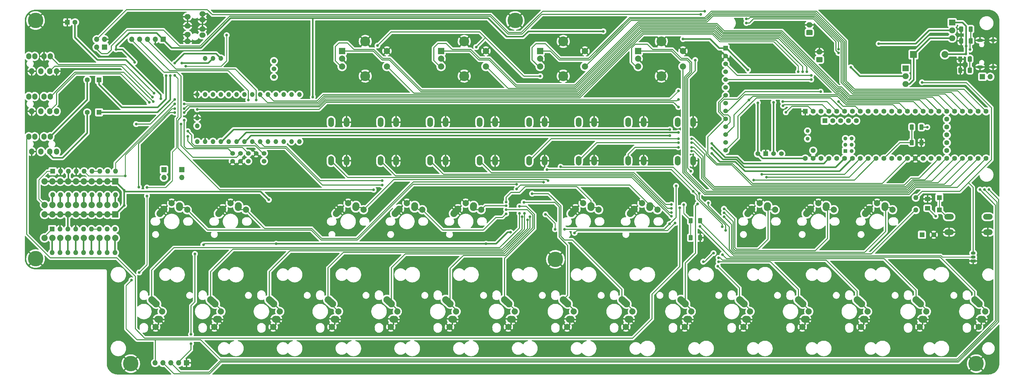
<source format=gbr>
G04 #@! TF.GenerationSoftware,KiCad,Pcbnew,(6.0.1)*
G04 #@! TF.CreationDate,2022-03-21T15:47:41+08:00*
G04 #@! TF.ProjectId,Teensy_Grovebox,5465656e-7379-45f4-9772-6f7665626f78,rev?*
G04 #@! TF.SameCoordinates,Original*
G04 #@! TF.FileFunction,Copper,L1,Top*
G04 #@! TF.FilePolarity,Positive*
%FSLAX46Y46*%
G04 Gerber Fmt 4.6, Leading zero omitted, Abs format (unit mm)*
G04 Created by KiCad (PCBNEW (6.0.1)) date 2022-03-21 15:47:41*
%MOMM*%
%LPD*%
G01*
G04 APERTURE LIST*
G04 #@! TA.AperFunction,ComponentPad*
%ADD10R,1.600000X1.600000*%
G04 #@! TD*
G04 #@! TA.AperFunction,ComponentPad*
%ADD11C,1.600000*%
G04 #@! TD*
G04 #@! TA.AperFunction,ComponentPad*
%ADD12R,1.300000X1.300000*%
G04 #@! TD*
G04 #@! TA.AperFunction,ComponentPad*
%ADD13C,1.300000*%
G04 #@! TD*
G04 #@! TA.AperFunction,ComponentPad*
%ADD14R,2.000000X2.000000*%
G04 #@! TD*
G04 #@! TA.AperFunction,ComponentPad*
%ADD15C,2.000000*%
G04 #@! TD*
G04 #@! TA.AperFunction,ComponentPad*
%ADD16C,3.200000*%
G04 #@! TD*
G04 #@! TA.AperFunction,ComponentPad*
%ADD17O,1.850000X3.048000*%
G04 #@! TD*
G04 #@! TA.AperFunction,ComponentPad*
%ADD18O,3.048000X1.850000*%
G04 #@! TD*
G04 #@! TA.AperFunction,ComponentPad*
%ADD19C,2.250000*%
G04 #@! TD*
G04 #@! TA.AperFunction,ComponentPad*
%ADD20C,5.000000*%
G04 #@! TD*
G04 #@! TA.AperFunction,ComponentPad*
%ADD21O,1.700000X2.000000*%
G04 #@! TD*
G04 #@! TA.AperFunction,ComponentPad*
%ADD22R,2.032000X2.032000*%
G04 #@! TD*
G04 #@! TA.AperFunction,ComponentPad*
%ADD23C,2.032000*%
G04 #@! TD*
G04 #@! TA.AperFunction,ComponentPad*
%ADD24R,1.524000X1.524000*%
G04 #@! TD*
G04 #@! TA.AperFunction,ComponentPad*
%ADD25C,1.524000*%
G04 #@! TD*
G04 #@! TA.AperFunction,ComponentPad*
%ADD26O,2.000000X1.700000*%
G04 #@! TD*
G04 #@! TA.AperFunction,ComponentPad*
%ADD27R,1.700000X1.700000*%
G04 #@! TD*
G04 #@! TA.AperFunction,ComponentPad*
%ADD28O,1.700000X1.700000*%
G04 #@! TD*
G04 #@! TA.AperFunction,ComponentPad*
%ADD29O,1.524000X1.524000*%
G04 #@! TD*
G04 #@! TA.AperFunction,ComponentPad*
%ADD30O,1.600000X1.600000*%
G04 #@! TD*
G04 #@! TA.AperFunction,ComponentPad*
%ADD31O,1.600000X1.000000*%
G04 #@! TD*
G04 #@! TA.AperFunction,ComponentPad*
%ADD32O,2.100000X1.000000*%
G04 #@! TD*
G04 #@! TA.AperFunction,ComponentPad*
%ADD33R,2.000000X1.905000*%
G04 #@! TD*
G04 #@! TA.AperFunction,ComponentPad*
%ADD34O,2.000000X1.905000*%
G04 #@! TD*
G04 #@! TA.AperFunction,SMDPad,CuDef*
%ADD35R,1.900000X2.900000*%
G04 #@! TD*
G04 #@! TA.AperFunction,ComponentPad*
%ADD36C,1.800000*%
G04 #@! TD*
G04 #@! TA.AperFunction,ComponentPad*
%ADD37R,2.200000X2.200000*%
G04 #@! TD*
G04 #@! TA.AperFunction,ComponentPad*
%ADD38O,2.200000X2.200000*%
G04 #@! TD*
G04 #@! TA.AperFunction,ComponentPad*
%ADD39R,1.500000X1.050000*%
G04 #@! TD*
G04 #@! TA.AperFunction,ComponentPad*
%ADD40O,1.500000X1.050000*%
G04 #@! TD*
G04 #@! TA.AperFunction,ViaPad*
%ADD41C,0.900000*%
G04 #@! TD*
G04 #@! TA.AperFunction,Conductor*
%ADD42C,0.250000*%
G04 #@! TD*
G04 #@! TA.AperFunction,Conductor*
%ADD43C,0.500000*%
G04 #@! TD*
G04 #@! TA.AperFunction,Conductor*
%ADD44C,0.300000*%
G04 #@! TD*
G04 APERTURE END LIST*
D10*
G04 #@! TO.P,U3,1,GND*
G04 #@! TO.N,GND*
X292790000Y-165380000D03*
D11*
G04 #@! TO.P,U3,2,0_RX1_CRX2_CS1*
G04 #@! TO.N,AMP_SHDN*
X295330000Y-165380000D03*
G04 #@! TO.P,U3,3,1_TX1_CTX2_MISO1*
G04 #@! TO.N,BAR MODE*
X297870000Y-165380000D03*
G04 #@! TO.P,U3,4,2_OUT2*
G04 #@! TO.N,BAR1 OUT*
X300410000Y-165380000D03*
G04 #@! TO.P,U3,5,3_LRCLK2*
G04 #@! TO.N,BAR2 OUT*
X302950000Y-165380000D03*
G04 #@! TO.P,U3,6,4_BCLK2*
G04 #@! TO.N,Net-(U1-Pad14)*
X305490000Y-165380000D03*
G04 #@! TO.P,U3,7,5_IN2*
G04 #@! TO.N,Net-(U1-Pad11)*
X308030000Y-165380000D03*
G04 #@! TO.P,U3,8,6_OUT1D*
G04 #@! TO.N,Net-(R10-Pad2)*
X310570000Y-165380000D03*
G04 #@! TO.P,U3,9,7_RX2_OUT1A*
G04 #@! TO.N,Net-(U2-Pad9)*
X313110000Y-165380000D03*
G04 #@! TO.P,U3,10,8_TX2_IN1*
G04 #@! TO.N,Net-(U2-Pad10)*
X315650000Y-165380000D03*
G04 #@! TO.P,U3,11,9_OUT1C*
G04 #@! TO.N,Net-(U1-Pad5)*
X318190000Y-165380000D03*
G04 #@! TO.P,U3,12,10_CS_MQSR*
G04 #@! TO.N,Net-(U1-Pad3)*
X320730000Y-165380000D03*
G04 #@! TO.P,U3,13,11_MOSI_CTX1*
G04 #@! TO.N,Net-(U1-Pad12)*
X323270000Y-165380000D03*
G04 #@! TO.P,U3,14,12_MISO_MQSL*
G04 #@! TO.N,Net-(U1-Pad13)*
X325810000Y-165380000D03*
G04 #@! TO.P,U3,15,3V3*
G04 #@! TO.N,unconnected-(U3-Pad15)*
X328350000Y-165380000D03*
G04 #@! TO.P,U3,16,24_A10_TX6_SCL2*
G04 #@! TO.N,Net-(ENC1-PadS1)*
X330890000Y-165380000D03*
G04 #@! TO.P,U3,17,25_A11_RX6_SDA2*
G04 #@! TO.N,Net-(ENC1-PadA)*
X333430000Y-165380000D03*
G04 #@! TO.P,U3,18,26_A12_MOSI1*
G04 #@! TO.N,Net-(ENC1-PadB)*
X335970000Y-165380000D03*
G04 #@! TO.P,U3,19,27_A13_SCK1*
G04 #@! TO.N,Net-(ENC2-PadS1)*
X338510000Y-165380000D03*
G04 #@! TO.P,U3,20,28_RX7*
G04 #@! TO.N,Net-(ENC2-PadA)*
X341050000Y-165380000D03*
G04 #@! TO.P,U3,21,29_TX7*
G04 #@! TO.N,Net-(ENC2-PadB)*
X343590000Y-165380000D03*
G04 #@! TO.P,U3,22,30_CRX3*
G04 #@! TO.N,Net-(ENC3-PadS1)*
X346130000Y-165380000D03*
G04 #@! TO.P,U3,23,31_CTX3*
G04 #@! TO.N,Net-(ENC3-PadA)*
X348670000Y-165380000D03*
G04 #@! TO.P,U3,24,32_OUT1B*
G04 #@! TO.N,Net-(ENC3-PadB)*
X351210000Y-165380000D03*
G04 #@! TO.P,U3,25,33_MCLK2*
G04 #@! TO.N,Net-(ENC4-PadS1)*
X351210000Y-180620000D03*
G04 #@! TO.P,U3,26,34_RX8*
G04 #@! TO.N,Net-(ENC4-PadA)*
X348670000Y-180620000D03*
G04 #@! TO.P,U3,27,35_TX8*
G04 #@! TO.N,Net-(ENC4-PadB)*
X346130000Y-180620000D03*
G04 #@! TO.P,U3,28,36_CS*
G04 #@! TO.N,FN_SW7*
X343590000Y-180620000D03*
G04 #@! TO.P,U3,29,37_CS*
G04 #@! TO.N,FN_SW6*
X341050000Y-180620000D03*
G04 #@! TO.P,U3,30,38_CS1_IN1*
G04 #@! TO.N,FN_SW5*
X338510000Y-180620000D03*
G04 #@! TO.P,U3,31,39_MISO1_OUT1A*
G04 #@! TO.N,FN_SW4*
X335970000Y-180620000D03*
G04 #@! TO.P,U3,32,40_A16*
G04 #@! TO.N,JOY_Y*
X333430000Y-180620000D03*
G04 #@! TO.P,U3,33,41_A17*
G04 #@! TO.N,JOY_X*
X330890000Y-180620000D03*
G04 #@! TO.P,U3,34,GND*
G04 #@! TO.N,GND*
X328350000Y-180620000D03*
G04 #@! TO.P,U3,35,13_SCK_LED*
G04 #@! TO.N,Net-(U1-Pad10)*
X325810000Y-180620000D03*
G04 #@! TO.P,U3,36,14_A0_TX3_SPDIF_OUT*
G04 #@! TO.N,SPDIF_OUT*
X323270000Y-180620000D03*
G04 #@! TO.P,U3,37,15_A1_RX3_SPDIF_IN*
G04 #@! TO.N,SPDIF_IN*
X320730000Y-180620000D03*
G04 #@! TO.P,U3,38,16_A2_RX4_SCL1*
G04 #@! TO.N,Net-(R16-Pad1)*
X318190000Y-180620000D03*
G04 #@! TO.P,U3,39,17_A3_TX4_SDA1*
G04 #@! TO.N,EXPANDER_INT*
X315650000Y-180620000D03*
G04 #@! TO.P,U3,40,18_A4_SDA*
G04 #@! TO.N,I2C1 SDA*
X313110000Y-180620000D03*
G04 #@! TO.P,U3,41,19_A5_SCL*
G04 #@! TO.N,I2C1 SCL*
X310570000Y-180620000D03*
G04 #@! TO.P,U3,42,20_A6_TX5_LRCLK1*
G04 #@! TO.N,Net-(U2-Pad24)*
X308030000Y-180620000D03*
G04 #@! TO.P,U3,43,21_A7_RX5_BCLK1*
G04 #@! TO.N,Net-(U2-Pad25)*
X305490000Y-180620000D03*
G04 #@! TO.P,U3,44,22_A8_CTX1*
G04 #@! TO.N,JOY_SW*
X302950000Y-180620000D03*
G04 #@! TO.P,U3,45,23_A9_CRX1_MCLK1*
G04 #@! TO.N,Net-(U2-Pad27)*
X300410000Y-180620000D03*
G04 #@! TO.P,U3,46,3V3*
G04 #@! TO.N,unconnected-(U3-Pad46)*
X297870000Y-180620000D03*
G04 #@! TO.P,U3,47,GND*
G04 #@! TO.N,GND*
X295330000Y-180620000D03*
G04 #@! TO.P,U3,48,VIN*
G04 #@! TO.N,+5V*
X292790000Y-180620000D03*
G04 #@! TO.P,U3,49,VUSB*
G04 #@! TO.N,unconnected-(U3-Pad49)*
X295330000Y-178080000D03*
G04 #@! TO.P,U3,50,VBAT*
G04 #@! TO.N,unconnected-(U3-Pad50)*
X338510000Y-167920000D03*
G04 #@! TO.P,U3,51,3V3*
G04 #@! TO.N,unconnected-(U3-Pad51)*
X338510000Y-170460000D03*
G04 #@! TO.P,U3,52,GND*
G04 #@! TO.N,unconnected-(U3-Pad52)*
X338510000Y-173000000D03*
G04 #@! TO.P,U3,53,PROGRAM*
G04 #@! TO.N,unconnected-(U3-Pad53)*
X338510000Y-175540000D03*
G04 #@! TO.P,U3,54,ON_OFF*
G04 #@! TO.N,unconnected-(U3-Pad54)*
X338510000Y-178080000D03*
D10*
G04 #@! TO.P,U3,55,5V*
G04 #@! TO.N,unconnected-(U3-Pad55)*
X299089200Y-168430800D03*
D11*
G04 #@! TO.P,U3,56,D-*
G04 #@! TO.N,unconnected-(U3-Pad56)*
X301629200Y-168430800D03*
G04 #@! TO.P,U3,57,D+*
G04 #@! TO.N,unconnected-(U3-Pad57)*
X304169200Y-168430800D03*
G04 #@! TO.P,U3,58,GND*
G04 #@! TO.N,unconnected-(U3-Pad58)*
X306709200Y-168430800D03*
G04 #@! TO.P,U3,59,GND*
G04 #@! TO.N,unconnected-(U3-Pad59)*
X309249200Y-168430800D03*
D12*
G04 #@! TO.P,U3,60,R+*
G04 #@! TO.N,unconnected-(U3-Pad60)*
X305760000Y-178181600D03*
D13*
G04 #@! TO.P,U3,61,LED*
G04 #@! TO.N,unconnected-(U3-Pad61)*
X305760000Y-176181600D03*
G04 #@! TO.P,U3,62,T-*
G04 #@! TO.N,unconnected-(U3-Pad62)*
X305760000Y-174181600D03*
G04 #@! TO.P,U3,63,T+*
G04 #@! TO.N,unconnected-(U3-Pad63)*
X307760000Y-174181600D03*
G04 #@! TO.P,U3,64,GND*
G04 #@! TO.N,unconnected-(U3-Pad64)*
X307760000Y-176181600D03*
G04 #@! TO.P,U3,65,R-*
G04 #@! TO.N,unconnected-(U3-Pad65)*
X307760000Y-178181600D03*
G04 #@! TO.P,U3,66,D-*
G04 #@! TO.N,unconnected-(U3-Pad66)*
X293520000Y-174270000D03*
G04 #@! TO.P,U3,67,D+*
G04 #@! TO.N,unconnected-(U3-Pad67)*
X293520000Y-171730000D03*
G04 #@! TD*
D10*
G04 #@! TO.P,C20,1*
G04 #@! TO.N,+5V*
X330497349Y-205300000D03*
D11*
G04 #@! TO.P,C20,2*
G04 #@! TO.N,GND*
X334297349Y-205300000D03*
G04 #@! TD*
D14*
G04 #@! TO.P,ENC2,A,A*
G04 #@! TO.N,Net-(ENC2-PadA)*
X175050000Y-145875000D03*
D15*
G04 #@! TO.P,ENC2,B,B*
G04 #@! TO.N,Net-(ENC2-PadB)*
X175050000Y-150875000D03*
G04 #@! TO.P,ENC2,C,C*
G04 #@! TO.N,GND*
X175050000Y-148375000D03*
D16*
G04 #@! TO.P,ENC2,MP,shell*
X182550000Y-142775000D03*
X182550000Y-153975000D03*
D15*
G04 #@! TO.P,ENC2,S1,S1*
G04 #@! TO.N,Net-(ENC2-PadS1)*
X189550000Y-150875000D03*
G04 #@! TO.P,ENC2,S2,S2*
G04 #@! TO.N,GND*
X189550000Y-145875000D03*
G04 #@! TD*
D14*
G04 #@! TO.P,ENC4,A,A*
G04 #@! TO.N,Net-(ENC4-PadA)*
X238750000Y-145875000D03*
D15*
G04 #@! TO.P,ENC4,B,B*
G04 #@! TO.N,Net-(ENC4-PadB)*
X238750000Y-150875000D03*
G04 #@! TO.P,ENC4,C,C*
G04 #@! TO.N,GND*
X238750000Y-148375000D03*
D16*
G04 #@! TO.P,ENC4,MP,shell*
X246250000Y-142775000D03*
X246250000Y-153975000D03*
D15*
G04 #@! TO.P,ENC4,S1,S1*
G04 #@! TO.N,Net-(ENC4-PadS1)*
X253250000Y-150875000D03*
G04 #@! TO.P,ENC4,S2,S2*
G04 #@! TO.N,GND*
X253250000Y-145875000D03*
G04 #@! TD*
D14*
G04 #@! TO.P,ENC1,A,A*
G04 #@! TO.N,Net-(ENC1-PadA)*
X143050000Y-145875000D03*
D15*
G04 #@! TO.P,ENC1,B,B*
G04 #@! TO.N,Net-(ENC1-PadB)*
X143050000Y-150875000D03*
G04 #@! TO.P,ENC1,C,C*
G04 #@! TO.N,GND*
X143050000Y-148375000D03*
D16*
G04 #@! TO.P,ENC1,MP,shell*
X150550000Y-142775000D03*
X150550000Y-153975000D03*
D15*
G04 #@! TO.P,ENC1,S1,S1*
G04 #@! TO.N,Net-(ENC1-PadS1)*
X157550000Y-150875000D03*
G04 #@! TO.P,ENC1,S2,S2*
G04 #@! TO.N,GND*
X157550000Y-145875000D03*
G04 #@! TD*
D14*
G04 #@! TO.P,ENC3,A,A*
G04 #@! TO.N,Net-(ENC3-PadA)*
X207050000Y-145875000D03*
D15*
G04 #@! TO.P,ENC3,B,B*
G04 #@! TO.N,Net-(ENC3-PadB)*
X207050000Y-150875000D03*
G04 #@! TO.P,ENC3,C,C*
G04 #@! TO.N,GND*
X207050000Y-148375000D03*
D16*
G04 #@! TO.P,ENC3,MP,shell*
X214550000Y-142775000D03*
X214550000Y-153975000D03*
D15*
G04 #@! TO.P,ENC3,S1,S1*
G04 #@! TO.N,Net-(ENC3-PadS1)*
X221550000Y-150875000D03*
G04 #@! TO.P,ENC3,S2,S2*
G04 #@! TO.N,GND*
X221550000Y-145875000D03*
G04 #@! TD*
D17*
G04 #@! TO.P,SW27,1,1*
G04 #@! TO.N,FN_SW0*
X139500000Y-181375000D03*
X139500000Y-168875000D03*
G04 #@! TO.P,SW27,2,2*
G04 #@! TO.N,GND*
X144500000Y-181375000D03*
X144500000Y-168875000D03*
G04 #@! TD*
G04 #@! TO.P,SW34,1,1*
G04 #@! TO.N,FN_SW7*
X251500000Y-181375000D03*
X251500000Y-168875000D03*
G04 #@! TO.P,SW34,2,2*
G04 #@! TO.N,GND*
X256500000Y-181375000D03*
X256500000Y-168875000D03*
G04 #@! TD*
G04 #@! TO.P,SW28,1,1*
G04 #@! TO.N,FN_SW1*
X155500000Y-181375000D03*
X155500000Y-168875000D03*
G04 #@! TO.P,SW28,2,2*
G04 #@! TO.N,GND*
X160500000Y-181375000D03*
X160500000Y-168875000D03*
G04 #@! TD*
G04 #@! TO.P,SW30,1,1*
G04 #@! TO.N,FN_SW3*
X187500000Y-181375000D03*
X187500000Y-168875000D03*
G04 #@! TO.P,SW30,2,2*
G04 #@! TO.N,GND*
X192500000Y-181375000D03*
X192500000Y-168875000D03*
G04 #@! TD*
G04 #@! TO.P,SW32,1,1*
G04 #@! TO.N,FN_SW5*
X219500000Y-181375000D03*
X219500000Y-168875000D03*
G04 #@! TO.P,SW32,2,2*
G04 #@! TO.N,GND*
X224500000Y-181375000D03*
X224500000Y-168875000D03*
G04 #@! TD*
G04 #@! TO.P,SW29,1,1*
G04 #@! TO.N,FN_SW2*
X171500000Y-181375000D03*
X171500000Y-168875000D03*
G04 #@! TO.P,SW29,2,2*
G04 #@! TO.N,GND*
X176500000Y-181375000D03*
X176500000Y-168875000D03*
G04 #@! TD*
G04 #@! TO.P,SW31,1,1*
G04 #@! TO.N,FN_SW4*
X203500000Y-181375000D03*
X203500000Y-168875000D03*
G04 #@! TO.P,SW31,2,2*
G04 #@! TO.N,GND*
X208500000Y-181375000D03*
X208500000Y-168875000D03*
G04 #@! TD*
G04 #@! TO.P,SW33,1,1*
G04 #@! TO.N,FN_SW6*
X235500000Y-181375000D03*
X235500000Y-168875000D03*
G04 #@! TO.P,SW33,2,2*
G04 #@! TO.N,GND*
X240500000Y-181375000D03*
X240500000Y-168875000D03*
G04 #@! TD*
D18*
G04 #@! TO.P,SW26,1,1*
G04 #@! TO.N,Net-(D4-Pad1)*
X339260000Y-199500000D03*
X351760000Y-199500000D03*
G04 #@! TO.P,SW26,2,2*
G04 #@! TO.N,GND*
X339260000Y-204500000D03*
X351760000Y-204500000D03*
G04 #@! TD*
D10*
G04 #@! TO.P,MIC,1,-*
G04 #@! TO.N,GND*
X54250000Y-136575000D03*
D11*
G04 #@! TO.P,MIC,2,+*
G04 #@! TO.N,Net-(MK1-Pad2)*
X56750000Y-136575000D03*
G04 #@! TD*
D10*
G04 #@! TO.P,C1,1*
G04 #@! TO.N,Net-(C1-Pad1)*
X64502651Y-165700000D03*
D11*
G04 #@! TO.P,C1,2*
G04 #@! TO.N,HP_OUT_R*
X60702651Y-165700000D03*
G04 #@! TD*
D10*
G04 #@! TO.P,C2,1*
G04 #@! TO.N,Net-(C2-Pad1)*
X64502651Y-155200000D03*
D11*
G04 #@! TO.P,C2,2*
G04 #@! TO.N,HP_OUT_L*
X60702651Y-155200000D03*
G04 #@! TD*
G04 #@! TO.P,SW21,1,1*
G04 #@! TO.N,Net-(SW21-Pad1)*
G04 #@! TA.AperFunction,ComponentPad*
G36*
G01*
X299423483Y-197622395D02*
X299423483Y-197622395D01*
G75*
G02*
X298377605Y-196423483I76517J1122395D01*
G01*
X298417147Y-195843451D01*
G75*
G02*
X299616059Y-194797573I1122395J-76517D01*
G01*
X299616059Y-194797573D01*
G75*
G02*
X300661937Y-195996485I-76517J-1122395D01*
G01*
X300622395Y-196576517D01*
G75*
G02*
X299423483Y-197622395I-1122395J76517D01*
G01*
G37*
G04 #@! TD.AperFunction*
D19*
X299540000Y-195920000D03*
D15*
X302000000Y-197200000D03*
G04 #@! TO.P,SW21,2,2*
G04 #@! TO.N,GND*
X297000000Y-195100000D03*
D19*
X294500000Y-197000000D03*
G04 #@! TA.AperFunction,ComponentPad*
G36*
G01*
X292438688Y-199297350D02*
X292438688Y-199297350D01*
G75*
G02*
X292352650Y-197708688I751312J837350D01*
G01*
X293662640Y-196248680D01*
G75*
G02*
X295251302Y-196162642I837350J-751312D01*
G01*
X295251302Y-196162642D01*
G75*
G02*
X295337340Y-197751304I-751312J-837350D01*
G01*
X294027350Y-199211312D01*
G75*
G02*
X292438688Y-199297350I-837350J751312D01*
G01*
G37*
G04 #@! TD.AperFunction*
G04 #@! TD*
G04 #@! TO.P,R11,1*
G04 #@! TO.N,Net-(J1-PadB5)*
G04 #@! TA.AperFunction,SMDPad,CuDef*
G36*
G01*
X346600000Y-147875000D02*
X346600000Y-149125000D01*
G75*
G02*
X346350000Y-149375000I-250000J0D01*
G01*
X345550000Y-149375000D01*
G75*
G02*
X345300000Y-149125000I0J250000D01*
G01*
X345300000Y-147875000D01*
G75*
G02*
X345550000Y-147625000I250000J0D01*
G01*
X346350000Y-147625000D01*
G75*
G02*
X346600000Y-147875000I0J-250000D01*
G01*
G37*
G04 #@! TD.AperFunction*
G04 #@! TO.P,R11,2*
G04 #@! TO.N,GND*
G04 #@! TA.AperFunction,SMDPad,CuDef*
G36*
G01*
X343500000Y-147875000D02*
X343500000Y-149125000D01*
G75*
G02*
X343250000Y-149375000I-250000J0D01*
G01*
X342450000Y-149375000D01*
G75*
G02*
X342200000Y-149125000I0J250000D01*
G01*
X342200000Y-147875000D01*
G75*
G02*
X342450000Y-147625000I250000J0D01*
G01*
X343250000Y-147625000D01*
G75*
G02*
X343500000Y-147875000I0J-250000D01*
G01*
G37*
G04 #@! TD.AperFunction*
G04 #@! TD*
G04 #@! TO.P,SW17,1,1*
G04 #@! TO.N,Net-(SW17-Pad1)*
X254000000Y-227627000D03*
G04 #@! TA.AperFunction,ComponentPad*
G36*
G01*
X251702650Y-225565688D02*
X251702650Y-225565688D01*
G75*
G02*
X253291312Y-225479650I837350J-751312D01*
G01*
X254751320Y-226789640D01*
G75*
G02*
X254837358Y-228378302I-751312J-837350D01*
G01*
X254837358Y-228378302D01*
G75*
G02*
X253248696Y-228464340I-837350J751312D01*
G01*
X251788688Y-227154350D01*
G75*
G02*
X251702650Y-225565688I751312J837350D01*
G01*
G37*
G04 #@! TD.AperFunction*
D15*
X255900000Y-230127000D03*
D19*
G04 #@! TO.P,SW17,2,2*
G04 #@! TO.N,GND*
X255080000Y-232667000D03*
G04 #@! TA.AperFunction,ComponentPad*
G36*
G01*
X253377605Y-232550483D02*
X253377605Y-232550483D01*
G75*
G02*
X254576517Y-231504605I1122395J-76517D01*
G01*
X255156549Y-231544147D01*
G75*
G02*
X256202427Y-232743059I-76517J-1122395D01*
G01*
X256202427Y-232743059D01*
G75*
G02*
X255003515Y-233788937I-1122395J76517D01*
G01*
X254423483Y-233749395D01*
G75*
G02*
X253377605Y-232550483I76517J1122395D01*
G01*
G37*
G04 #@! TD.AperFunction*
D15*
X253800000Y-235127000D03*
G04 #@! TD*
G04 #@! TO.P,R12,1*
G04 #@! TO.N,Net-(J1-PadB5)*
G04 #@! TA.AperFunction,SMDPad,CuDef*
G36*
G01*
X346600000Y-151475000D02*
X346600000Y-152725000D01*
G75*
G02*
X346350000Y-152975000I-250000J0D01*
G01*
X345550000Y-152975000D01*
G75*
G02*
X345300000Y-152725000I0J250000D01*
G01*
X345300000Y-151475000D01*
G75*
G02*
X345550000Y-151225000I250000J0D01*
G01*
X346350000Y-151225000D01*
G75*
G02*
X346600000Y-151475000I0J-250000D01*
G01*
G37*
G04 #@! TD.AperFunction*
G04 #@! TO.P,R12,2*
G04 #@! TO.N,GND*
G04 #@! TA.AperFunction,SMDPad,CuDef*
G36*
G01*
X343500000Y-151475000D02*
X343500000Y-152725000D01*
G75*
G02*
X343250000Y-152975000I-250000J0D01*
G01*
X342450000Y-152975000D01*
G75*
G02*
X342200000Y-152725000I0J250000D01*
G01*
X342200000Y-151475000D01*
G75*
G02*
X342450000Y-151225000I250000J0D01*
G01*
X343250000Y-151225000D01*
G75*
G02*
X343500000Y-151475000I0J-250000D01*
G01*
G37*
G04 #@! TD.AperFunction*
G04 #@! TD*
G04 #@! TO.P,SW9,1,1*
G04 #@! TO.N,Net-(SW9-Pad1)*
G04 #@! TA.AperFunction,ComponentPad*
G36*
G01*
X166423483Y-197622395D02*
X166423483Y-197622395D01*
G75*
G02*
X165377605Y-196423483I76517J1122395D01*
G01*
X165417147Y-195843451D01*
G75*
G02*
X166616059Y-194797573I1122395J-76517D01*
G01*
X166616059Y-194797573D01*
G75*
G02*
X167661937Y-195996485I-76517J-1122395D01*
G01*
X167622395Y-196576517D01*
G75*
G02*
X166423483Y-197622395I-1122395J76517D01*
G01*
G37*
G04 #@! TD.AperFunction*
X169000000Y-197200000D03*
D19*
X166540000Y-195920000D03*
D15*
G04 #@! TO.P,SW9,2,2*
G04 #@! TO.N,GND*
X164000000Y-195100000D03*
G04 #@! TA.AperFunction,ComponentPad*
G36*
G01*
X159438688Y-199297350D02*
X159438688Y-199297350D01*
G75*
G02*
X159352650Y-197708688I751312J837350D01*
G01*
X160662640Y-196248680D01*
G75*
G02*
X162251302Y-196162642I837350J-751312D01*
G01*
X162251302Y-196162642D01*
G75*
G02*
X162337340Y-197751304I-751312J-837350D01*
G01*
X161027350Y-199211312D01*
G75*
G02*
X159438688Y-199297350I-837350J751312D01*
G01*
G37*
G04 #@! TD.AperFunction*
D19*
X161500000Y-197000000D03*
G04 #@! TD*
G04 #@! TO.P,SW12,1,1*
G04 #@! TO.N,Net-(SW12-Pad1)*
X197000000Y-227627000D03*
D15*
X198900000Y-230127000D03*
G04 #@! TA.AperFunction,ComponentPad*
G36*
G01*
X194702650Y-225565688D02*
X194702650Y-225565688D01*
G75*
G02*
X196291312Y-225479650I837350J-751312D01*
G01*
X197751320Y-226789640D01*
G75*
G02*
X197837358Y-228378302I-751312J-837350D01*
G01*
X197837358Y-228378302D01*
G75*
G02*
X196248696Y-228464340I-837350J751312D01*
G01*
X194788688Y-227154350D01*
G75*
G02*
X194702650Y-225565688I751312J837350D01*
G01*
G37*
G04 #@! TD.AperFunction*
G04 #@! TO.P,SW12,2,2*
G04 #@! TO.N,GND*
G04 #@! TA.AperFunction,ComponentPad*
G36*
G01*
X196377605Y-232550483D02*
X196377605Y-232550483D01*
G75*
G02*
X197576517Y-231504605I1122395J-76517D01*
G01*
X198156549Y-231544147D01*
G75*
G02*
X199202427Y-232743059I-76517J-1122395D01*
G01*
X199202427Y-232743059D01*
G75*
G02*
X198003515Y-233788937I-1122395J76517D01*
G01*
X197423483Y-233749395D01*
G75*
G02*
X196377605Y-232550483I76517J1122395D01*
G01*
G37*
G04 #@! TD.AperFunction*
D19*
X198080000Y-232667000D03*
D15*
X196800000Y-235127000D03*
G04 #@! TD*
G04 #@! TO.P,SW22,1,1*
G04 #@! TO.N,Net-(SW22-Pad1)*
G04 #@! TA.AperFunction,ComponentPad*
G36*
G01*
X308702650Y-225565688D02*
X308702650Y-225565688D01*
G75*
G02*
X310291312Y-225479650I837350J-751312D01*
G01*
X311751320Y-226789640D01*
G75*
G02*
X311837358Y-228378302I-751312J-837350D01*
G01*
X311837358Y-228378302D01*
G75*
G02*
X310248696Y-228464340I-837350J751312D01*
G01*
X308788688Y-227154350D01*
G75*
G02*
X308702650Y-225565688I751312J837350D01*
G01*
G37*
G04 #@! TD.AperFunction*
D19*
X311000000Y-227627000D03*
D15*
X312900000Y-230127000D03*
D19*
G04 #@! TO.P,SW22,2,2*
G04 #@! TO.N,GND*
X312080000Y-232667000D03*
G04 #@! TA.AperFunction,ComponentPad*
G36*
G01*
X310377605Y-232550483D02*
X310377605Y-232550483D01*
G75*
G02*
X311576517Y-231504605I1122395J-76517D01*
G01*
X312156549Y-231544147D01*
G75*
G02*
X313202427Y-232743059I-76517J-1122395D01*
G01*
X313202427Y-232743059D01*
G75*
G02*
X312003515Y-233788937I-1122395J76517D01*
G01*
X311423483Y-233749395D01*
G75*
G02*
X310377605Y-232550483I76517J1122395D01*
G01*
G37*
G04 #@! TD.AperFunction*
D15*
X310800000Y-235127000D03*
G04 #@! TD*
G04 #@! TO.P,SW4,1,1*
G04 #@! TO.N,Net-(SW4-Pad1)*
G04 #@! TA.AperFunction,ComponentPad*
G36*
G01*
X109423483Y-197622395D02*
X109423483Y-197622395D01*
G75*
G02*
X108377605Y-196423483I76517J1122395D01*
G01*
X108417147Y-195843451D01*
G75*
G02*
X109616059Y-194797573I1122395J-76517D01*
G01*
X109616059Y-194797573D01*
G75*
G02*
X110661937Y-195996485I-76517J-1122395D01*
G01*
X110622395Y-196576517D01*
G75*
G02*
X109423483Y-197622395I-1122395J76517D01*
G01*
G37*
G04 #@! TD.AperFunction*
X112000000Y-197200000D03*
D19*
X109540000Y-195920000D03*
G04 #@! TO.P,SW4,2,2*
G04 #@! TO.N,GND*
X104500000Y-197000000D03*
G04 #@! TA.AperFunction,ComponentPad*
G36*
G01*
X102438688Y-199297350D02*
X102438688Y-199297350D01*
G75*
G02*
X102352650Y-197708688I751312J837350D01*
G01*
X103662640Y-196248680D01*
G75*
G02*
X105251302Y-196162642I837350J-751312D01*
G01*
X105251302Y-196162642D01*
G75*
G02*
X105337340Y-197751304I-751312J-837350D01*
G01*
X104027350Y-199211312D01*
G75*
G02*
X102438688Y-199297350I-837350J751312D01*
G01*
G37*
G04 #@! TD.AperFunction*
D15*
X107000000Y-195100000D03*
G04 #@! TD*
G04 #@! TO.P,SW3,1,1*
G04 #@! TO.N,Net-(SW3-Pad1)*
G04 #@! TA.AperFunction,ComponentPad*
G36*
G01*
X99702650Y-225565688D02*
X99702650Y-225565688D01*
G75*
G02*
X101291312Y-225479650I837350J-751312D01*
G01*
X102751320Y-226789640D01*
G75*
G02*
X102837358Y-228378302I-751312J-837350D01*
G01*
X102837358Y-228378302D01*
G75*
G02*
X101248696Y-228464340I-837350J751312D01*
G01*
X99788688Y-227154350D01*
G75*
G02*
X99702650Y-225565688I751312J837350D01*
G01*
G37*
G04 #@! TD.AperFunction*
D19*
X102000000Y-227627000D03*
D15*
X103900000Y-230127000D03*
G04 #@! TO.P,SW3,2,2*
G04 #@! TO.N,GND*
G04 #@! TA.AperFunction,ComponentPad*
G36*
G01*
X101377605Y-232550483D02*
X101377605Y-232550483D01*
G75*
G02*
X102576517Y-231504605I1122395J-76517D01*
G01*
X103156549Y-231544147D01*
G75*
G02*
X104202427Y-232743059I-76517J-1122395D01*
G01*
X104202427Y-232743059D01*
G75*
G02*
X103003515Y-233788937I-1122395J76517D01*
G01*
X102423483Y-233749395D01*
G75*
G02*
X101377605Y-232550483I76517J1122395D01*
G01*
G37*
G04 #@! TD.AperFunction*
D19*
X103080000Y-232667000D03*
D15*
X101800000Y-235127000D03*
G04 #@! TD*
G04 #@! TO.P,SW19,1,1*
G04 #@! TO.N,Net-(SW19-Pad1)*
X283000000Y-197200000D03*
G04 #@! TA.AperFunction,ComponentPad*
G36*
G01*
X280423483Y-197622395D02*
X280423483Y-197622395D01*
G75*
G02*
X279377605Y-196423483I76517J1122395D01*
G01*
X279417147Y-195843451D01*
G75*
G02*
X280616059Y-194797573I1122395J-76517D01*
G01*
X280616059Y-194797573D01*
G75*
G02*
X281661937Y-195996485I-76517J-1122395D01*
G01*
X281622395Y-196576517D01*
G75*
G02*
X280423483Y-197622395I-1122395J76517D01*
G01*
G37*
G04 #@! TD.AperFunction*
D19*
X280540000Y-195920000D03*
G04 #@! TO.P,SW19,2,2*
G04 #@! TO.N,GND*
G04 #@! TA.AperFunction,ComponentPad*
G36*
G01*
X273438688Y-199297350D02*
X273438688Y-199297350D01*
G75*
G02*
X273352650Y-197708688I751312J837350D01*
G01*
X274662640Y-196248680D01*
G75*
G02*
X276251302Y-196162642I837350J-751312D01*
G01*
X276251302Y-196162642D01*
G75*
G02*
X276337340Y-197751304I-751312J-837350D01*
G01*
X275027350Y-199211312D01*
G75*
G02*
X273438688Y-199297350I-837350J751312D01*
G01*
G37*
G04 #@! TD.AperFunction*
D15*
X278000000Y-195100000D03*
D19*
X275500000Y-197000000D03*
G04 #@! TD*
D20*
G04 #@! TO.P,,*
G04 #@! TO.N,GND*
X44000000Y-136000000D03*
G04 #@! TD*
D21*
G04 #@! TO.P,J8,1,S*
G04 #@! TO.N,GND*
X42750000Y-152382500D03*
G04 #@! TO.P,J8,2,R2*
G04 #@! TO.N,unconnected-(J8-Pad2)*
X45750000Y-152382500D03*
G04 #@! TO.P,J8,3,R1*
G04 #@! TO.N,LINE_IN_R*
X48550000Y-152382500D03*
G04 #@! TO.P,J8,4,Ts*
G04 #@! TO.N,GND*
X50750000Y-152382500D03*
G04 #@! TO.P,J8,5,Ss*
G04 #@! TO.N,unconnected-(J8-Pad5)*
X41850000Y-147582500D03*
G04 #@! TO.P,J8,6,R2s*
G04 #@! TO.N,unconnected-(J8-Pad6)*
X43750000Y-147582500D03*
G04 #@! TO.P,J8,7,R1s*
G04 #@! TO.N,GND*
X46750000Y-147582500D03*
G04 #@! TO.P,J8,8,T*
G04 #@! TO.N,LINE_IN_L*
X48750000Y-147582500D03*
G04 #@! TD*
G04 #@! TO.P,R14,1*
G04 #@! TO.N,Net-(J1-PadA5)*
G04 #@! TA.AperFunction,SMDPad,CuDef*
G36*
G01*
X346900000Y-141975000D02*
X346900000Y-143225000D01*
G75*
G02*
X346650000Y-143475000I-250000J0D01*
G01*
X345850000Y-143475000D01*
G75*
G02*
X345600000Y-143225000I0J250000D01*
G01*
X345600000Y-141975000D01*
G75*
G02*
X345850000Y-141725000I250000J0D01*
G01*
X346650000Y-141725000D01*
G75*
G02*
X346900000Y-141975000I0J-250000D01*
G01*
G37*
G04 #@! TD.AperFunction*
G04 #@! TO.P,R14,2*
G04 #@! TO.N,GND*
G04 #@! TA.AperFunction,SMDPad,CuDef*
G36*
G01*
X343800000Y-141975000D02*
X343800000Y-143225000D01*
G75*
G02*
X343550000Y-143475000I-250000J0D01*
G01*
X342750000Y-143475000D01*
G75*
G02*
X342500000Y-143225000I0J250000D01*
G01*
X342500000Y-141975000D01*
G75*
G02*
X342750000Y-141725000I250000J0D01*
G01*
X343550000Y-141725000D01*
G75*
G02*
X343800000Y-141975000I0J-250000D01*
G01*
G37*
G04 #@! TD.AperFunction*
G04 #@! TD*
D22*
G04 #@! TO.P,BAR2,1,A*
G04 #@! TO.N,+3V3*
X69750000Y-188000000D03*
D23*
G04 #@! TO.P,BAR2,2,A*
X67210000Y-188000000D03*
G04 #@! TO.P,BAR2,3,A*
X64670000Y-188000000D03*
G04 #@! TO.P,BAR2,4,A*
X62130000Y-188000000D03*
G04 #@! TO.P,BAR2,5,A*
X59590000Y-188000000D03*
G04 #@! TO.P,BAR2,6,A*
X57050000Y-188000000D03*
G04 #@! TO.P,BAR2,7,A*
X54510000Y-188000000D03*
G04 #@! TO.P,BAR2,8,A*
X51970000Y-188000000D03*
G04 #@! TO.P,BAR2,9,A*
X49430000Y-188000000D03*
G04 #@! TO.P,BAR2,10,A*
X46890000Y-188000000D03*
G04 #@! TO.P,BAR2,11,K*
G04 #@! TO.N,Net-(BAR2-Pad11)*
X46890000Y-195620000D03*
G04 #@! TO.P,BAR2,12,K*
G04 #@! TO.N,Net-(BAR2-Pad12)*
X49430000Y-195620000D03*
G04 #@! TO.P,BAR2,13,K*
G04 #@! TO.N,Net-(BAR2-Pad13)*
X51970000Y-195620000D03*
G04 #@! TO.P,BAR2,14,K*
G04 #@! TO.N,Net-(BAR2-Pad14)*
X54510000Y-195620000D03*
G04 #@! TO.P,BAR2,15,K*
G04 #@! TO.N,Net-(BAR2-Pad15)*
X57050000Y-195620000D03*
G04 #@! TO.P,BAR2,16,K*
G04 #@! TO.N,Net-(BAR2-Pad16)*
X59590000Y-195620000D03*
G04 #@! TO.P,BAR2,17,K*
G04 #@! TO.N,Net-(BAR2-Pad17)*
X62130000Y-195620000D03*
G04 #@! TO.P,BAR2,18,K*
G04 #@! TO.N,Net-(BAR2-Pad18)*
X64670000Y-195620000D03*
G04 #@! TO.P,BAR2,19,K*
G04 #@! TO.N,Net-(BAR2-Pad19)*
X67210000Y-195620000D03*
G04 #@! TO.P,BAR2,20,K*
G04 #@! TO.N,Net-(BAR2-Pad20)*
X69750000Y-195620000D03*
G04 #@! TD*
D15*
G04 #@! TO.P,SW10,1,1*
G04 #@! TO.N,Net-(SW10-Pad1)*
X179900000Y-230127000D03*
G04 #@! TA.AperFunction,ComponentPad*
G36*
G01*
X175702650Y-225565688D02*
X175702650Y-225565688D01*
G75*
G02*
X177291312Y-225479650I837350J-751312D01*
G01*
X178751320Y-226789640D01*
G75*
G02*
X178837358Y-228378302I-751312J-837350D01*
G01*
X178837358Y-228378302D01*
G75*
G02*
X177248696Y-228464340I-837350J751312D01*
G01*
X175788688Y-227154350D01*
G75*
G02*
X175702650Y-225565688I751312J837350D01*
G01*
G37*
G04 #@! TD.AperFunction*
D19*
X178000000Y-227627000D03*
G04 #@! TO.P,SW10,2,2*
G04 #@! TO.N,GND*
X179080000Y-232667000D03*
G04 #@! TA.AperFunction,ComponentPad*
G36*
G01*
X177377605Y-232550483D02*
X177377605Y-232550483D01*
G75*
G02*
X178576517Y-231504605I1122395J-76517D01*
G01*
X179156549Y-231544147D01*
G75*
G02*
X180202427Y-232743059I-76517J-1122395D01*
G01*
X180202427Y-232743059D01*
G75*
G02*
X179003515Y-233788937I-1122395J76517D01*
G01*
X178423483Y-233749395D01*
G75*
G02*
X177377605Y-232550483I76517J1122395D01*
G01*
G37*
G04 #@! TD.AperFunction*
D15*
X177800000Y-235127000D03*
G04 #@! TD*
D20*
G04 #@! TO.P,,*
G04 #@! TO.N,GND*
X212000000Y-213250000D03*
G04 #@! TD*
D19*
G04 #@! TO.P,SW7,1,1*
G04 #@! TO.N,Net-(SW7-Pad1)*
X147540000Y-195920000D03*
G04 #@! TA.AperFunction,ComponentPad*
G36*
G01*
X147423483Y-197622395D02*
X147423483Y-197622395D01*
G75*
G02*
X146377605Y-196423483I76517J1122395D01*
G01*
X146417147Y-195843451D01*
G75*
G02*
X147616059Y-194797573I1122395J-76517D01*
G01*
X147616059Y-194797573D01*
G75*
G02*
X148661937Y-195996485I-76517J-1122395D01*
G01*
X148622395Y-196576517D01*
G75*
G02*
X147423483Y-197622395I-1122395J76517D01*
G01*
G37*
G04 #@! TD.AperFunction*
D15*
X150000000Y-197200000D03*
G04 #@! TO.P,SW7,2,2*
G04 #@! TO.N,GND*
X145000000Y-195100000D03*
G04 #@! TA.AperFunction,ComponentPad*
G36*
G01*
X140438688Y-199297350D02*
X140438688Y-199297350D01*
G75*
G02*
X140352650Y-197708688I751312J837350D01*
G01*
X141662640Y-196248680D01*
G75*
G02*
X143251302Y-196162642I837350J-751312D01*
G01*
X143251302Y-196162642D01*
G75*
G02*
X143337340Y-197751304I-751312J-837350D01*
G01*
X142027350Y-199211312D01*
G75*
G02*
X140438688Y-199297350I-837350J751312D01*
G01*
G37*
G04 #@! TD.AperFunction*
D19*
X142500000Y-197000000D03*
G04 #@! TD*
G04 #@! TO.P,SW11,1,1*
G04 #@! TO.N,Net-(SW11-Pad1)*
X185540000Y-195920000D03*
D15*
X188000000Y-197200000D03*
G04 #@! TA.AperFunction,ComponentPad*
G36*
G01*
X185423483Y-197622395D02*
X185423483Y-197622395D01*
G75*
G02*
X184377605Y-196423483I76517J1122395D01*
G01*
X184417147Y-195843451D01*
G75*
G02*
X185616059Y-194797573I1122395J-76517D01*
G01*
X185616059Y-194797573D01*
G75*
G02*
X186661937Y-195996485I-76517J-1122395D01*
G01*
X186622395Y-196576517D01*
G75*
G02*
X185423483Y-197622395I-1122395J76517D01*
G01*
G37*
G04 #@! TD.AperFunction*
D19*
G04 #@! TO.P,SW11,2,2*
G04 #@! TO.N,GND*
X180500000Y-197000000D03*
D15*
X183000000Y-195100000D03*
G04 #@! TA.AperFunction,ComponentPad*
G36*
G01*
X178438688Y-199297350D02*
X178438688Y-199297350D01*
G75*
G02*
X178352650Y-197708688I751312J837350D01*
G01*
X179662640Y-196248680D01*
G75*
G02*
X181251302Y-196162642I837350J-751312D01*
G01*
X181251302Y-196162642D01*
G75*
G02*
X181337340Y-197751304I-751312J-837350D01*
G01*
X180027350Y-199211312D01*
G75*
G02*
X178438688Y-199297350I-837350J751312D01*
G01*
G37*
G04 #@! TD.AperFunction*
G04 #@! TD*
G04 #@! TO.P,SW2,1,1*
G04 #@! TO.N,Net-(SW2-Pad1)*
X93000000Y-197200000D03*
D19*
X90540000Y-195920000D03*
G04 #@! TA.AperFunction,ComponentPad*
G36*
G01*
X90423483Y-197622395D02*
X90423483Y-197622395D01*
G75*
G02*
X89377605Y-196423483I76517J1122395D01*
G01*
X89417147Y-195843451D01*
G75*
G02*
X90616059Y-194797573I1122395J-76517D01*
G01*
X90616059Y-194797573D01*
G75*
G02*
X91661937Y-195996485I-76517J-1122395D01*
G01*
X91622395Y-196576517D01*
G75*
G02*
X90423483Y-197622395I-1122395J76517D01*
G01*
G37*
G04 #@! TD.AperFunction*
G04 #@! TO.P,SW2,2,2*
G04 #@! TO.N,GND*
G04 #@! TA.AperFunction,ComponentPad*
G36*
G01*
X83438688Y-199297350D02*
X83438688Y-199297350D01*
G75*
G02*
X83352650Y-197708688I751312J837350D01*
G01*
X84662640Y-196248680D01*
G75*
G02*
X86251302Y-196162642I837350J-751312D01*
G01*
X86251302Y-196162642D01*
G75*
G02*
X86337340Y-197751304I-751312J-837350D01*
G01*
X85027350Y-199211312D01*
G75*
G02*
X83438688Y-199297350I-837350J751312D01*
G01*
G37*
G04 #@! TD.AperFunction*
D15*
X88000000Y-195100000D03*
D19*
X85500000Y-197000000D03*
G04 #@! TD*
D21*
G04 #@! TO.P,J10,1,S*
G04 #@! TO.N,GND*
X42750000Y-178382500D03*
G04 #@! TO.P,J10,2,R2*
G04 #@! TO.N,unconnected-(J10-Pad2)*
X45750000Y-178382500D03*
G04 #@! TO.P,J10,3,R1*
G04 #@! TO.N,HP_OUT_R*
X48550000Y-178382500D03*
G04 #@! TO.P,J10,4,Ts*
G04 #@! TO.N,AMP_L*
X50750000Y-178382500D03*
G04 #@! TO.P,J10,5,Ss*
G04 #@! TO.N,HP_DETECT*
X41850000Y-173582500D03*
G04 #@! TO.P,J10,6,R2s*
G04 #@! TO.N,unconnected-(J10-Pad6)*
X43750000Y-173582500D03*
G04 #@! TO.P,J10,7,R1s*
G04 #@! TO.N,AMP_R*
X46750000Y-173582500D03*
G04 #@! TO.P,J10,8,T*
G04 #@! TO.N,HP_OUT_L*
X48750000Y-173582500D03*
G04 #@! TD*
D20*
G04 #@! TO.P,,*
G04 #@! TO.N,GND*
X44000000Y-213000000D03*
G04 #@! TD*
D24*
G04 #@! TO.P,U1,1,VCC*
G04 #@! TO.N,+5V*
X267050000Y-144955000D03*
D25*
G04 #@! TO.P,U1,2,GND*
G04 #@! TO.N,GND*
X267050000Y-147495000D03*
G04 #@! TO.P,U1,3,CS*
G04 #@! TO.N,Net-(U1-Pad3)*
X267050000Y-150035000D03*
G04 #@! TO.P,U1,4,RESET*
G04 #@! TO.N,Net-(R9-Pad2)*
X267050000Y-152575000D03*
G04 #@! TO.P,U1,5,DC*
G04 #@! TO.N,Net-(U1-Pad5)*
X267050000Y-155115000D03*
G04 #@! TO.P,U1,6,SDI(MOSI)*
G04 #@! TO.N,Net-(U1-Pad12)*
X267050000Y-157655000D03*
G04 #@! TO.P,U1,7,SCK*
G04 #@! TO.N,Net-(U1-Pad10)*
X267050000Y-160195000D03*
G04 #@! TO.P,U1,8,LED*
G04 #@! TO.N,Net-(R10-Pad1)*
X267050000Y-162735000D03*
G04 #@! TO.P,U1,9,SDO(MISO)*
G04 #@! TO.N,Net-(U1-Pad13)*
X267050000Y-165275000D03*
G04 #@! TO.P,U1,10,T_CLK*
G04 #@! TO.N,Net-(U1-Pad10)*
X267050000Y-167815000D03*
G04 #@! TO.P,U1,11,T_CS*
G04 #@! TO.N,Net-(U1-Pad11)*
X267050000Y-170355000D03*
G04 #@! TO.P,U1,12,T_DIN*
G04 #@! TO.N,Net-(U1-Pad12)*
X267050000Y-172895000D03*
G04 #@! TO.P,U1,13,T_DO*
G04 #@! TO.N,Net-(U1-Pad13)*
X267050000Y-175435000D03*
G04 #@! TO.P,U1,14,T_IRQ*
G04 #@! TO.N,Net-(U1-Pad14)*
X267050000Y-177975000D03*
G04 #@! TD*
G04 #@! TO.P,SW5,1,1*
G04 #@! TO.N,Net-(SW5-Pad1)*
G04 #@! TA.AperFunction,ComponentPad*
G36*
G01*
X118702650Y-225565688D02*
X118702650Y-225565688D01*
G75*
G02*
X120291312Y-225479650I837350J-751312D01*
G01*
X121751320Y-226789640D01*
G75*
G02*
X121837358Y-228378302I-751312J-837350D01*
G01*
X121837358Y-228378302D01*
G75*
G02*
X120248696Y-228464340I-837350J751312D01*
G01*
X118788688Y-227154350D01*
G75*
G02*
X118702650Y-225565688I751312J837350D01*
G01*
G37*
G04 #@! TD.AperFunction*
D15*
X122900000Y-230127000D03*
D19*
X121000000Y-227627000D03*
G04 #@! TO.P,SW5,2,2*
G04 #@! TO.N,GND*
G04 #@! TA.AperFunction,ComponentPad*
G36*
G01*
X120377605Y-232550483D02*
X120377605Y-232550483D01*
G75*
G02*
X121576517Y-231504605I1122395J-76517D01*
G01*
X122156549Y-231544147D01*
G75*
G02*
X123202427Y-232743059I-76517J-1122395D01*
G01*
X123202427Y-232743059D01*
G75*
G02*
X122003515Y-233788937I-1122395J76517D01*
G01*
X121423483Y-233749395D01*
G75*
G02*
X120377605Y-232550483I76517J1122395D01*
G01*
G37*
G04 #@! TD.AperFunction*
X122080000Y-232667000D03*
D15*
X120800000Y-235127000D03*
G04 #@! TD*
G04 #@! TO.P,R13,1*
G04 #@! TO.N,Net-(J1-PadA5)*
G04 #@! TA.AperFunction,SMDPad,CuDef*
G36*
G01*
X346900000Y-138175000D02*
X346900000Y-139425000D01*
G75*
G02*
X346650000Y-139675000I-250000J0D01*
G01*
X345850000Y-139675000D01*
G75*
G02*
X345600000Y-139425000I0J250000D01*
G01*
X345600000Y-138175000D01*
G75*
G02*
X345850000Y-137925000I250000J0D01*
G01*
X346650000Y-137925000D01*
G75*
G02*
X346900000Y-138175000I0J-250000D01*
G01*
G37*
G04 #@! TD.AperFunction*
G04 #@! TO.P,R13,2*
G04 #@! TO.N,GND*
G04 #@! TA.AperFunction,SMDPad,CuDef*
G36*
G01*
X343800000Y-138175000D02*
X343800000Y-139425000D01*
G75*
G02*
X343550000Y-139675000I-250000J0D01*
G01*
X342750000Y-139675000D01*
G75*
G02*
X342500000Y-139425000I0J250000D01*
G01*
X342500000Y-138175000D01*
G75*
G02*
X342750000Y-137925000I250000J0D01*
G01*
X343550000Y-137925000D01*
G75*
G02*
X343800000Y-138175000I0J-250000D01*
G01*
G37*
G04 #@! TD.AperFunction*
G04 #@! TD*
G04 #@! TO.P,SW25,1,1*
G04 #@! TO.N,Net-(SW25-Pad1)*
G04 #@! TA.AperFunction,ComponentPad*
G36*
G01*
X346702650Y-225565688D02*
X346702650Y-225565688D01*
G75*
G02*
X348291312Y-225479650I837350J-751312D01*
G01*
X349751320Y-226789640D01*
G75*
G02*
X349837358Y-228378302I-751312J-837350D01*
G01*
X349837358Y-228378302D01*
G75*
G02*
X348248696Y-228464340I-837350J751312D01*
G01*
X346788688Y-227154350D01*
G75*
G02*
X346702650Y-225565688I751312J837350D01*
G01*
G37*
G04 #@! TD.AperFunction*
D19*
X349000000Y-227627000D03*
D15*
X350900000Y-230127000D03*
G04 #@! TO.P,SW25,2,2*
G04 #@! TO.N,GND*
X348800000Y-235127000D03*
D19*
X350080000Y-232667000D03*
G04 #@! TA.AperFunction,ComponentPad*
G36*
G01*
X348377605Y-232550483D02*
X348377605Y-232550483D01*
G75*
G02*
X349576517Y-231504605I1122395J-76517D01*
G01*
X350156549Y-231544147D01*
G75*
G02*
X351202427Y-232743059I-76517J-1122395D01*
G01*
X351202427Y-232743059D01*
G75*
G02*
X350003515Y-233788937I-1122395J76517D01*
G01*
X349423483Y-233749395D01*
G75*
G02*
X348377605Y-232550483I76517J1122395D01*
G01*
G37*
G04 #@! TD.AperFunction*
G04 #@! TD*
D15*
G04 #@! TO.P,SW20,1,1*
G04 #@! TO.N,Net-(SW20-Pad1)*
X293900000Y-230127000D03*
D19*
X292000000Y-227627000D03*
G04 #@! TA.AperFunction,ComponentPad*
G36*
G01*
X289702650Y-225565688D02*
X289702650Y-225565688D01*
G75*
G02*
X291291312Y-225479650I837350J-751312D01*
G01*
X292751320Y-226789640D01*
G75*
G02*
X292837358Y-228378302I-751312J-837350D01*
G01*
X292837358Y-228378302D01*
G75*
G02*
X291248696Y-228464340I-837350J751312D01*
G01*
X289788688Y-227154350D01*
G75*
G02*
X289702650Y-225565688I751312J837350D01*
G01*
G37*
G04 #@! TD.AperFunction*
D15*
G04 #@! TO.P,SW20,2,2*
G04 #@! TO.N,GND*
X291800000Y-235127000D03*
D19*
X293080000Y-232667000D03*
G04 #@! TA.AperFunction,ComponentPad*
G36*
G01*
X291377605Y-232550483D02*
X291377605Y-232550483D01*
G75*
G02*
X292576517Y-231504605I1122395J-76517D01*
G01*
X293156549Y-231544147D01*
G75*
G02*
X294202427Y-232743059I-76517J-1122395D01*
G01*
X294202427Y-232743059D01*
G75*
G02*
X293003515Y-233788937I-1122395J76517D01*
G01*
X292423483Y-233749395D01*
G75*
G02*
X291377605Y-232550483I76517J1122395D01*
G01*
G37*
G04 #@! TD.AperFunction*
G04 #@! TD*
D20*
G04 #@! TO.P,,*
G04 #@! TO.N,GND*
X199000000Y-136000000D03*
G04 #@! TD*
G04 #@! TO.P,R16,1*
G04 #@! TO.N,Net-(R16-Pad1)*
G04 #@! TA.AperFunction,SMDPad,CuDef*
G36*
G01*
X326550000Y-171125000D02*
X326550000Y-169875000D01*
G75*
G02*
X326800000Y-169625000I250000J0D01*
G01*
X327600000Y-169625000D01*
G75*
G02*
X327850000Y-169875000I0J-250000D01*
G01*
X327850000Y-171125000D01*
G75*
G02*
X327600000Y-171375000I-250000J0D01*
G01*
X326800000Y-171375000D01*
G75*
G02*
X326550000Y-171125000I0J250000D01*
G01*
G37*
G04 #@! TD.AperFunction*
G04 #@! TO.P,R16,2*
G04 #@! TO.N,+BATT*
G04 #@! TA.AperFunction,SMDPad,CuDef*
G36*
G01*
X329650000Y-171125000D02*
X329650000Y-169875000D01*
G75*
G02*
X329900000Y-169625000I250000J0D01*
G01*
X330700000Y-169625000D01*
G75*
G02*
X330950000Y-169875000I0J-250000D01*
G01*
X330950000Y-171125000D01*
G75*
G02*
X330700000Y-171375000I-250000J0D01*
G01*
X329900000Y-171375000D01*
G75*
G02*
X329650000Y-171125000I0J250000D01*
G01*
G37*
G04 #@! TD.AperFunction*
G04 #@! TD*
D19*
G04 #@! TO.P,SW6,1,1*
G04 #@! TO.N,Net-(SW6-Pad1)*
X140000000Y-227627000D03*
D15*
X141900000Y-230127000D03*
G04 #@! TA.AperFunction,ComponentPad*
G36*
G01*
X137702650Y-225565688D02*
X137702650Y-225565688D01*
G75*
G02*
X139291312Y-225479650I837350J-751312D01*
G01*
X140751320Y-226789640D01*
G75*
G02*
X140837358Y-228378302I-751312J-837350D01*
G01*
X140837358Y-228378302D01*
G75*
G02*
X139248696Y-228464340I-837350J751312D01*
G01*
X137788688Y-227154350D01*
G75*
G02*
X137702650Y-225565688I751312J837350D01*
G01*
G37*
G04 #@! TD.AperFunction*
G04 #@! TO.P,SW6,2,2*
G04 #@! TO.N,GND*
G04 #@! TA.AperFunction,ComponentPad*
G36*
G01*
X139377605Y-232550483D02*
X139377605Y-232550483D01*
G75*
G02*
X140576517Y-231504605I1122395J-76517D01*
G01*
X141156549Y-231544147D01*
G75*
G02*
X142202427Y-232743059I-76517J-1122395D01*
G01*
X142202427Y-232743059D01*
G75*
G02*
X141003515Y-233788937I-1122395J76517D01*
G01*
X140423483Y-233749395D01*
G75*
G02*
X139377605Y-232550483I76517J1122395D01*
G01*
G37*
G04 #@! TD.AperFunction*
D19*
X141080000Y-232667000D03*
D15*
X139800000Y-235127000D03*
G04 #@! TD*
G04 #@! TO.P,SW15,1,1*
G04 #@! TO.N,Net-(SW15-Pad1)*
G04 #@! TA.AperFunction,ComponentPad*
G36*
G01*
X232702650Y-225565688D02*
X232702650Y-225565688D01*
G75*
G02*
X234291312Y-225479650I837350J-751312D01*
G01*
X235751320Y-226789640D01*
G75*
G02*
X235837358Y-228378302I-751312J-837350D01*
G01*
X235837358Y-228378302D01*
G75*
G02*
X234248696Y-228464340I-837350J751312D01*
G01*
X232788688Y-227154350D01*
G75*
G02*
X232702650Y-225565688I751312J837350D01*
G01*
G37*
G04 #@! TD.AperFunction*
X236900000Y-230127000D03*
D19*
X235000000Y-227627000D03*
G04 #@! TO.P,SW15,2,2*
G04 #@! TO.N,GND*
G04 #@! TA.AperFunction,ComponentPad*
G36*
G01*
X234377605Y-232550483D02*
X234377605Y-232550483D01*
G75*
G02*
X235576517Y-231504605I1122395J-76517D01*
G01*
X236156549Y-231544147D01*
G75*
G02*
X237202427Y-232743059I-76517J-1122395D01*
G01*
X237202427Y-232743059D01*
G75*
G02*
X236003515Y-233788937I-1122395J76517D01*
G01*
X235423483Y-233749395D01*
G75*
G02*
X234377605Y-232550483I76517J1122395D01*
G01*
G37*
G04 #@! TD.AperFunction*
D15*
X234800000Y-235127000D03*
D19*
X236080000Y-232667000D03*
G04 #@! TD*
D15*
G04 #@! TO.P,SW16,1,1*
G04 #@! TO.N,Net-(SW16-Pad1)*
X245000000Y-197200000D03*
G04 #@! TA.AperFunction,ComponentPad*
G36*
G01*
X242423483Y-197622395D02*
X242423483Y-197622395D01*
G75*
G02*
X241377605Y-196423483I76517J1122395D01*
G01*
X241417147Y-195843451D01*
G75*
G02*
X242616059Y-194797573I1122395J-76517D01*
G01*
X242616059Y-194797573D01*
G75*
G02*
X243661937Y-195996485I-76517J-1122395D01*
G01*
X243622395Y-196576517D01*
G75*
G02*
X242423483Y-197622395I-1122395J76517D01*
G01*
G37*
G04 #@! TD.AperFunction*
D19*
X242540000Y-195920000D03*
D15*
G04 #@! TO.P,SW16,2,2*
G04 #@! TO.N,GND*
X240000000Y-195100000D03*
D19*
X237500000Y-197000000D03*
G04 #@! TA.AperFunction,ComponentPad*
G36*
G01*
X235438688Y-199297350D02*
X235438688Y-199297350D01*
G75*
G02*
X235352650Y-197708688I751312J837350D01*
G01*
X236662640Y-196248680D01*
G75*
G02*
X238251302Y-196162642I837350J-751312D01*
G01*
X238251302Y-196162642D01*
G75*
G02*
X238337340Y-197751304I-751312J-837350D01*
G01*
X237027350Y-199211312D01*
G75*
G02*
X235438688Y-199297350I-837350J751312D01*
G01*
G37*
G04 #@! TD.AperFunction*
G04 #@! TD*
G04 #@! TO.P,R37,1*
G04 #@! TO.N,GND*
G04 #@! TA.AperFunction,SMDPad,CuDef*
G36*
G01*
X259450000Y-205625000D02*
X259450000Y-206875000D01*
G75*
G02*
X259200000Y-207125000I-250000J0D01*
G01*
X258400000Y-207125000D01*
G75*
G02*
X258150000Y-206875000I0J250000D01*
G01*
X258150000Y-205625000D01*
G75*
G02*
X258400000Y-205375000I250000J0D01*
G01*
X259200000Y-205375000D01*
G75*
G02*
X259450000Y-205625000I0J-250000D01*
G01*
G37*
G04 #@! TD.AperFunction*
G04 #@! TO.P,R37,2*
G04 #@! TO.N,PWR_ON Pin*
G04 #@! TA.AperFunction,SMDPad,CuDef*
G36*
G01*
X256350000Y-205625000D02*
X256350000Y-206875000D01*
G75*
G02*
X256100000Y-207125000I-250000J0D01*
G01*
X255300000Y-207125000D01*
G75*
G02*
X255050000Y-206875000I0J250000D01*
G01*
X255050000Y-205625000D01*
G75*
G02*
X255300000Y-205375000I250000J0D01*
G01*
X256100000Y-205375000D01*
G75*
G02*
X256350000Y-205625000I0J-250000D01*
G01*
G37*
G04 #@! TD.AperFunction*
G04 #@! TD*
G04 #@! TO.P,R17,1*
G04 #@! TO.N,GND*
G04 #@! TA.AperFunction,SMDPad,CuDef*
G36*
G01*
X330950000Y-174875000D02*
X330950000Y-176125000D01*
G75*
G02*
X330700000Y-176375000I-250000J0D01*
G01*
X329900000Y-176375000D01*
G75*
G02*
X329650000Y-176125000I0J250000D01*
G01*
X329650000Y-174875000D01*
G75*
G02*
X329900000Y-174625000I250000J0D01*
G01*
X330700000Y-174625000D01*
G75*
G02*
X330950000Y-174875000I0J-250000D01*
G01*
G37*
G04 #@! TD.AperFunction*
G04 #@! TO.P,R17,2*
G04 #@! TO.N,Net-(R16-Pad1)*
G04 #@! TA.AperFunction,SMDPad,CuDef*
G36*
G01*
X327850000Y-174875000D02*
X327850000Y-176125000D01*
G75*
G02*
X327600000Y-176375000I-250000J0D01*
G01*
X326800000Y-176375000D01*
G75*
G02*
X326550000Y-176125000I0J250000D01*
G01*
X326550000Y-174875000D01*
G75*
G02*
X326800000Y-174625000I250000J0D01*
G01*
X327600000Y-174625000D01*
G75*
G02*
X327850000Y-174875000I0J-250000D01*
G01*
G37*
G04 #@! TD.AperFunction*
G04 #@! TD*
G04 #@! TO.P,R36,1*
G04 #@! TO.N,Net-(Q3-Pad2)*
G04 #@! TA.AperFunction,SMDPad,CuDef*
G36*
G01*
X259450000Y-200125000D02*
X259450000Y-201375000D01*
G75*
G02*
X259200000Y-201625000I-250000J0D01*
G01*
X258400000Y-201625000D01*
G75*
G02*
X258150000Y-201375000I0J250000D01*
G01*
X258150000Y-200125000D01*
G75*
G02*
X258400000Y-199875000I250000J0D01*
G01*
X259200000Y-199875000D01*
G75*
G02*
X259450000Y-200125000I0J-250000D01*
G01*
G37*
G04 #@! TD.AperFunction*
G04 #@! TO.P,R36,2*
G04 #@! TO.N,PWR_ON Pin*
G04 #@! TA.AperFunction,SMDPad,CuDef*
G36*
G01*
X256350000Y-200125000D02*
X256350000Y-201375000D01*
G75*
G02*
X256100000Y-201625000I-250000J0D01*
G01*
X255300000Y-201625000D01*
G75*
G02*
X255050000Y-201375000I0J250000D01*
G01*
X255050000Y-200125000D01*
G75*
G02*
X255300000Y-199875000I250000J0D01*
G01*
X256100000Y-199875000D01*
G75*
G02*
X256350000Y-200125000I0J-250000D01*
G01*
G37*
G04 #@! TD.AperFunction*
G04 #@! TD*
D22*
G04 #@! TO.P,BAR1,1,A*
G04 #@! TO.N,+3V3*
X69750000Y-198702500D03*
D23*
G04 #@! TO.P,BAR1,2,A*
X67210000Y-198702500D03*
G04 #@! TO.P,BAR1,3,A*
X64670000Y-198702500D03*
G04 #@! TO.P,BAR1,4,A*
X62130000Y-198702500D03*
G04 #@! TO.P,BAR1,5,A*
X59590000Y-198702500D03*
G04 #@! TO.P,BAR1,6,A*
X57050000Y-198702500D03*
G04 #@! TO.P,BAR1,7,A*
X54510000Y-198702500D03*
G04 #@! TO.P,BAR1,8,A*
X51970000Y-198702500D03*
G04 #@! TO.P,BAR1,9,A*
X49430000Y-198702500D03*
G04 #@! TO.P,BAR1,10,A*
X46890000Y-198702500D03*
G04 #@! TO.P,BAR1,11,K*
G04 #@! TO.N,Net-(BAR1-Pad11)*
X46890000Y-206322500D03*
G04 #@! TO.P,BAR1,12,K*
G04 #@! TO.N,Net-(BAR1-Pad12)*
X49430000Y-206322500D03*
G04 #@! TO.P,BAR1,13,K*
G04 #@! TO.N,Net-(BAR1-Pad13)*
X51970000Y-206322500D03*
G04 #@! TO.P,BAR1,14,K*
G04 #@! TO.N,Net-(BAR1-Pad14)*
X54510000Y-206322500D03*
G04 #@! TO.P,BAR1,15,K*
G04 #@! TO.N,Net-(BAR1-Pad15)*
X57050000Y-206322500D03*
G04 #@! TO.P,BAR1,16,K*
G04 #@! TO.N,Net-(BAR1-Pad16)*
X59590000Y-206322500D03*
G04 #@! TO.P,BAR1,17,K*
G04 #@! TO.N,Net-(BAR1-Pad17)*
X62130000Y-206322500D03*
G04 #@! TO.P,BAR1,18,K*
G04 #@! TO.N,Net-(BAR1-Pad18)*
X64670000Y-206322500D03*
G04 #@! TO.P,BAR1,19,K*
G04 #@! TO.N,Net-(BAR1-Pad19)*
X67210000Y-206322500D03*
G04 #@! TO.P,BAR1,20,K*
G04 #@! TO.N,Net-(BAR1-Pad20)*
X69750000Y-206322500D03*
G04 #@! TD*
G04 #@! TO.P,SW1,1,1*
G04 #@! TO.N,Net-(SW1-Pad1)*
G04 #@! TA.AperFunction,ComponentPad*
G36*
G01*
X80702650Y-225565688D02*
X80702650Y-225565688D01*
G75*
G02*
X82291312Y-225479650I837350J-751312D01*
G01*
X83751320Y-226789640D01*
G75*
G02*
X83837358Y-228378302I-751312J-837350D01*
G01*
X83837358Y-228378302D01*
G75*
G02*
X82248696Y-228464340I-837350J751312D01*
G01*
X80788688Y-227154350D01*
G75*
G02*
X80702650Y-225565688I751312J837350D01*
G01*
G37*
G04 #@! TD.AperFunction*
D19*
X83000000Y-227627000D03*
D15*
X84900000Y-230127000D03*
D19*
G04 #@! TO.P,SW1,2,2*
G04 #@! TO.N,GND*
X84080000Y-232667000D03*
G04 #@! TA.AperFunction,ComponentPad*
G36*
G01*
X82377605Y-232550483D02*
X82377605Y-232550483D01*
G75*
G02*
X83576517Y-231504605I1122395J-76517D01*
G01*
X84156549Y-231544147D01*
G75*
G02*
X85202427Y-232743059I-76517J-1122395D01*
G01*
X85202427Y-232743059D01*
G75*
G02*
X84003515Y-233788937I-1122395J76517D01*
G01*
X83423483Y-233749395D01*
G75*
G02*
X82377605Y-232550483I76517J1122395D01*
G01*
G37*
G04 #@! TD.AperFunction*
D15*
X82800000Y-235127000D03*
G04 #@! TD*
G04 #@! TO.P,SW24,1,1*
G04 #@! TO.N,Net-(SW24-Pad1)*
G04 #@! TA.AperFunction,ComponentPad*
G36*
G01*
X327702650Y-225565688D02*
X327702650Y-225565688D01*
G75*
G02*
X329291312Y-225479650I837350J-751312D01*
G01*
X330751320Y-226789640D01*
G75*
G02*
X330837358Y-228378302I-751312J-837350D01*
G01*
X330837358Y-228378302D01*
G75*
G02*
X329248696Y-228464340I-837350J751312D01*
G01*
X327788688Y-227154350D01*
G75*
G02*
X327702650Y-225565688I751312J837350D01*
G01*
G37*
G04 #@! TD.AperFunction*
X331900000Y-230127000D03*
D19*
X330000000Y-227627000D03*
G04 #@! TO.P,SW24,2,2*
G04 #@! TO.N,GND*
X331080000Y-232667000D03*
D15*
X329800000Y-235127000D03*
G04 #@! TA.AperFunction,ComponentPad*
G36*
G01*
X329377605Y-232550483D02*
X329377605Y-232550483D01*
G75*
G02*
X330576517Y-231504605I1122395J-76517D01*
G01*
X331156549Y-231544147D01*
G75*
G02*
X332202427Y-232743059I-76517J-1122395D01*
G01*
X332202427Y-232743059D01*
G75*
G02*
X331003515Y-233788937I-1122395J76517D01*
G01*
X330423483Y-233749395D01*
G75*
G02*
X329377605Y-232550483I76517J1122395D01*
G01*
G37*
G04 #@! TD.AperFunction*
G04 #@! TD*
G04 #@! TO.P,D3,1,K*
G04 #@! TO.N,GND*
G04 #@! TA.AperFunction,SMDPad,CuDef*
G36*
G01*
X331675001Y-193000000D02*
X332924999Y-193000000D01*
G75*
G02*
X333175000Y-193250001I0J-250001D01*
G01*
X333175000Y-194174999D01*
G75*
G02*
X332924999Y-194425000I-250001J0D01*
G01*
X331675001Y-194425000D01*
G75*
G02*
X331425000Y-194174999I0J250001D01*
G01*
X331425000Y-193250001D01*
G75*
G02*
X331675001Y-193000000I250001J0D01*
G01*
G37*
G04 #@! TD.AperFunction*
G04 #@! TO.P,D3,2,A*
G04 #@! TO.N,Net-(D3-Pad2)*
G04 #@! TA.AperFunction,SMDPad,CuDef*
G36*
G01*
X331675001Y-195975000D02*
X332924999Y-195975000D01*
G75*
G02*
X333175000Y-196225001I0J-250001D01*
G01*
X333175000Y-197149999D01*
G75*
G02*
X332924999Y-197400000I-250001J0D01*
G01*
X331675001Y-197400000D01*
G75*
G02*
X331425000Y-197149999I0J250001D01*
G01*
X331425000Y-196225001D01*
G75*
G02*
X331675001Y-195975000I250001J0D01*
G01*
G37*
G04 #@! TD.AperFunction*
G04 #@! TD*
D26*
G04 #@! TO.P,J4,1,S*
G04 #@! TO.N,GND*
X93117500Y-134750000D03*
G04 #@! TO.P,J4,2,R2*
X93117500Y-137750000D03*
G04 #@! TO.P,J4,3,R1*
X93117500Y-140550000D03*
G04 #@! TO.P,J4,4,Ts*
X93117500Y-142750000D03*
G04 #@! TO.P,J4,5,Ss*
X97917500Y-133850000D03*
G04 #@! TO.P,J4,6,R2s*
X97917500Y-135750000D03*
G04 #@! TO.P,J4,7,R1s*
X97917500Y-138750000D03*
G04 #@! TO.P,J4,8,T*
G04 #@! TO.N,JOY_SW*
X97917500Y-140750000D03*
G04 #@! TD*
G04 #@! TO.P,SW14,1,1*
G04 #@! TO.N,Net-(SW14-Pad1)*
G04 #@! TA.AperFunction,ComponentPad*
G36*
G01*
X223423483Y-197622395D02*
X223423483Y-197622395D01*
G75*
G02*
X222377605Y-196423483I76517J1122395D01*
G01*
X222417147Y-195843451D01*
G75*
G02*
X223616059Y-194797573I1122395J-76517D01*
G01*
X223616059Y-194797573D01*
G75*
G02*
X224661937Y-195996485I-76517J-1122395D01*
G01*
X224622395Y-196576517D01*
G75*
G02*
X223423483Y-197622395I-1122395J76517D01*
G01*
G37*
G04 #@! TD.AperFunction*
D15*
X226000000Y-197200000D03*
D19*
X223540000Y-195920000D03*
G04 #@! TO.P,SW14,2,2*
G04 #@! TO.N,GND*
G04 #@! TA.AperFunction,ComponentPad*
G36*
G01*
X216438688Y-199297350D02*
X216438688Y-199297350D01*
G75*
G02*
X216352650Y-197708688I751312J837350D01*
G01*
X217662640Y-196248680D01*
G75*
G02*
X219251302Y-196162642I837350J-751312D01*
G01*
X219251302Y-196162642D01*
G75*
G02*
X219337340Y-197751304I-751312J-837350D01*
G01*
X218027350Y-199211312D01*
G75*
G02*
X216438688Y-199297350I-837350J751312D01*
G01*
G37*
G04 #@! TD.AperFunction*
D15*
X221000000Y-195100000D03*
D19*
X218500000Y-197000000D03*
G04 #@! TD*
G04 #@! TO.P,SW13,1,1*
G04 #@! TO.N,Net-(SW13-Pad1)*
G04 #@! TA.AperFunction,ComponentPad*
G36*
G01*
X213702650Y-225565688D02*
X213702650Y-225565688D01*
G75*
G02*
X215291312Y-225479650I837350J-751312D01*
G01*
X216751320Y-226789640D01*
G75*
G02*
X216837358Y-228378302I-751312J-837350D01*
G01*
X216837358Y-228378302D01*
G75*
G02*
X215248696Y-228464340I-837350J751312D01*
G01*
X213788688Y-227154350D01*
G75*
G02*
X213702650Y-225565688I751312J837350D01*
G01*
G37*
G04 #@! TD.AperFunction*
X216000000Y-227627000D03*
D15*
X217900000Y-230127000D03*
D19*
G04 #@! TO.P,SW13,2,2*
G04 #@! TO.N,GND*
X217080000Y-232667000D03*
G04 #@! TA.AperFunction,ComponentPad*
G36*
G01*
X215377605Y-232550483D02*
X215377605Y-232550483D01*
G75*
G02*
X216576517Y-231504605I1122395J-76517D01*
G01*
X217156549Y-231544147D01*
G75*
G02*
X218202427Y-232743059I-76517J-1122395D01*
G01*
X218202427Y-232743059D01*
G75*
G02*
X217003515Y-233788937I-1122395J76517D01*
G01*
X216423483Y-233749395D01*
G75*
G02*
X215377605Y-232550483I76517J1122395D01*
G01*
G37*
G04 #@! TD.AperFunction*
D15*
X215800000Y-235127000D03*
G04 #@! TD*
G04 #@! TO.P,SW18,1,1*
G04 #@! TO.N,Net-(SW18-Pad1)*
X274900000Y-230127000D03*
G04 #@! TA.AperFunction,ComponentPad*
G36*
G01*
X270702650Y-225565688D02*
X270702650Y-225565688D01*
G75*
G02*
X272291312Y-225479650I837350J-751312D01*
G01*
X273751320Y-226789640D01*
G75*
G02*
X273837358Y-228378302I-751312J-837350D01*
G01*
X273837358Y-228378302D01*
G75*
G02*
X272248696Y-228464340I-837350J751312D01*
G01*
X270788688Y-227154350D01*
G75*
G02*
X270702650Y-225565688I751312J837350D01*
G01*
G37*
G04 #@! TD.AperFunction*
D19*
X273000000Y-227627000D03*
G04 #@! TO.P,SW18,2,2*
G04 #@! TO.N,GND*
X274080000Y-232667000D03*
G04 #@! TA.AperFunction,ComponentPad*
G36*
G01*
X272377605Y-232550483D02*
X272377605Y-232550483D01*
G75*
G02*
X273576517Y-231504605I1122395J-76517D01*
G01*
X274156549Y-231544147D01*
G75*
G02*
X275202427Y-232743059I-76517J-1122395D01*
G01*
X275202427Y-232743059D01*
G75*
G02*
X274003515Y-233788937I-1122395J76517D01*
G01*
X273423483Y-233749395D01*
G75*
G02*
X272377605Y-232550483I76517J1122395D01*
G01*
G37*
G04 #@! TD.AperFunction*
D15*
X272800000Y-235127000D03*
G04 #@! TD*
D20*
G04 #@! TO.P,,*
G04 #@! TO.N,GND*
X74750000Y-247000000D03*
G04 #@! TD*
D15*
G04 #@! TO.P,SW23,1,1*
G04 #@! TO.N,Net-(SW23-Pad1)*
X321000000Y-197200000D03*
G04 #@! TA.AperFunction,ComponentPad*
G36*
G01*
X318423483Y-197622395D02*
X318423483Y-197622395D01*
G75*
G02*
X317377605Y-196423483I76517J1122395D01*
G01*
X317417147Y-195843451D01*
G75*
G02*
X318616059Y-194797573I1122395J-76517D01*
G01*
X318616059Y-194797573D01*
G75*
G02*
X319661937Y-195996485I-76517J-1122395D01*
G01*
X319622395Y-196576517D01*
G75*
G02*
X318423483Y-197622395I-1122395J76517D01*
G01*
G37*
G04 #@! TD.AperFunction*
D19*
X318540000Y-195920000D03*
G04 #@! TO.P,SW23,2,2*
G04 #@! TO.N,GND*
X313500000Y-197000000D03*
D15*
X316000000Y-195100000D03*
G04 #@! TA.AperFunction,ComponentPad*
G36*
G01*
X311438688Y-199297350D02*
X311438688Y-199297350D01*
G75*
G02*
X311352650Y-197708688I751312J837350D01*
G01*
X312662640Y-196248680D01*
G75*
G02*
X314251302Y-196162642I837350J-751312D01*
G01*
X314251302Y-196162642D01*
G75*
G02*
X314337340Y-197751304I-751312J-837350D01*
G01*
X313027350Y-199211312D01*
G75*
G02*
X311438688Y-199297350I-837350J751312D01*
G01*
G37*
G04 #@! TD.AperFunction*
G04 #@! TD*
D27*
G04 #@! TO.P,J6,1,Pin_1*
G04 #@! TO.N,+5V*
X66300000Y-144625000D03*
D28*
G04 #@! TO.P,J6,2,Pin_2*
G04 #@! TO.N,GND*
X66300000Y-142085000D03*
G04 #@! TO.P,J6,3,Pin_3*
G04 #@! TO.N,SPDIF_IN*
X63760000Y-144625000D03*
G04 #@! TO.P,J6,4,Pin_4*
G04 #@! TO.N,SPDIF_OUT*
X63760000Y-142085000D03*
G04 #@! TD*
D21*
G04 #@! TO.P,J9,1,S*
G04 #@! TO.N,GND*
X42750000Y-165382500D03*
G04 #@! TO.P,J9,2,R2*
G04 #@! TO.N,unconnected-(J9-Pad2)*
X45750000Y-165382500D03*
G04 #@! TO.P,J9,3,R1*
G04 #@! TO.N,LINE_OUT_R*
X48550000Y-165382500D03*
G04 #@! TO.P,J9,4,Ts*
G04 #@! TO.N,unconnected-(J9-Pad4)*
X50750000Y-165382500D03*
G04 #@! TO.P,J9,5,Ss*
G04 #@! TO.N,unconnected-(J9-Pad5)*
X41850000Y-160582500D03*
G04 #@! TO.P,J9,6,R2s*
G04 #@! TO.N,unconnected-(J9-Pad6)*
X43750000Y-160582500D03*
G04 #@! TO.P,J9,7,R1s*
G04 #@! TO.N,unconnected-(J9-Pad7)*
X46750000Y-160582500D03*
G04 #@! TO.P,J9,8,T*
G04 #@! TO.N,LINE_OUT_L*
X48750000Y-160582500D03*
G04 #@! TD*
D15*
G04 #@! TO.P,SW8,1,1*
G04 #@! TO.N,Net-(SW8-Pad1)*
X160900000Y-230127000D03*
G04 #@! TA.AperFunction,ComponentPad*
G36*
G01*
X156702650Y-225565688D02*
X156702650Y-225565688D01*
G75*
G02*
X158291312Y-225479650I837350J-751312D01*
G01*
X159751320Y-226789640D01*
G75*
G02*
X159837358Y-228378302I-751312J-837350D01*
G01*
X159837358Y-228378302D01*
G75*
G02*
X158248696Y-228464340I-837350J751312D01*
G01*
X156788688Y-227154350D01*
G75*
G02*
X156702650Y-225565688I751312J837350D01*
G01*
G37*
G04 #@! TD.AperFunction*
D19*
X159000000Y-227627000D03*
G04 #@! TO.P,SW8,2,2*
G04 #@! TO.N,GND*
G04 #@! TA.AperFunction,ComponentPad*
G36*
G01*
X158377605Y-232550483D02*
X158377605Y-232550483D01*
G75*
G02*
X159576517Y-231504605I1122395J-76517D01*
G01*
X160156549Y-231544147D01*
G75*
G02*
X161202427Y-232743059I-76517J-1122395D01*
G01*
X161202427Y-232743059D01*
G75*
G02*
X160003515Y-233788937I-1122395J76517D01*
G01*
X159423483Y-233749395D01*
G75*
G02*
X158377605Y-232550483I76517J1122395D01*
G01*
G37*
G04 #@! TD.AperFunction*
X160080000Y-232667000D03*
D15*
X158800000Y-235127000D03*
G04 #@! TD*
D27*
G04 #@! TO.P,J5,1,Pin_1*
G04 #@! TO.N,+5V*
X85250000Y-142100000D03*
D28*
G04 #@! TO.P,J5,2,Pin_2*
G04 #@! TO.N,GND*
X82710000Y-142100000D03*
G04 #@! TO.P,J5,3,Pin_3*
G04 #@! TO.N,I2C1 SDA*
X80170000Y-142100000D03*
G04 #@! TO.P,J5,4,Pin_4*
G04 #@! TO.N,I2C1 SCL*
X77630000Y-142100000D03*
G04 #@! TO.P,J5,5,Pin_5*
G04 #@! TO.N,EXPANDER_INT*
X75090000Y-142100000D03*
G04 #@! TD*
D20*
G04 #@! TO.P,,*
G04 #@! TO.N,GND*
X348000000Y-247000000D03*
G04 #@! TD*
D29*
G04 #@! TO.P,U2,1,GND*
G04 #@! TO.N,GND*
X96246869Y-159909832D03*
G04 #@! TO.P,U2,2,0_RX1_CRX2_CS1*
G04 #@! TO.N,unconnected-(U2-Pad2)*
X98786869Y-159909832D03*
G04 #@! TO.P,U2,3,1_TX1_CTX2_MISO1*
G04 #@! TO.N,unconnected-(U2-Pad3)*
X101326869Y-159909832D03*
G04 #@! TO.P,U2,4,2_OUT2*
G04 #@! TO.N,unconnected-(U2-Pad4)*
X103866869Y-159909832D03*
G04 #@! TO.P,U2,5,3_LRCLK2*
G04 #@! TO.N,unconnected-(U2-Pad5)*
X106406869Y-159909832D03*
G04 #@! TO.P,U2,6,4_BCLK2*
G04 #@! TO.N,unconnected-(U2-Pad6)*
X108946869Y-159909832D03*
G04 #@! TO.P,U2,7,5_IN2*
G04 #@! TO.N,unconnected-(U2-Pad7)*
X111486869Y-159909832D03*
G04 #@! TO.P,U2,8,6_OUT1D*
G04 #@! TO.N,unconnected-(U2-Pad8)*
X114026869Y-159909832D03*
G04 #@! TO.P,U2,9,7_RX2_OUT1A*
G04 #@! TO.N,Net-(U2-Pad9)*
X116566869Y-159909832D03*
G04 #@! TO.P,U2,10,8_TX2_IN1*
G04 #@! TO.N,Net-(U2-Pad10)*
X119106869Y-159909832D03*
G04 #@! TO.P,U2,11,9_OUT1C*
G04 #@! TO.N,unconnected-(U2-Pad11)*
X121646869Y-159909832D03*
G04 #@! TO.P,U2,12,10_CS_MQSR*
G04 #@! TO.N,unconnected-(U2-Pad12)*
X124186869Y-159909832D03*
G04 #@! TO.P,U2,13,11_MOSI_CTX1*
G04 #@! TO.N,unconnected-(U2-Pad13)*
X126726869Y-159909832D03*
G04 #@! TO.P,U2,14,12_MISO_MQSL*
G04 #@! TO.N,unconnected-(U2-Pad14)*
X129266869Y-159909832D03*
G04 #@! TO.P,U2,15,MIC*
G04 #@! TO.N,Net-(MK1-Pad2)*
X96246869Y-170069832D03*
G04 #@! TO.P,U2,16,GND*
G04 #@! TO.N,GND*
X96246869Y-167529832D03*
G04 #@! TO.P,U2,17,13_SCK_CRX1_LED*
G04 #@! TO.N,unconnected-(U2-Pad17)*
X129266869Y-175149832D03*
G04 #@! TO.P,U2,18,14_A0_TX3_SPDIF_OUT*
G04 #@! TO.N,unconnected-(U2-Pad18)*
X126726869Y-175149832D03*
G04 #@! TO.P,U2,19,15_A1_RX3_SPDIF_IN_VOL*
G04 #@! TO.N,unconnected-(U2-Pad19)*
X124186869Y-175149832D03*
G04 #@! TO.P,U2,20,16_A2_RX4_SCL1*
G04 #@! TO.N,unconnected-(U2-Pad20)*
X121646869Y-175149832D03*
G04 #@! TO.P,U2,21,17_A3_TX4_SDA1*
G04 #@! TO.N,unconnected-(U2-Pad21)*
X119106869Y-175149832D03*
G04 #@! TO.P,U2,22,18_A4_SDA0*
G04 #@! TO.N,I2C1 SDA*
X116566869Y-175149832D03*
G04 #@! TO.P,U2,23,19_A5_SCL0*
G04 #@! TO.N,I2C1 SCL*
X114026869Y-175149832D03*
G04 #@! TO.P,U2,24,20_A6_TX5_LRCLK1*
G04 #@! TO.N,Net-(U2-Pad24)*
X111486869Y-175149832D03*
G04 #@! TO.P,U2,25,21_A7_RX5_BCLK1*
G04 #@! TO.N,Net-(U2-Pad25)*
X108946869Y-175149832D03*
G04 #@! TO.P,U2,26,22_A8_CTX1*
G04 #@! TO.N,unconnected-(U2-Pad26)*
X106406869Y-175149832D03*
G04 #@! TO.P,U2,27,23_A9_CRX1_MCLK1*
G04 #@! TO.N,Net-(U2-Pad27)*
X103866869Y-175149832D03*
G04 #@! TO.P,U2,28,3V*
G04 #@! TO.N,+3.3VA*
X101326869Y-175149832D03*
G04 #@! TO.P,U2,29,GND*
G04 #@! TO.N,GND*
X98786869Y-175149832D03*
G04 #@! TO.P,U2,30,5V*
G04 #@! TO.N,unconnected-(U2-Pad30)*
X96246869Y-175149832D03*
D25*
G04 #@! TO.P,U2,31,LINE_OUT_L*
G04 #@! TO.N,LINE_OUT_L*
X117836869Y-178959832D03*
G04 #@! TO.P,U2,32,LINE_OUT_GND*
G04 #@! TO.N,GND*
X115296869Y-178959832D03*
G04 #@! TO.P,U2,33,LINE_OUT_R*
G04 #@! TO.N,LINE_OUT_R*
X112756869Y-178959832D03*
G04 #@! TO.P,U2,34,LINE_IN_R*
G04 #@! TO.N,LINE_IN_R*
X110216869Y-178959832D03*
G04 #@! TO.P,U2,35,LINE_IN_L*
G04 #@! TO.N,LINE_IN_L*
X107676869Y-178959832D03*
G04 #@! TO.P,U2,36,LINE_IN_R_GND*
G04 #@! TO.N,GND*
X110216869Y-181499832D03*
G04 #@! TO.P,U2,37,LINE_IN_L_GND*
X107676869Y-181499832D03*
G04 #@! TO.P,U2,38,VOL_GND*
G04 #@! TO.N,unconnected-(U2-Pad38)*
X121037269Y-154217692D03*
G04 #@! TO.P,U2,39,VOL_15_A1*
G04 #@! TO.N,unconnected-(U2-Pad39)*
X121037269Y-151637052D03*
G04 #@! TO.P,U2,40,VOL_3.3V*
G04 #@! TO.N,unconnected-(U2-Pad40)*
X121037269Y-149099592D03*
D29*
G04 #@! TO.P,U2,41,HEADPHONES_L*
G04 #@! TO.N,Net-(C2-Pad1)*
X103866869Y-148225832D03*
G04 #@! TO.P,U2,42,HEADPHONES_R*
G04 #@! TO.N,Net-(C1-Pad1)*
X101326869Y-148225832D03*
G04 #@! TO.P,U2,43,HEADPHONES_VGND*
G04 #@! TO.N,unconnected-(U2-Pad43)*
X98786869Y-148225832D03*
D25*
G04 #@! TO.P,U2,45*
G04 #@! TO.N,N/C*
X112756869Y-181499832D03*
G04 #@! TO.P,U2,46*
X117836869Y-181499832D03*
G04 #@! TD*
D10*
G04 #@! TO.P,D5,1,K*
G04 #@! TO.N,Net-(D4-Pad1)*
X336110000Y-197300000D03*
D30*
G04 #@! TO.P,D5,2,A*
G04 #@! TO.N,PWR_BTN Pin*
X328490000Y-197300000D03*
G04 #@! TD*
D27*
G04 #@! TO.P,LS1,1,1*
G04 #@! TO.N,Net-(LS1-Pad1)*
X85475000Y-184250000D03*
D28*
G04 #@! TO.P,LS1,2,2*
G04 #@! TO.N,Net-(LS1-Pad2)*
X85475000Y-186790000D03*
G04 #@! TD*
D27*
G04 #@! TO.P,S1,1,Pin_1*
G04 #@! TO.N,GND*
X92825000Y-246750000D03*
D28*
G04 #@! TO.P,S1,2,Pin_2*
G04 #@! TO.N,+3V3*
X90285000Y-246750000D03*
G04 #@! TO.P,S1,3,Pin_3*
G04 #@! TO.N,JOY_X*
X87745000Y-246750000D03*
G04 #@! TO.P,S1,4,Pin_4*
G04 #@! TO.N,JOY_Y*
X85205000Y-246750000D03*
G04 #@! TO.P,S1,5,Pin_5*
G04 #@! TO.N,JOY_SW*
X82665000Y-246750000D03*
G04 #@! TD*
D31*
G04 #@! TO.P,J1,S1,SHIELD*
G04 #@! TO.N,GND*
X353450000Y-151020000D03*
X353450000Y-142380000D03*
D32*
X349270000Y-151020000D03*
X349270000Y-142380000D03*
G04 #@! TD*
D25*
G04 #@! TO.P,U10,1,SHDN*
G04 #@! TO.N,unconnected-(U10-Pad1)*
X285045000Y-179080000D03*
G04 #@! TO.P,U10,2,VIN*
G04 #@! TO.N,Net-(Q2-Pad2)*
X282505000Y-179080000D03*
D24*
G04 #@! TO.P,U10,3,GND*
G04 #@! TO.N,GND*
X279965000Y-179080000D03*
D25*
G04 #@! TO.P,U10,4,VOUT*
G04 #@! TO.N,+5V*
X277425000Y-179080000D03*
G04 #@! TD*
D10*
G04 #@! TO.P,D4,1,K*
G04 #@! TO.N,Net-(D4-Pad1)*
X336110000Y-193300000D03*
D30*
G04 #@! TO.P,D4,2,A*
G04 #@! TO.N,Net-(D4-Pad2)*
X328490000Y-193300000D03*
G04 #@! TD*
D33*
G04 #@! TO.P,Q2,1,G*
G04 #@! TO.N,Net-(D4-Pad2)*
X325230000Y-151460000D03*
D34*
G04 #@! TO.P,Q2,2,D*
G04 #@! TO.N,Net-(Q2-Pad2)*
X325230000Y-154000000D03*
G04 #@! TO.P,Q2,3,S*
G04 #@! TO.N,Net-(D1-Pad1)*
X325230000Y-156540000D03*
G04 #@! TD*
G04 #@! TO.P,J3,1,Pin_1*
G04 #@! TO.N,+BATT*
G04 #@! TA.AperFunction,ComponentPad*
G36*
G01*
X298100000Y-149500000D02*
X296600000Y-149500000D01*
G75*
G02*
X296350000Y-149250000I0J250000D01*
G01*
X296350000Y-148050000D01*
G75*
G02*
X296600000Y-147800000I250000J0D01*
G01*
X298100000Y-147800000D01*
G75*
G02*
X298350000Y-148050000I0J-250000D01*
G01*
X298350000Y-149250000D01*
G75*
G02*
X298100000Y-149500000I-250000J0D01*
G01*
G37*
G04 #@! TD.AperFunction*
D26*
G04 #@! TO.P,J3,2,Pin_2*
G04 #@! TO.N,GND*
X297350000Y-146150000D03*
G04 #@! TD*
D35*
G04 #@! TO.P,U9,9,shell*
G04 #@! TO.N,GND*
X340200000Y-152800000D03*
D36*
X340200000Y-152800000D03*
G04 #@! TD*
D33*
G04 #@! TO.P,Q1,1,G*
G04 #@! TO.N,VUSB*
X340230000Y-136660000D03*
D34*
G04 #@! TO.P,Q1,2,D*
G04 #@! TO.N,+BATT*
X340230000Y-139200000D03*
G04 #@! TO.P,Q1,3,S*
G04 #@! TO.N,Net-(D1-Pad1)*
X340230000Y-141740000D03*
G04 #@! TD*
D27*
G04 #@! TO.P,LS2,1,1*
G04 #@! TO.N,Net-(LS2-Pad1)*
X91225000Y-184250000D03*
D28*
G04 #@! TO.P,LS2,2,2*
G04 #@! TO.N,Net-(LS2-Pad2)*
X91225000Y-186790000D03*
G04 #@! TD*
D37*
G04 #@! TO.P,D1,1,K*
G04 #@! TO.N,Net-(D1-Pad1)*
X327720000Y-147000000D03*
D38*
G04 #@! TO.P,D1,2,A*
G04 #@! TO.N,VUSB*
X337880000Y-147000000D03*
G04 #@! TD*
D10*
G04 #@! TO.P,U8,1,LED1*
G04 #@! TO.N,Net-(BAR2-Pad11)*
X49500000Y-184750000D03*
D30*
G04 #@! TO.P,U8,2,V-*
G04 #@! TO.N,GND*
X52040000Y-184750000D03*
G04 #@! TO.P,U8,3,V+*
G04 #@! TO.N,+3V3*
X54580000Y-184750000D03*
G04 #@! TO.P,U8,4,RLO*
G04 #@! TO.N,GND*
X57120000Y-184750000D03*
G04 #@! TO.P,U8,5,SIG*
G04 #@! TO.N,Net-(C14-Pad1)*
X59660000Y-184750000D03*
G04 #@! TO.P,U8,6,RHI*
G04 #@! TO.N,Net-(R31-Pad2)*
X62200000Y-184750000D03*
G04 #@! TO.P,U8,7,REFOUT*
X64740000Y-184750000D03*
G04 #@! TO.P,U8,8,REFADJ*
G04 #@! TO.N,Net-(R27-Pad2)*
X67280000Y-184750000D03*
G04 #@! TO.P,U8,9,MODE*
G04 #@! TO.N,BAR MODE*
X69820000Y-184750000D03*
G04 #@! TO.P,U8,10,LED10*
G04 #@! TO.N,Net-(BAR2-Pad20)*
X69820000Y-192370000D03*
G04 #@! TO.P,U8,11,LED9*
G04 #@! TO.N,Net-(BAR2-Pad19)*
X67280000Y-192370000D03*
G04 #@! TO.P,U8,12,LED8*
G04 #@! TO.N,Net-(BAR2-Pad18)*
X64740000Y-192370000D03*
G04 #@! TO.P,U8,13,LED7*
G04 #@! TO.N,Net-(BAR2-Pad17)*
X62200000Y-192370000D03*
G04 #@! TO.P,U8,14,LED6*
G04 #@! TO.N,Net-(BAR2-Pad16)*
X59660000Y-192370000D03*
G04 #@! TO.P,U8,15,LED5*
G04 #@! TO.N,Net-(BAR2-Pad15)*
X57120000Y-192370000D03*
G04 #@! TO.P,U8,16,LED4*
G04 #@! TO.N,Net-(BAR2-Pad14)*
X54580000Y-192370000D03*
G04 #@! TO.P,U8,17,LED3*
G04 #@! TO.N,Net-(BAR2-Pad13)*
X52040000Y-192370000D03*
G04 #@! TO.P,U8,18,LED2*
G04 #@! TO.N,Net-(BAR2-Pad12)*
X49500000Y-192370000D03*
G04 #@! TD*
D27*
G04 #@! TO.P,J7,1,Pin_1*
G04 #@! TO.N,USB Device D+*
X350025000Y-154200000D03*
D28*
G04 #@! TO.P,J7,2,Pin_2*
G04 #@! TO.N,USB Device D-*
X352565000Y-154200000D03*
G04 #@! TD*
G04 #@! TO.P,J2,1,Pin_1*
G04 #@! TO.N,+BATT*
G04 #@! TA.AperFunction,ComponentPad*
G36*
G01*
X294850000Y-140750000D02*
X293350000Y-140750000D01*
G75*
G02*
X293100000Y-140500000I0J250000D01*
G01*
X293100000Y-139300000D01*
G75*
G02*
X293350000Y-139050000I250000J0D01*
G01*
X294850000Y-139050000D01*
G75*
G02*
X295100000Y-139300000I0J-250000D01*
G01*
X295100000Y-140500000D01*
G75*
G02*
X294850000Y-140750000I-250000J0D01*
G01*
G37*
G04 #@! TD.AperFunction*
D26*
G04 #@! TO.P,J2,2,Pin_2*
G04 #@! TO.N,GND*
X294100000Y-137400000D03*
G04 #@! TD*
D39*
G04 #@! TO.P,Q3,1,S*
G04 #@! TO.N,GND*
X347040000Y-213770000D03*
D40*
G04 #@! TO.P,Q3,2,G*
G04 #@! TO.N,Net-(Q3-Pad2)*
X347040000Y-212500000D03*
G04 #@! TO.P,Q3,3,D*
G04 #@! TO.N,Net-(D4-Pad2)*
X347040000Y-211230000D03*
G04 #@! TD*
D10*
G04 #@! TO.P,U7,1,LED1*
G04 #@! TO.N,Net-(BAR1-Pad11)*
X49350000Y-203450000D03*
D30*
G04 #@! TO.P,U7,2,V-*
G04 #@! TO.N,GND*
X51890000Y-203450000D03*
G04 #@! TO.P,U7,3,V+*
G04 #@! TO.N,+3V3*
X54430000Y-203450000D03*
G04 #@! TO.P,U7,4,RLO*
G04 #@! TO.N,GND*
X56970000Y-203450000D03*
G04 #@! TO.P,U7,5,SIG*
G04 #@! TO.N,Net-(C13-Pad1)*
X59510000Y-203450000D03*
G04 #@! TO.P,U7,6,RHI*
G04 #@! TO.N,Net-(R30-Pad2)*
X62050000Y-203450000D03*
G04 #@! TO.P,U7,7,REFOUT*
X64590000Y-203450000D03*
G04 #@! TO.P,U7,8,REFADJ*
G04 #@! TO.N,Net-(R26-Pad2)*
X67130000Y-203450000D03*
G04 #@! TO.P,U7,9,MODE*
G04 #@! TO.N,BAR MODE*
X69670000Y-203450000D03*
G04 #@! TO.P,U7,10,LED10*
G04 #@! TO.N,Net-(BAR1-Pad20)*
X69670000Y-211070000D03*
G04 #@! TO.P,U7,11,LED9*
G04 #@! TO.N,Net-(BAR1-Pad19)*
X67130000Y-211070000D03*
G04 #@! TO.P,U7,12,LED8*
G04 #@! TO.N,Net-(BAR1-Pad18)*
X64590000Y-211070000D03*
G04 #@! TO.P,U7,13,LED7*
G04 #@! TO.N,Net-(BAR1-Pad17)*
X62050000Y-211070000D03*
G04 #@! TO.P,U7,14,LED6*
G04 #@! TO.N,Net-(BAR1-Pad16)*
X59510000Y-211070000D03*
G04 #@! TO.P,U7,15,LED5*
G04 #@! TO.N,Net-(BAR1-Pad15)*
X56970000Y-211070000D03*
G04 #@! TO.P,U7,16,LED4*
G04 #@! TO.N,Net-(BAR1-Pad14)*
X54430000Y-211070000D03*
G04 #@! TO.P,U7,17,LED3*
G04 #@! TO.N,Net-(BAR1-Pad13)*
X51890000Y-211070000D03*
G04 #@! TO.P,U7,18,LED2*
G04 #@! TO.N,Net-(BAR1-Pad12)*
X49350000Y-211070000D03*
G04 #@! TD*
D41*
G04 #@! TO.N,+3V3*
X189600000Y-208200000D03*
X72650480Y-190900480D03*
X94250000Y-237500000D03*
X98250000Y-208500000D03*
X197500000Y-204500000D03*
X72600000Y-195800000D03*
X211900000Y-203500000D03*
X263100000Y-211250000D03*
X255750000Y-184750000D03*
X251000000Y-189500000D03*
X215000000Y-203500000D03*
X119400000Y-194000000D03*
X94250000Y-240500000D03*
X248900000Y-201800000D03*
X208800000Y-198700000D03*
X259800000Y-214000000D03*
X186400000Y-144600000D03*
X95500000Y-211500000D03*
X207100000Y-154000000D03*
X257200000Y-148800000D03*
X154500000Y-144100000D03*
X121750000Y-208200000D03*
G04 #@! TO.N,Net-(C1-Pad1)*
X87500000Y-153800000D03*
X91250000Y-149750000D03*
G04 #@! TO.N,Net-(C2-Pad1)*
X89000000Y-149750000D03*
X86200000Y-153800000D03*
G04 #@! TO.N,+5V*
X274250000Y-152000000D03*
X76000000Y-149500000D03*
X253250000Y-142000000D03*
X70000000Y-145341658D03*
X227500000Y-139500000D03*
X133600000Y-160750000D03*
X277400000Y-162600000D03*
G04 #@! TO.N,GND*
X318800000Y-147300000D03*
X136000000Y-140250000D03*
X343500000Y-173000000D03*
X246250000Y-186500000D03*
X343500000Y-170750000D03*
X46750000Y-203500000D03*
X55500000Y-161000000D03*
X107250000Y-166500000D03*
X258300000Y-212100000D03*
X255400000Y-209300000D03*
X136000000Y-141750000D03*
X104400000Y-143500000D03*
X346200000Y-154100000D03*
X274250000Y-149250000D03*
X274500000Y-156750000D03*
X284750000Y-173000000D03*
X82750000Y-155000000D03*
X343500000Y-175000000D03*
X316300000Y-146300000D03*
X131250000Y-168500000D03*
X86500000Y-172000000D03*
X80000000Y-186750000D03*
X135750000Y-166500000D03*
X149750000Y-168750000D03*
X272750000Y-147750000D03*
X280000000Y-175500000D03*
X80000000Y-188000000D03*
X280000000Y-174250000D03*
X55750000Y-201250000D03*
X269250000Y-149750000D03*
X162250000Y-189500000D03*
X58250000Y-201250000D03*
X136000000Y-145000000D03*
X281700000Y-156500000D03*
X87250000Y-172750000D03*
X136000000Y-143250000D03*
X50750000Y-201000000D03*
X47000000Y-191000000D03*
X315050000Y-146300000D03*
X136000000Y-137250000D03*
X55500000Y-160000000D03*
X307600000Y-140900000D03*
X317750000Y-141500000D03*
X73850000Y-202450000D03*
X353800000Y-146200000D03*
X273500000Y-157750000D03*
X254000000Y-209300000D03*
X67250000Y-173250000D03*
X53500000Y-173750000D03*
X245000000Y-186500000D03*
X262600000Y-208800000D03*
X309600000Y-140900000D03*
X194750000Y-190500000D03*
X270000000Y-150500000D03*
X280400000Y-163900000D03*
X149750000Y-166500000D03*
X87750000Y-147500000D03*
X56500000Y-162000000D03*
X126250000Y-181250000D03*
X345500000Y-170750000D03*
X284750000Y-174250000D03*
X120500000Y-166750000D03*
X310600000Y-139900000D03*
X280000000Y-171750000D03*
X131250000Y-138750000D03*
X127250000Y-182250000D03*
X82250000Y-153250000D03*
X55750000Y-190250000D03*
X89000000Y-146250000D03*
X272000000Y-147000000D03*
X243750000Y-187750000D03*
X319750000Y-141500000D03*
X66250000Y-173250000D03*
X58400000Y-166800000D03*
X335300000Y-149900000D03*
X289400000Y-157500000D03*
X308600000Y-140900000D03*
X284750000Y-169250000D03*
X308600000Y-139900000D03*
X311600000Y-140900000D03*
X117500000Y-168500000D03*
X83500000Y-154250000D03*
X135750000Y-168500000D03*
X318750000Y-141500000D03*
X275500000Y-173000000D03*
X55500000Y-162000000D03*
X70900000Y-156700000D03*
X125250000Y-180250000D03*
X104400000Y-144800000D03*
X73900000Y-201200000D03*
X81500000Y-185500000D03*
X65750000Y-162750000D03*
X281700000Y-157500000D03*
X279200000Y-163900000D03*
X66000000Y-190250000D03*
X275500000Y-156750000D03*
X120500000Y-168500000D03*
X345500000Y-175000000D03*
X309600000Y-139900000D03*
X280400000Y-162650000D03*
X47000000Y-192500000D03*
X65250000Y-173250000D03*
X70250000Y-201200000D03*
X81500000Y-188000000D03*
X353800000Y-147200000D03*
X279250000Y-156500000D03*
X86500000Y-173500000D03*
X108750000Y-166500000D03*
X50750000Y-190250000D03*
X317550000Y-146300000D03*
X287300000Y-156500000D03*
X347500000Y-173000000D03*
X107250000Y-168500000D03*
X316300000Y-147300000D03*
X317550000Y-147300000D03*
X110250000Y-166500000D03*
X253500000Y-203800000D03*
X354500000Y-162900000D03*
X69900000Y-156700000D03*
X243750000Y-186500000D03*
X352800000Y-146200000D03*
X126250000Y-183250000D03*
X275500000Y-175500000D03*
X54500000Y-173750000D03*
X137000000Y-168500000D03*
X275500000Y-157750000D03*
X57400000Y-166800000D03*
X80350000Y-174650000D03*
X102000000Y-183500000D03*
X70900000Y-158700000D03*
X119000000Y-168500000D03*
X108750000Y-168500000D03*
X56500000Y-160000000D03*
X137000000Y-166500000D03*
X52500000Y-173750000D03*
X131250000Y-143250000D03*
X271500000Y-152000000D03*
X63750000Y-162750000D03*
X75550000Y-202400000D03*
X318800000Y-146300000D03*
X161250000Y-189500000D03*
X275500000Y-174250000D03*
X352800000Y-147200000D03*
X117500000Y-166750000D03*
X275500000Y-169250000D03*
X70900000Y-157700000D03*
X335300000Y-150900000D03*
X280000000Y-169250000D03*
X310600000Y-140900000D03*
X81500000Y-154000000D03*
X131250000Y-146750000D03*
X131250000Y-141750000D03*
X273500000Y-148500000D03*
X289400000Y-156500000D03*
X69900000Y-158700000D03*
X131250000Y-140250000D03*
X192750000Y-190500000D03*
X288400000Y-156500000D03*
X81500000Y-186750000D03*
X280000000Y-173000000D03*
X89000000Y-147500000D03*
X275500000Y-171750000D03*
X280000000Y-170500000D03*
X102000000Y-182250000D03*
X270750000Y-151250000D03*
X284750000Y-170500000D03*
X131250000Y-166500000D03*
X124250000Y-181000000D03*
X100750000Y-182250000D03*
X88000000Y-173500000D03*
X354500000Y-156000000D03*
X274500000Y-157750000D03*
X273500000Y-156750000D03*
X245000000Y-187750000D03*
X110250000Y-168500000D03*
X279250000Y-157500000D03*
X280500000Y-157500000D03*
X288400000Y-157500000D03*
X345500000Y-173000000D03*
X279200000Y-162650000D03*
X131250000Y-145000000D03*
X99500000Y-183500000D03*
X160250000Y-189500000D03*
X99500000Y-182250000D03*
X119000000Y-166750000D03*
X75500000Y-201200000D03*
X284750000Y-171750000D03*
X131250000Y-137250000D03*
X80000000Y-185500000D03*
X100750000Y-183500000D03*
X130250000Y-166500000D03*
X246250000Y-187750000D03*
X125250000Y-182250000D03*
X136000000Y-138750000D03*
X56500000Y-161000000D03*
X315050000Y-147300000D03*
X103250000Y-143500000D03*
X307600000Y-139900000D03*
X60750000Y-190250000D03*
X193750000Y-190500000D03*
X85750000Y-172750000D03*
X207800000Y-199600000D03*
X64750000Y-162750000D03*
X284750000Y-175500000D03*
X103250000Y-144800000D03*
X136000000Y-146750000D03*
X87250000Y-174250000D03*
X347500000Y-170750000D03*
X347500000Y-175000000D03*
X130250000Y-168500000D03*
X275500000Y-170500000D03*
X311600000Y-139900000D03*
X46750000Y-201750000D03*
X87750000Y-146250000D03*
X69900000Y-157700000D03*
X280500000Y-156500000D03*
X287300000Y-157500000D03*
X109000000Y-187000000D03*
G04 #@! TO.N,VUSB*
X344750000Y-144250000D03*
X344700000Y-146800000D03*
G04 #@! TO.N,Net-(C13-Pad1)*
X251750000Y-161500000D03*
X92000000Y-165750000D03*
X77400000Y-189900000D03*
X89000000Y-165750000D03*
G04 #@! TO.N,Net-(C14-Pad1)*
X251750000Y-158750000D03*
X92000000Y-164500000D03*
X89000000Y-164500000D03*
X73000000Y-186250000D03*
G04 #@! TO.N,+BATT*
X332200000Y-170500000D03*
X316500000Y-143500000D03*
G04 #@! TO.N,Net-(D4-Pad2)*
X330500000Y-156000000D03*
G04 #@! TO.N,PWR_BTN Pin*
X261400000Y-195000000D03*
G04 #@! TO.N,JOY_SW*
X75000000Y-220000000D03*
X105750000Y-140750000D03*
X80000000Y-192750000D03*
X92500000Y-150750000D03*
X80000000Y-190000000D03*
X89000000Y-153750000D03*
X77500000Y-217500000D03*
X349200000Y-190700000D03*
G04 #@! TO.N,Net-(J1-PadA5)*
X346000000Y-145400000D03*
G04 #@! TO.N,Net-(J1-PadB5)*
X346000000Y-147900000D03*
G04 #@! TO.N,I2C1 SDA*
X258500000Y-191900000D03*
X156000000Y-187750000D03*
X280200000Y-186700000D03*
X115300000Y-161750000D03*
X213700000Y-183300000D03*
X267000000Y-203900000D03*
G04 #@! TO.N,I2C1 SCL*
X265900000Y-202700000D03*
X278750000Y-185750000D03*
X256500000Y-191250000D03*
X112750000Y-161750000D03*
X156000000Y-189250000D03*
X209250000Y-184250000D03*
G04 #@! TO.N,EXPANDER_INT*
X250700000Y-201500000D03*
X153250000Y-190750000D03*
X218200000Y-204700000D03*
X276100000Y-187600000D03*
G04 #@! TO.N,SPDIF_IN*
X303500000Y-146500000D03*
X259000000Y-134000000D03*
X273750000Y-136800000D03*
G04 #@! TO.N,SPDIF_OUT*
X303500000Y-145250000D03*
X260250000Y-133000000D03*
X273750000Y-135500000D03*
G04 #@! TO.N,Net-(MK1-Pad2)*
X84500000Y-161250000D03*
G04 #@! TO.N,Net-(Q2-Pad2)*
X282500000Y-162500000D03*
X307500000Y-151100000D03*
G04 #@! TO.N,Net-(R10-Pad2)*
X303500000Y-162250000D03*
G04 #@! TO.N,BAR1 OUT*
X285600000Y-163600000D03*
G04 #@! TO.N,BAR2 OUT*
X285500000Y-162200000D03*
G04 #@! TO.N,PWR_ON Pin*
X253500000Y-195600000D03*
G04 #@! TO.N,JOY_X*
X350700000Y-190700000D03*
G04 #@! TO.N,JOY_Y*
X352100000Y-190700000D03*
G04 #@! TO.N,Net-(SW1-Pad1)*
X200401000Y-198400000D03*
G04 #@! TO.N,Net-(SW2-Pad1)*
X199500000Y-189000000D03*
G04 #@! TO.N,Net-(SW3-Pad1)*
X201200500Y-199500000D03*
G04 #@! TO.N,Net-(SW4-Pad1)*
X208200000Y-188300000D03*
G04 #@! TO.N,Net-(SW5-Pad1)*
X202000000Y-198400000D03*
G04 #@! TO.N,Net-(SW6-Pad1)*
X203000500Y-200500000D03*
G04 #@! TO.N,Net-(SW7-Pad1)*
X209600000Y-187800000D03*
G04 #@! TO.N,Net-(SW8-Pad1)*
X203800000Y-199500000D03*
G04 #@! TO.N,Net-(SW9-Pad1)*
X196100000Y-198500000D03*
G04 #@! TO.N,Net-(SW10-Pad1)*
X196100000Y-197200000D03*
G04 #@! TO.N,Net-(SW11-Pad1)*
X196100000Y-195900000D03*
G04 #@! TO.N,Net-(SW12-Pad1)*
X200400000Y-196100000D03*
G04 #@! TO.N,Net-(SW13-Pad1)*
X201800000Y-194800000D03*
G04 #@! TO.N,Net-(SW14-Pad1)*
X196100000Y-194700000D03*
G04 #@! TO.N,Net-(SW15-Pad1)*
X204500000Y-192000000D03*
G04 #@! TO.N,Net-(SW16-Pad1)*
X199500000Y-190500000D03*
G04 #@! TO.N,Net-(SW17-Pad1)*
X258000000Y-195300000D03*
G04 #@! TO.N,Net-(SW18-Pad1)*
X264500000Y-215500000D03*
G04 #@! TO.N,Net-(SW19-Pad1)*
X266500000Y-196900000D03*
G04 #@! TO.N,Net-(SW20-Pad1)*
X264750000Y-214000000D03*
G04 #@! TO.N,Net-(SW21-Pad1)*
X266500000Y-198200000D03*
G04 #@! TO.N,Net-(SW22-Pad1)*
X264750000Y-212750000D03*
G04 #@! TO.N,Net-(SW23-Pad1)*
X266500000Y-199500000D03*
G04 #@! TO.N,Net-(SW24-Pad1)*
X266000000Y-211750000D03*
G04 #@! TO.N,Net-(SW25-Pad1)*
X258700000Y-202600000D03*
G04 #@! TO.N,FN_SW0*
X249500000Y-199300000D03*
G04 #@! TO.N,FN_SW1*
X249500000Y-198100000D03*
G04 #@! TO.N,FN_SW2*
X249500000Y-196800000D03*
G04 #@! TO.N,FN_SW3*
X249500000Y-195500000D03*
G04 #@! TO.N,FN_SW4*
X251750000Y-174250000D03*
X256000000Y-174250000D03*
G04 #@! TO.N,FN_SW5*
X256000000Y-175500000D03*
X251750000Y-175500000D03*
G04 #@! TO.N,FN_SW6*
X251750000Y-177000000D03*
X256000000Y-177000000D03*
G04 #@! TO.N,FN_SW7*
X256000000Y-178200000D03*
G04 #@! TO.N,Net-(U1-Pad3)*
X294700000Y-153750000D03*
G04 #@! TO.N,Net-(U1-Pad5)*
X294700000Y-155100000D03*
G04 #@! TO.N,Net-(U1-Pad12)*
X274600000Y-161700000D03*
G04 #@! TO.N,Net-(U1-Pad11)*
X297750000Y-159000000D03*
G04 #@! TO.N,Net-(U2-Pad9)*
X291900000Y-152600000D03*
G04 #@! TO.N,Net-(U2-Pad10)*
X293300000Y-152600000D03*
G04 #@! TO.N,Net-(U2-Pad24)*
X262500000Y-179000000D03*
X249000000Y-173250000D03*
G04 #@! TO.N,Net-(U2-Pad25)*
X251750000Y-172250000D03*
X262500000Y-177250000D03*
G04 #@! TO.N,Net-(U2-Pad27)*
X249000000Y-171250000D03*
X262500000Y-175800000D03*
G04 #@! TO.N,LINE_IN_L*
X82250000Y-159500000D03*
X92000000Y-168250000D03*
G04 #@! TO.N,LINE_IN_R*
X81750000Y-160750000D03*
X91000000Y-169500000D03*
G04 #@! TO.N,LINE_OUT_R*
X93200000Y-173500000D03*
X80750000Y-162500000D03*
G04 #@! TO.N,LINE_OUT_L*
X93200000Y-171800000D03*
X82000000Y-162250000D03*
G04 #@! TO.N,AMP_SHDN*
X89000000Y-161500000D03*
X286500000Y-165700000D03*
X76500000Y-169500000D03*
X96250000Y-164750000D03*
X251750000Y-164000000D03*
G04 #@! TO.N,BAR MODE*
X89000000Y-163000000D03*
X290500000Y-152600000D03*
X92000000Y-163000000D03*
G04 #@! TO.N,HP_DETECT*
X252200000Y-196600000D03*
G04 #@! TO.N,Net-(D3-Pad2)*
X334900000Y-199300000D03*
G04 #@! TD*
D42*
G04 #@! TO.N,+3V3*
X211900000Y-201600000D02*
X211900000Y-203500000D01*
D43*
X121750000Y-208200000D02*
X189600000Y-208200000D01*
D44*
X259800000Y-214000000D02*
X260250000Y-214000000D01*
D43*
X54430000Y-203450000D02*
X54430000Y-198782500D01*
X119400000Y-194000000D02*
X116749520Y-191349520D01*
D44*
X251000000Y-199700000D02*
X251000000Y-189500000D01*
D42*
X54510000Y-198702500D02*
X51970000Y-198702500D01*
D43*
X197500000Y-204500000D02*
X196550000Y-204500000D01*
D44*
X94250000Y-240500000D02*
X94250000Y-242500000D01*
D42*
X57050000Y-188000000D02*
X54510000Y-188000000D01*
X59590000Y-188000000D02*
X57050000Y-188000000D01*
D44*
X94250000Y-242500000D02*
X90535000Y-246215000D01*
X98550000Y-208200000D02*
X98250000Y-208500000D01*
D42*
X51970000Y-188000000D02*
X49430000Y-188000000D01*
D44*
X247199520Y-203500480D02*
X248900000Y-201800000D01*
D42*
X64670000Y-188000000D02*
X62130000Y-188000000D01*
X209000000Y-198700000D02*
X211900000Y-201600000D01*
D44*
X154500000Y-144100000D02*
X158900000Y-139700000D01*
X257200000Y-148800000D02*
X257200000Y-152212856D01*
X121750000Y-208200000D02*
X98550000Y-208200000D01*
X158900000Y-139700000D02*
X187500000Y-139700000D01*
X187500000Y-139700000D02*
X189400000Y-141600000D01*
D42*
X62130000Y-188000000D02*
X59590000Y-188000000D01*
D43*
X116749520Y-191349520D02*
X72650480Y-191349520D01*
X69750000Y-198702500D02*
X72650480Y-195802020D01*
D42*
X59590000Y-198702500D02*
X57050000Y-198702500D01*
D44*
X186400000Y-144600000D02*
X189400000Y-141600000D01*
D42*
X67210000Y-198702500D02*
X64670000Y-198702500D01*
D44*
X94250000Y-228250000D02*
X94250000Y-237500000D01*
X215000480Y-203500480D02*
X247199520Y-203500480D01*
D42*
X51970000Y-198702500D02*
X49430000Y-198702500D01*
D44*
X257200000Y-152212856D02*
X254748560Y-154664296D01*
X90535000Y-246215000D02*
X90535000Y-247000000D01*
X260250000Y-214000000D02*
X263000000Y-211250000D01*
D42*
X57050000Y-198702500D02*
X54510000Y-198702500D01*
D43*
X54580000Y-184750000D02*
X54580000Y-187930000D01*
X54430000Y-198782500D02*
X54510000Y-198702500D01*
D44*
X215000000Y-203500000D02*
X215000480Y-203500480D01*
D42*
X67210000Y-188000000D02*
X64670000Y-188000000D01*
X62130000Y-198702500D02*
X59590000Y-198702500D01*
X49430000Y-198702500D02*
X46890000Y-198702500D01*
X69750000Y-188000000D02*
X67210000Y-188000000D01*
D44*
X254748560Y-154664296D02*
X254748560Y-183748560D01*
D42*
X64670000Y-198702500D02*
X62130000Y-198702500D01*
D44*
X254748560Y-183748560D02*
X255750000Y-184750000D01*
D43*
X72650480Y-190900480D02*
X72650480Y-191349520D01*
D44*
X248900000Y-201800000D02*
X251000000Y-199700000D01*
D42*
X208800000Y-198700000D02*
X209000000Y-198700000D01*
X54510000Y-188000000D02*
X51970000Y-188000000D01*
D43*
X72650480Y-195802020D02*
X72650480Y-190900480D01*
X192850000Y-208200000D02*
X189600000Y-208200000D01*
X69750000Y-198702500D02*
X46890000Y-198702500D01*
X69750000Y-188000000D02*
X72650480Y-190900480D01*
D42*
X49430000Y-188000000D02*
X46890000Y-188000000D01*
D43*
X69750000Y-188000000D02*
X46890000Y-188000000D01*
D44*
X95500000Y-211500000D02*
X95500000Y-227000000D01*
X201800000Y-154000000D02*
X207100000Y-154000000D01*
X189400000Y-141600000D02*
X201800000Y-154000000D01*
D42*
X69750000Y-198702500D02*
X67210000Y-198702500D01*
D44*
X95500000Y-227000000D02*
X94250000Y-228250000D01*
D43*
X54580000Y-187930000D02*
X54510000Y-188000000D01*
X196550000Y-204500000D02*
X192850000Y-208200000D01*
D44*
X263000000Y-211250000D02*
X263100000Y-211250000D01*
D42*
G04 #@! TO.N,Net-(BAR1-Pad11)*
X46890000Y-205860000D02*
X49350000Y-203400000D01*
X46890000Y-206322500D02*
X46890000Y-205860000D01*
D43*
G04 #@! TO.N,Net-(BAR1-Pad12)*
X49350000Y-206402500D02*
X49430000Y-206322500D01*
X49350000Y-211070000D02*
X49350000Y-206402500D01*
G04 #@! TO.N,Net-(BAR1-Pad13)*
X51890000Y-211070000D02*
X51890000Y-206402500D01*
X51890000Y-206402500D02*
X51970000Y-206322500D01*
G04 #@! TO.N,Net-(BAR1-Pad14)*
X54430000Y-211070000D02*
X54430000Y-206402500D01*
X54430000Y-206402500D02*
X54510000Y-206322500D01*
G04 #@! TO.N,Net-(BAR1-Pad15)*
X56970000Y-211070000D02*
X56970000Y-206402500D01*
X56970000Y-206402500D02*
X57050000Y-206322500D01*
G04 #@! TO.N,Net-(BAR1-Pad16)*
X59510000Y-211070000D02*
X59510000Y-206402500D01*
X59510000Y-206402500D02*
X59590000Y-206322500D01*
G04 #@! TO.N,Net-(BAR1-Pad17)*
X62050000Y-206402500D02*
X62130000Y-206322500D01*
X62050000Y-211070000D02*
X62050000Y-206402500D01*
G04 #@! TO.N,Net-(BAR1-Pad18)*
X64590000Y-211070000D02*
X64590000Y-206402500D01*
X64590000Y-206402500D02*
X64670000Y-206322500D01*
G04 #@! TO.N,Net-(BAR1-Pad19)*
X67130000Y-211070000D02*
X67130000Y-206402500D01*
X67130000Y-206402500D02*
X67210000Y-206322500D01*
G04 #@! TO.N,Net-(BAR1-Pad20)*
X69670000Y-211070000D02*
X69670000Y-206402500D01*
X69670000Y-206402500D02*
X69750000Y-206322500D01*
D42*
G04 #@! TO.N,Net-(BAR2-Pad11)*
X45000000Y-187500000D02*
X45000000Y-193730000D01*
X45000000Y-193730000D02*
X46890000Y-195620000D01*
X47750000Y-184750000D02*
X45000000Y-187500000D01*
X49500000Y-184750000D02*
X47750000Y-184750000D01*
D43*
G04 #@! TO.N,Net-(BAR2-Pad12)*
X49430000Y-192440000D02*
X49500000Y-192370000D01*
X49430000Y-195620000D02*
X49430000Y-192440000D01*
G04 #@! TO.N,Net-(BAR2-Pad13)*
X51970000Y-195620000D02*
X51970000Y-192440000D01*
X51970000Y-192440000D02*
X52040000Y-192370000D01*
G04 #@! TO.N,Net-(BAR2-Pad14)*
X54510000Y-192440000D02*
X54580000Y-192370000D01*
X54510000Y-195620000D02*
X54510000Y-192440000D01*
G04 #@! TO.N,Net-(BAR2-Pad15)*
X57050000Y-192440000D02*
X57120000Y-192370000D01*
X57050000Y-195620000D02*
X57050000Y-192440000D01*
G04 #@! TO.N,Net-(BAR2-Pad16)*
X59590000Y-192440000D02*
X59660000Y-192370000D01*
X59590000Y-195620000D02*
X59590000Y-192440000D01*
G04 #@! TO.N,Net-(BAR2-Pad17)*
X62130000Y-195620000D02*
X62130000Y-192440000D01*
X62130000Y-192440000D02*
X62200000Y-192370000D01*
G04 #@! TO.N,Net-(BAR2-Pad18)*
X64670000Y-195620000D02*
X64670000Y-192440000D01*
X64670000Y-192440000D02*
X64740000Y-192370000D01*
G04 #@! TO.N,Net-(BAR2-Pad19)*
X67210000Y-192440000D02*
X67280000Y-192370000D01*
X67210000Y-195620000D02*
X67210000Y-192440000D01*
G04 #@! TO.N,Net-(BAR2-Pad20)*
X69750000Y-192440000D02*
X69820000Y-192370000D01*
X69750000Y-195620000D02*
X69750000Y-192440000D01*
G04 #@! TO.N,Net-(C1-Pad1)*
X87500000Y-161600000D02*
X83400000Y-165700000D01*
X99802701Y-149750000D02*
X91250000Y-149750000D01*
X101326869Y-148225832D02*
X99802701Y-149750000D01*
X87500000Y-153800000D02*
X87500000Y-161600000D01*
X83400000Y-165700000D02*
X64502651Y-165700000D01*
G04 #@! TO.N,HP_OUT_R*
X48550000Y-179250000D02*
X48550000Y-178382500D01*
D44*
X48550000Y-178382500D02*
X48550000Y-179091250D01*
D43*
X49700000Y-180400000D02*
X48550000Y-179250000D01*
X52700000Y-180400000D02*
X49700000Y-180400000D01*
X60700000Y-172400000D02*
X52700000Y-180400000D01*
X60700000Y-165802651D02*
X60700000Y-172400000D01*
G04 #@! TO.N,Net-(C2-Pad1)*
X86200000Y-161400000D02*
X83500000Y-164100000D01*
X92000000Y-146750000D02*
X89000000Y-149750000D01*
X64502651Y-156702651D02*
X64502651Y-155200000D01*
X83500000Y-164100000D02*
X71900000Y-164100000D01*
X102391037Y-146750000D02*
X92000000Y-146750000D01*
X86200000Y-153800000D02*
X86200000Y-161400000D01*
X71900000Y-164100000D02*
X64502651Y-156702651D01*
X103866869Y-148225832D02*
X102391037Y-146750000D01*
G04 #@! TO.N,HP_OUT_L*
X60700000Y-161632500D02*
X48750000Y-173582500D01*
X60702651Y-155200000D02*
X60700000Y-155202651D01*
X60700000Y-155202651D02*
X60700000Y-161632500D01*
G04 #@! TO.N,+5V*
X196250000Y-141250000D02*
X190250000Y-135250000D01*
X262000000Y-142000000D02*
X264955000Y-144955000D01*
X264955000Y-144955000D02*
X267050000Y-144955000D01*
X87999520Y-144849520D02*
X97400479Y-144849520D01*
X70000000Y-145341658D02*
X72091658Y-145341658D01*
X133600000Y-135300000D02*
X133550000Y-135250000D01*
X76000000Y-149250000D02*
X76000000Y-149500000D01*
X274250000Y-152000000D02*
X274250000Y-151952500D01*
X72091658Y-145341658D02*
X76000000Y-149250000D01*
X70000000Y-145341658D02*
X70000000Y-144300000D01*
X83150000Y-140000000D02*
X87999520Y-144849520D01*
X133600000Y-160750000D02*
X133600000Y-135300000D01*
X267252500Y-144955000D02*
X267050000Y-144955000D01*
X292790000Y-180620000D02*
X278965000Y-180620000D01*
X74300000Y-140000000D02*
X83150000Y-140000000D01*
X201500000Y-141250000D02*
X196250000Y-141250000D01*
X274250000Y-151952500D02*
X267252500Y-144955000D01*
X253250000Y-142000000D02*
X262000000Y-142000000D01*
X278965000Y-180620000D02*
X277425000Y-179080000D01*
X203250000Y-139500000D02*
X201500000Y-141250000D01*
X190250000Y-135250000D02*
X133550000Y-135250000D01*
X277400000Y-162600000D02*
X277425000Y-162625000D01*
X107000000Y-135250000D02*
X133550000Y-135250000D01*
X227500000Y-139500000D02*
X203250000Y-139500000D01*
X70000000Y-144300000D02*
X74300000Y-140000000D01*
X277425000Y-162625000D02*
X277425000Y-179080000D01*
X97400479Y-144849520D02*
X107000000Y-135250000D01*
G04 #@! TO.N,VUSB*
X344750000Y-146750000D02*
X344750000Y-144250000D01*
X344700000Y-146800000D02*
X344625000Y-146875000D01*
X344750000Y-137850000D02*
X343560000Y-136660000D01*
X338005000Y-146875000D02*
X337880000Y-147000000D01*
X344750000Y-144250000D02*
X344750000Y-137850000D01*
X344700000Y-146800000D02*
X344750000Y-146750000D01*
X343560000Y-136660000D02*
X340230000Y-136660000D01*
X344625000Y-146875000D02*
X338005000Y-146875000D01*
D44*
G04 #@! TO.N,Net-(C13-Pad1)*
X93825960Y-163924040D02*
X92000000Y-165750000D01*
X135760250Y-163924040D02*
X93825960Y-163924040D01*
X251304322Y-161945678D02*
X137738612Y-161945678D01*
X81081790Y-172100000D02*
X77300000Y-175881790D01*
X77300000Y-189800000D02*
X77400000Y-189900000D01*
X81081790Y-172100000D02*
X86965895Y-166215895D01*
X87431790Y-165750000D02*
X89000000Y-165750000D01*
X137738612Y-161945678D02*
X135760250Y-163924040D01*
X77300000Y-175881790D02*
X77300000Y-189800000D01*
X86965895Y-166215895D02*
X87431790Y-165750000D01*
X251750000Y-161500000D02*
X251304322Y-161945678D01*
D42*
G04 #@! TO.N,Net-(C14-Pad1)*
X61160000Y-186250000D02*
X59660000Y-184750000D01*
X251750000Y-158835187D02*
X249114030Y-161471157D01*
X88010718Y-164500000D02*
X89000000Y-164500000D01*
X87010718Y-165500000D02*
X88010718Y-164500000D01*
X251750000Y-158750000D02*
X251750000Y-158835187D01*
X93050480Y-163449520D02*
X92000000Y-164500000D01*
X137542061Y-161471157D02*
X135563698Y-163449520D01*
X249114030Y-161471157D02*
X137542061Y-161471157D01*
X73000000Y-179510718D02*
X87010718Y-165500000D01*
X135563698Y-163449520D02*
X93050480Y-163449520D01*
X73000000Y-186250000D02*
X61160000Y-186250000D01*
X73000000Y-186250000D02*
X73000000Y-179510718D01*
D43*
G04 #@! TO.N,+BATT*
X332800000Y-139200000D02*
X340230000Y-139200000D01*
X316500000Y-143500000D02*
X328500000Y-143500000D01*
X328500000Y-143500000D02*
X332800000Y-139200000D01*
D44*
X332200000Y-170500000D02*
X330300000Y-170500000D01*
D43*
G04 #@! TO.N,Net-(D1-Pad1)*
X326460000Y-156540000D02*
X325230000Y-156540000D01*
X327800000Y-155200000D02*
X326460000Y-156540000D01*
X333060000Y-141740000D02*
X327800000Y-147000000D01*
X327800000Y-147000000D02*
X327800000Y-155200000D01*
X340230000Y-141740000D02*
X333060000Y-141740000D01*
D42*
G04 #@! TO.N,Net-(D4-Pad1)*
X336110000Y-193300000D02*
X336110000Y-197100000D01*
X338510000Y-199500000D02*
X336110000Y-197100000D01*
X339260000Y-199500000D02*
X338510000Y-199500000D01*
D44*
G04 #@! TO.N,Net-(D4-Pad2)*
X330550000Y-191250000D02*
X328500000Y-193300000D01*
X345500000Y-188500000D02*
X347000000Y-190000000D01*
X347000000Y-211190000D02*
X347040000Y-211230000D01*
X328500000Y-193300000D02*
X328490000Y-193300000D01*
X353000000Y-164250000D02*
X353000000Y-181000000D01*
X330600000Y-156100000D02*
X344850000Y-156100000D01*
X347000000Y-190000000D02*
X347000000Y-211190000D01*
X342750000Y-191250000D02*
X330550000Y-191250000D01*
X344850000Y-156100000D02*
X353000000Y-164250000D01*
X353000000Y-181000000D02*
X345500000Y-188500000D01*
X345500000Y-188500000D02*
X342750000Y-191250000D01*
X330500000Y-156000000D02*
X330600000Y-156100000D01*
G04 #@! TO.N,PWR_BTN Pin*
X261400000Y-195900000D02*
X268250000Y-202750000D01*
X268250000Y-209956428D02*
X269793091Y-211499519D01*
X261400000Y-195000000D02*
X261400000Y-195900000D01*
X269793091Y-211499519D02*
X314100481Y-211499519D01*
X268250000Y-202750000D02*
X268250000Y-209956428D01*
X314100481Y-211499519D02*
X328490000Y-197110000D01*
G04 #@! TO.N,Net-(ENC1-PadA)*
X219625235Y-158413334D02*
X239539053Y-138499520D01*
X265946204Y-140826920D02*
X284633349Y-140826921D01*
X155999521Y-148749520D02*
X158293092Y-148749520D01*
X284633349Y-140826921D02*
X302808350Y-159001922D01*
X219040014Y-158998558D02*
X219625235Y-158413334D01*
X158293092Y-148749520D02*
X168542132Y-158998559D01*
X168542132Y-158998559D02*
X219040014Y-158998558D01*
X239539053Y-138499520D02*
X263618804Y-138499520D01*
X329798558Y-161748558D02*
X333430000Y-165380000D01*
X303821206Y-159001922D02*
X306567842Y-161748558D01*
X153125000Y-145875000D02*
X155999521Y-148749520D01*
X263618804Y-138499520D02*
X265946204Y-140826920D01*
X143050000Y-145875000D02*
X153125000Y-145875000D01*
X306567842Y-161748558D02*
X329798558Y-161748558D01*
X302808350Y-159001922D02*
X303821206Y-159001922D01*
G04 #@! TO.N,Net-(ENC1-PadB)*
X303015259Y-158502403D02*
X304028115Y-158502403D01*
X263825713Y-138000001D02*
X266153112Y-140327400D01*
X140900000Y-144400000D02*
X142050000Y-143250000D01*
X239332144Y-138000001D02*
X263825713Y-138000001D01*
X284840258Y-140327402D02*
X303015259Y-158502403D01*
X146875480Y-145375480D02*
X153331909Y-145375481D01*
X144750000Y-143250000D02*
X146875480Y-145375480D01*
X158500000Y-148250000D02*
X168749039Y-158499039D01*
X168749039Y-158499039D02*
X218833104Y-158499039D01*
X218833104Y-158499039D02*
X219125715Y-158206427D01*
X219125715Y-158206427D02*
X239332144Y-138000001D01*
X266153112Y-140327400D02*
X284840258Y-140327402D01*
X142050000Y-143250000D02*
X144750000Y-143250000D01*
X140900000Y-149000000D02*
X140900000Y-144400000D01*
X153331909Y-145375481D02*
X156206428Y-148250000D01*
X331839038Y-161249038D02*
X335970000Y-165380000D01*
X143050000Y-150875000D02*
X142775000Y-150875000D01*
X304028115Y-158502403D02*
X306774750Y-161249038D01*
X306774750Y-161249038D02*
X331839038Y-161249038D01*
X156206428Y-148250000D02*
X158500000Y-148250000D01*
X142775000Y-150875000D02*
X140900000Y-149000000D01*
G04 #@! TO.N,Net-(ENC1-PadS1)*
X303614296Y-159501441D02*
X302601441Y-159501441D01*
X327760000Y-162250000D02*
X306362856Y-162250000D01*
X302601441Y-159501441D02*
X284426440Y-141326440D01*
X284426440Y-141326440D02*
X265739296Y-141326440D01*
X306362856Y-162250000D02*
X303614296Y-159501441D01*
X330890000Y-165380000D02*
X327760000Y-162250000D01*
X219246921Y-159498078D02*
X166248078Y-159498078D01*
X157625000Y-150875000D02*
X157550000Y-150875000D01*
X263411896Y-138999041D02*
X239745959Y-138999042D01*
X166248078Y-159498078D02*
X157625000Y-150875000D01*
X265739296Y-141326440D02*
X263411896Y-138999041D01*
X239745959Y-138999042D02*
X219246921Y-159498078D01*
G04 #@! TO.N,Net-(ENC2-PadA)*
X175050000Y-145875000D02*
X184418572Y-145875000D01*
X238919288Y-137000001D02*
X264238569Y-137000001D01*
X190543572Y-148750000D02*
X199293572Y-157500000D01*
X335920000Y-160250000D02*
X341050000Y-165380000D01*
X199293572Y-157500000D02*
X218419288Y-157500000D01*
X187293572Y-148750000D02*
X190543572Y-148750000D01*
X303429076Y-157503364D02*
X304441932Y-157503364D01*
X266566928Y-139328360D02*
X285254073Y-139328361D01*
X184418572Y-145875000D02*
X187293572Y-148750000D01*
X285254073Y-139328361D02*
X303429076Y-157503364D01*
X304441932Y-157503364D02*
X307188568Y-160250000D01*
X264238569Y-137000001D02*
X266566928Y-139328360D01*
X218419288Y-157500000D02*
X238919288Y-137000001D01*
X307188568Y-160250000D02*
X335920000Y-160250000D01*
G04 #@! TO.N,Net-(ENC2-PadB)*
X261000000Y-136500000D02*
X238712861Y-136500000D01*
X263000960Y-134499040D02*
X261000000Y-136500000D01*
X174675000Y-150875000D02*
X175050000Y-150875000D01*
X337959039Y-159749039D02*
X308129757Y-159749039D01*
X174100000Y-143400000D02*
X172700000Y-144800000D01*
X187500480Y-148250480D02*
X184625479Y-145375480D01*
X295779756Y-134499040D02*
X263000960Y-134499040D01*
X308129757Y-159749039D02*
X304397026Y-156016308D01*
X190750479Y-148250480D02*
X187500480Y-148250480D01*
X218316075Y-156896786D02*
X199396786Y-156896786D01*
X304397026Y-156016308D02*
X304397026Y-143116310D01*
X176650000Y-143400000D02*
X174100000Y-143400000D01*
X199396786Y-156896786D02*
X190750479Y-148250480D01*
X304397026Y-143116310D02*
X295779756Y-134499040D01*
X172700000Y-144800000D02*
X172700000Y-148900000D01*
X343590000Y-165380000D02*
X337959039Y-159749039D01*
X238712861Y-136500000D02*
X218316075Y-156896786D01*
X178625480Y-145375480D02*
X176650000Y-143400000D01*
X184625479Y-145375480D02*
X178625480Y-145375480D01*
X172700000Y-148900000D02*
X174675000Y-150875000D01*
G04 #@! TO.N,Net-(ENC2-PadS1)*
X189625000Y-150875000D02*
X189550000Y-150875000D01*
X196749520Y-157999520D02*
X189625000Y-150875000D01*
X304235022Y-158002883D02*
X303222167Y-158002883D01*
X266360020Y-139827880D02*
X264031660Y-137499520D01*
X239126197Y-137499520D02*
X218626195Y-157999520D01*
X303222167Y-158002883D02*
X285047164Y-139827880D01*
X264031660Y-137499520D02*
X239126197Y-137499520D01*
X285047164Y-139827880D02*
X266360020Y-139827880D01*
X218626195Y-157999520D02*
X196749520Y-157999520D01*
X338510000Y-165380000D02*
X333879520Y-160749520D01*
X306981660Y-160749520D02*
X304235022Y-158002883D01*
X333879520Y-160749520D02*
X306981660Y-160749520D01*
G04 #@! TO.N,Net-(ENC3-PadA)*
X308543573Y-158750000D02*
X305500000Y-155706427D01*
X305500000Y-142806428D02*
X296193572Y-133500000D01*
X262587146Y-133500000D02*
X260587144Y-135500000D01*
X222968571Y-148750000D02*
X213293571Y-148749999D01*
X260587144Y-135500000D02*
X236218572Y-135500000D01*
X236218572Y-135500000D02*
X222968571Y-148750000D01*
X342040000Y-158750000D02*
X308543573Y-158750000D01*
X305500000Y-155706427D02*
X305500000Y-142806428D01*
X296193572Y-133500000D02*
X262587146Y-133500000D01*
X210418572Y-145875000D02*
X207050000Y-145875000D01*
X348670000Y-165380000D02*
X342040000Y-158750000D01*
X213293571Y-148749999D02*
X210418572Y-145875000D01*
G04 #@! TO.N,Net-(ENC3-PadB)*
X205750000Y-143500000D02*
X204500000Y-144750000D01*
X344080000Y-158250000D02*
X308750000Y-158250000D01*
X213500480Y-148250480D02*
X208750000Y-143500000D01*
X306000000Y-142600000D02*
X296400480Y-133000480D01*
X236011663Y-135000481D02*
X222761664Y-148250480D01*
X208750000Y-143500000D02*
X205750000Y-143500000D01*
X204500000Y-144750000D02*
X204500000Y-148750000D01*
X306000000Y-155500000D02*
X306000000Y-142600000D01*
X351210000Y-165380000D02*
X344080000Y-158250000D01*
X296400480Y-133000480D02*
X262380239Y-133000480D01*
X206625000Y-150875000D02*
X207050000Y-150875000D01*
X204500000Y-148750000D02*
X206625000Y-150875000D01*
X262380239Y-133000480D02*
X260380239Y-135000480D01*
X308750000Y-158250000D02*
X306000000Y-155500000D01*
X222761664Y-148250480D02*
X213500480Y-148250480D01*
X260380239Y-135000480D02*
X236011663Y-135000481D01*
G04 #@! TO.N,Net-(ENC3-PadS1)*
X262794053Y-133999520D02*
X295986664Y-133999520D01*
X221625000Y-150875000D02*
X236500000Y-136000000D01*
X305000000Y-143012856D02*
X305000000Y-155912854D01*
X308336665Y-159249519D02*
X339999519Y-159249519D01*
X260793572Y-136000000D02*
X262794053Y-133999520D01*
X295986664Y-133999520D02*
X305000000Y-143012856D01*
X236500000Y-136000000D02*
X260793572Y-136000000D01*
X339999519Y-159249519D02*
X346130000Y-165380000D01*
X221550000Y-150875000D02*
X221625000Y-150875000D01*
X305000000Y-155912854D02*
X308336665Y-159249519D01*
G04 #@! TO.N,Net-(ENC4-PadA)*
X326075234Y-191750478D02*
X328326672Y-189499040D01*
X339790960Y-189499040D02*
X348670000Y-180620000D01*
X238750000Y-145875000D02*
X249625000Y-145875000D01*
X254500000Y-148750000D02*
X255500000Y-149750000D01*
X249625000Y-145875000D02*
X252500000Y-148750000D01*
X255500000Y-149750000D02*
X255500000Y-152500000D01*
X253749521Y-185055949D02*
X254042133Y-185348560D01*
X254042133Y-185348560D02*
X260444050Y-191750478D01*
X253749521Y-154250479D02*
X253749521Y-185055949D01*
X252500000Y-148750000D02*
X254500000Y-148750000D01*
X260444050Y-191750478D02*
X326075234Y-191750478D01*
X328326672Y-189499040D02*
X339790960Y-189499040D01*
X255500000Y-152500000D02*
X253749521Y-154250479D01*
G04 #@! TO.N,Net-(ENC4-PadB)*
X243375481Y-145375481D02*
X249831909Y-145375481D01*
X237800000Y-143700000D02*
X241700000Y-143700000D01*
X238075000Y-150875000D02*
X236600000Y-149400000D01*
X254706907Y-148250480D02*
X255999520Y-149543093D01*
X236600000Y-144900000D02*
X237800000Y-143700000D01*
X328119764Y-188999520D02*
X337750480Y-188999520D01*
X255999520Y-149543093D02*
X255999519Y-152706909D01*
X252706908Y-148250480D02*
X254706907Y-148250480D01*
X236600000Y-149400000D02*
X236600000Y-144900000D01*
X325868325Y-191250959D02*
X328119764Y-188999520D01*
X254249040Y-184849040D02*
X260650959Y-191250959D01*
X260650959Y-191250959D02*
X325868325Y-191250959D01*
X241700000Y-143700000D02*
X243375481Y-145375481D01*
X249831909Y-145375481D02*
X252706908Y-148250480D01*
X254249040Y-154457388D02*
X254249040Y-184849040D01*
X238750000Y-150875000D02*
X238075000Y-150875000D01*
X337750480Y-188999520D02*
X346130000Y-180620000D01*
X255999519Y-152706909D02*
X254249040Y-154457388D01*
G04 #@! TO.N,Net-(ENC4-PadS1)*
X326282140Y-192250000D02*
X328533580Y-189998560D01*
X341831440Y-189998560D02*
X351210000Y-180620000D01*
X253835226Y-185848080D02*
X260237144Y-192250000D01*
X328533580Y-189998560D02*
X341831440Y-189998560D01*
X260237144Y-192250000D02*
X326282140Y-192250000D01*
X253250000Y-150875000D02*
X253250002Y-185262859D01*
X253250002Y-185262859D02*
X253835226Y-185848080D01*
G04 #@! TO.N,JOY_SW*
X82750000Y-240000000D02*
X82750000Y-246835000D01*
D42*
X73250000Y-221750000D02*
X73250000Y-235750000D01*
X89000000Y-153750000D02*
X90000000Y-154750000D01*
D44*
X81999520Y-239249520D02*
X76749520Y-239249520D01*
D42*
X89500000Y-167750000D02*
X89500000Y-177250000D01*
D44*
X354250960Y-233086184D02*
X341836184Y-245500960D01*
D42*
X89500000Y-177250000D02*
X88250000Y-178500000D01*
D44*
X97334740Y-239249520D02*
X82750480Y-239249520D01*
D42*
X105750000Y-140750000D02*
X105750000Y-149000000D01*
X90000000Y-154750000D02*
X90000000Y-167250000D01*
X88250000Y-178500000D02*
X88250000Y-187750000D01*
X104000000Y-150750000D02*
X92500000Y-150750000D01*
X86000000Y-190000000D02*
X80000000Y-190000000D01*
D44*
X354250960Y-195750960D02*
X354250960Y-233086184D01*
D42*
X75000000Y-220000000D02*
X73250000Y-221750000D01*
D44*
X82750480Y-239249520D02*
X81999520Y-239249520D01*
X82750000Y-240000000D02*
X82750480Y-239999520D01*
X82750480Y-239999520D02*
X82750480Y-239249520D01*
X349200000Y-190700000D02*
X354250960Y-195750960D01*
D42*
X77500000Y-217500000D02*
X80000000Y-215000000D01*
X80000000Y-215000000D02*
X80000000Y-192750000D01*
X105750000Y-149000000D02*
X104000000Y-150750000D01*
D44*
X103586182Y-245500962D02*
X97334740Y-239249520D01*
X341836184Y-245500960D02*
X103586182Y-245500962D01*
D42*
X73250000Y-235750000D02*
X73750000Y-236250000D01*
X88250000Y-187750000D02*
X86000000Y-190000000D01*
D44*
X76749520Y-239249520D02*
X73750000Y-236250000D01*
D42*
X90000000Y-167250000D02*
X89500000Y-167750000D01*
D44*
G04 #@! TO.N,Net-(J1-PadA5)*
X346250000Y-138800000D02*
X346250000Y-142600000D01*
X346000000Y-142850000D02*
X346250000Y-142600000D01*
X346000000Y-145400000D02*
X346000000Y-142850000D01*
G04 #@! TO.N,Net-(J1-PadB5)*
X346000000Y-147900000D02*
X346200000Y-148100000D01*
X345950000Y-148500000D02*
X345950000Y-152100000D01*
G04 #@! TO.N,I2C1 SDA*
X213700000Y-183300000D02*
X213900000Y-183500000D01*
X89420480Y-151750480D02*
X80170000Y-142500000D01*
X108500480Y-151750480D02*
X89420480Y-151750480D01*
X267000000Y-202206428D02*
X258500000Y-193706428D01*
X213900000Y-183500000D02*
X250096787Y-183500000D01*
X124956428Y-176750000D02*
X117888701Y-176750000D01*
X115300000Y-158550000D02*
X108500480Y-151750480D01*
X156000000Y-187750000D02*
X135956428Y-187750000D01*
X280200000Y-186700000D02*
X307030000Y-186700000D01*
X267000000Y-203900000D02*
X267000000Y-202206428D01*
X117888701Y-176750000D02*
X116552701Y-175414000D01*
X115300000Y-161750000D02*
X115300000Y-158550000D01*
X135956428Y-187750000D02*
X124956428Y-176750000D01*
X307030000Y-186700000D02*
X313110000Y-180620000D01*
X258500000Y-193706428D02*
X258500000Y-191900000D01*
X250096787Y-183500000D02*
X258700000Y-192103213D01*
G04 #@! TO.N,I2C1 SCL*
X257800000Y-193712856D02*
X257800000Y-192550000D01*
X124750000Y-177250000D02*
X116500000Y-177250000D01*
X116500000Y-177250000D02*
X114664000Y-175414000D01*
X278750000Y-185750000D02*
X305440000Y-185750000D01*
X106250000Y-152250000D02*
X87250000Y-152250000D01*
X87250000Y-152250000D02*
X77630000Y-142630000D01*
X136750000Y-189250000D02*
X124750000Y-177250000D01*
X77630000Y-142630000D02*
X77630000Y-142500000D01*
X265900000Y-201812856D02*
X257800000Y-193712856D01*
X257800000Y-192550000D02*
X249500000Y-184250000D01*
X112750000Y-161750000D02*
X112750000Y-158750000D01*
X305440000Y-185750000D02*
X310570000Y-180620000D01*
X112750000Y-158750000D02*
X106250000Y-152250000D01*
X156000000Y-189250000D02*
X136750000Y-189250000D01*
X249500000Y-184250000D02*
X209250000Y-184250000D01*
X265900000Y-202700000D02*
X265900000Y-201812856D01*
X114664000Y-175414000D02*
X114012701Y-175414000D01*
G04 #@! TO.N,EXPANDER_INT*
X89750000Y-152750000D02*
X85500000Y-152750000D01*
X218900000Y-204000000D02*
X218200000Y-204700000D01*
X91000000Y-167250000D02*
X91000000Y-154000000D01*
X276100000Y-187600000D02*
X308670000Y-187600000D01*
X308670000Y-187600000D02*
X315650000Y-180620000D01*
X89974520Y-168275480D02*
X91000000Y-167250000D01*
X250700000Y-201500000D02*
X248200000Y-204000000D01*
X91000000Y-154000000D02*
X89750000Y-152750000D01*
X75250000Y-142500000D02*
X75090000Y-142500000D01*
X85500000Y-152750000D02*
X75250000Y-142500000D01*
X103500000Y-190750000D02*
X89974520Y-177224520D01*
X248200000Y-204000000D02*
X218900000Y-204000000D01*
X89974520Y-177224520D02*
X89974520Y-168275480D01*
X153250000Y-190750000D02*
X103500000Y-190750000D01*
G04 #@! TO.N,SPDIF_IN*
X97152150Y-144250000D02*
X90500000Y-144250000D01*
X274700000Y-136800000D02*
X276001920Y-135498080D01*
X68500000Y-145500000D02*
X67250000Y-146750000D01*
X90500000Y-144250000D02*
X85350000Y-139100000D01*
X190900480Y-134650480D02*
X106751670Y-134650480D01*
X302700489Y-145700489D02*
X303500000Y-146500000D01*
X207606427Y-134000000D02*
X201205947Y-140400480D01*
X295365940Y-135498080D02*
X302700489Y-142832629D01*
X273750000Y-136800000D02*
X274700000Y-136800000D01*
X302700489Y-142832629D02*
X302700489Y-145700489D01*
X63760000Y-145160000D02*
X63760000Y-145025000D01*
X276001920Y-135498080D02*
X295365940Y-135498080D01*
X106751670Y-134650480D02*
X97152150Y-144250000D01*
X259000000Y-134000000D02*
X207606427Y-134000000D01*
X196650480Y-140400480D02*
X190900480Y-134650480D01*
X201205947Y-140400480D02*
X196650480Y-140400480D01*
X67250000Y-146750000D02*
X65350000Y-146750000D01*
X68500000Y-144250000D02*
X68500000Y-145500000D01*
X65350000Y-146750000D02*
X63760000Y-145160000D01*
X73650000Y-139100000D02*
X68500000Y-144250000D01*
X85350000Y-139100000D02*
X73650000Y-139100000D01*
G04 #@! TO.N,SPDIF_OUT*
X196857388Y-139900960D02*
X191107389Y-134150961D01*
X99500000Y-132500000D02*
X73400000Y-132500000D01*
X73400000Y-132500000D02*
X63760000Y-142140000D01*
X295572848Y-134998560D02*
X303500000Y-142925712D01*
X260250000Y-133000000D02*
X207900000Y-133000000D01*
X191107389Y-134150961D02*
X101150960Y-134150960D01*
X200999040Y-139900960D02*
X196857388Y-139900960D01*
X207900000Y-133000000D02*
X200999040Y-139900960D01*
X303500000Y-142925712D02*
X303500000Y-145250000D01*
X274500000Y-135500000D02*
X275001440Y-134998560D01*
X273750000Y-135500000D02*
X274500000Y-135500000D01*
X275001440Y-134998560D02*
X295572848Y-134998560D01*
X101150960Y-134150960D02*
X99500000Y-132500000D01*
D43*
G04 #@! TO.N,Net-(MK1-Pad2)*
X84500000Y-161250000D02*
X84500000Y-160000000D01*
X84500000Y-160000000D02*
X73250000Y-148750000D01*
X64000000Y-148750000D02*
X56750000Y-141500000D01*
X56750000Y-141500000D02*
X56750000Y-136575000D01*
X73250000Y-148750000D02*
X64000000Y-148750000D01*
G04 #@! TO.N,Net-(Q2-Pad2)*
X282505000Y-162505000D02*
X282505000Y-179080000D01*
X310400000Y-154000000D02*
X325230000Y-154000000D01*
X307500000Y-151100000D02*
X310400000Y-154000000D01*
X282500000Y-162500000D02*
X282505000Y-162505000D01*
D42*
G04 #@! TO.N,Net-(Q3-Pad2)*
X336546552Y-212025480D02*
X269647980Y-212025480D01*
X337021072Y-212500000D02*
X336546552Y-212025480D01*
X259050000Y-201427500D02*
X259050000Y-201250000D01*
X347040000Y-212500000D02*
X337021072Y-212500000D01*
X269647980Y-212025480D02*
X259050000Y-201427500D01*
D44*
G04 #@! TO.N,Net-(R16-Pad1)*
X327200000Y-175500000D02*
X327200000Y-170500000D01*
X323310000Y-175500000D02*
X318190000Y-180620000D01*
X327200000Y-175500000D02*
X323310000Y-175500000D01*
G04 #@! TO.N,Net-(R10-Pad2)*
X303500000Y-162250000D02*
X304998558Y-163748558D01*
X308938558Y-163748558D02*
X310570000Y-165380000D01*
X304998558Y-163748558D02*
X308938558Y-163748558D01*
G04 #@! TO.N,BAR1 OUT*
X285600000Y-163600000D02*
X285950000Y-163250000D01*
X298280000Y-163250000D02*
X300410000Y-165380000D01*
X285950000Y-163250000D02*
X298280000Y-163250000D01*
G04 #@! TO.N,BAR2 OUT*
X299770000Y-162200000D02*
X302950000Y-165380000D01*
X285500000Y-162200000D02*
X299770000Y-162200000D01*
D42*
G04 #@! TO.N,Net-(R30-Pad2)*
X62050000Y-203450000D02*
X64590000Y-203450000D01*
G04 #@! TO.N,Net-(R31-Pad2)*
X64740000Y-184750000D02*
X62200000Y-184750000D01*
G04 #@! TO.N,PWR_ON Pin*
X255700000Y-200750000D02*
X255700000Y-206250000D01*
X253500000Y-198400000D02*
X255950000Y-200850000D01*
X253500000Y-195600000D02*
X253500000Y-198400000D01*
D44*
G04 #@! TO.N,JOY_X*
X354750480Y-194750480D02*
X354750480Y-233293092D01*
X90745480Y-249750480D02*
X87995000Y-247000000D01*
X350700000Y-190700000D02*
X354750480Y-194750480D01*
X354750480Y-233293092D02*
X342043092Y-246000480D01*
X342043092Y-246000480D02*
X103793091Y-246000481D01*
X103793091Y-246000481D02*
X100043092Y-249750480D01*
X100043092Y-249750480D02*
X90745480Y-249750480D01*
G04 #@! TO.N,JOY_Y*
X104000000Y-246500000D02*
X100250000Y-250250000D01*
X100250000Y-250250000D02*
X88705000Y-250250000D01*
X355250000Y-193850000D02*
X355250000Y-233500000D01*
X88705000Y-250250000D02*
X85455000Y-247000000D01*
X342250000Y-246500000D02*
X104000000Y-246500000D01*
X355250000Y-233500000D02*
X342250000Y-246500000D01*
X352100000Y-190700000D02*
X355250000Y-193850000D01*
G04 #@! TO.N,Net-(SW1-Pad1)*
X83000000Y-227627000D02*
X84900000Y-229527000D01*
X200400000Y-198401000D02*
X200400000Y-203100960D01*
X84900000Y-229527000D02*
X84900000Y-230127000D01*
X200401000Y-198400000D02*
X200400000Y-198401000D01*
X81540000Y-216710000D02*
X81540000Y-226317000D01*
X88749040Y-209500960D02*
X81540000Y-216710000D01*
X200400000Y-203100960D02*
X194000000Y-209500960D01*
X194000000Y-209500960D02*
X88749040Y-209500960D01*
G04 #@! TO.N,Net-(SW2-Pad1)*
X133043572Y-203750000D02*
X136293093Y-206999520D01*
X136293093Y-206999520D02*
X148000480Y-206999520D01*
X148000480Y-206999520D02*
X166000000Y-189000000D01*
X90500000Y-196500000D02*
X92300000Y-196500000D01*
X166000000Y-189000000D02*
X199500000Y-189000000D01*
X92300000Y-196500000D02*
X93000000Y-197200000D01*
X93000000Y-197200000D02*
X99550000Y-203750000D01*
X99550000Y-203750000D02*
X133043572Y-203750000D01*
G04 #@! TO.N,Net-(SW3-Pad1)*
X107749520Y-210000480D02*
X100540000Y-217210000D01*
X201200000Y-199500500D02*
X201200000Y-203550480D01*
X201200000Y-203550480D02*
X194750000Y-210000480D01*
X102000000Y-227627000D02*
X103900000Y-229527000D01*
X194750000Y-210000480D02*
X107749520Y-210000480D01*
X100540000Y-217210000D02*
X100540000Y-226317000D01*
X201200500Y-199500000D02*
X201200000Y-199500500D01*
X103900000Y-229527000D02*
X103900000Y-230127000D01*
G04 #@! TO.N,Net-(SW4-Pad1)*
X166093083Y-188200489D02*
X147793572Y-206500000D01*
X136500000Y-206500000D02*
X133250479Y-203250480D01*
X133250479Y-203250480D02*
X118050480Y-203250480D01*
X208100489Y-188200489D02*
X166093083Y-188200489D01*
X147793572Y-206500000D02*
X136500000Y-206500000D01*
X208200000Y-188300000D02*
X208100489Y-188200489D01*
X112000000Y-197200000D02*
X110200000Y-197200000D01*
X110200000Y-197200000D02*
X109500000Y-196500000D01*
X118050480Y-203250480D02*
X112000000Y-197200000D01*
G04 #@! TO.N,Net-(SW5-Pad1)*
X195000000Y-210500000D02*
X126250000Y-210500000D01*
X121000000Y-227627000D02*
X122900000Y-229527000D01*
X122900000Y-229527000D02*
X122900000Y-230127000D01*
X202000000Y-198400000D02*
X202000000Y-203500000D01*
X202000000Y-203500000D02*
X195000000Y-210500000D01*
X119540000Y-217210000D02*
X119540000Y-226317000D01*
X126250000Y-210500000D02*
X119540000Y-217210000D01*
G04 #@! TO.N,Net-(SW6-Pad1)*
X138540000Y-215960000D02*
X138540000Y-226317000D01*
X203000500Y-200500000D02*
X203000500Y-203249980D01*
X141900000Y-230127000D02*
X140000000Y-228227000D01*
X203000500Y-203249980D02*
X195250000Y-211000480D01*
X195250000Y-211000480D02*
X143499520Y-211000480D01*
X143499520Y-211000480D02*
X138540000Y-215960000D01*
X140000000Y-228227000D02*
X140000000Y-227627000D01*
G04 #@! TO.N,Net-(SW7-Pad1)*
X159749511Y-187450489D02*
X150000000Y-197200000D01*
X209600000Y-187800000D02*
X209250489Y-187450489D01*
X149300000Y-196500000D02*
X150000000Y-197200000D01*
X209250489Y-187450489D02*
X159749511Y-187450489D01*
X147500000Y-196500000D02*
X149300000Y-196500000D01*
G04 #@! TO.N,Net-(SW8-Pad1)*
X159000000Y-227627000D02*
X160900000Y-229527000D01*
X163500000Y-211500000D02*
X159000000Y-216000000D01*
X203800000Y-199500000D02*
X203800000Y-203200000D01*
X159000000Y-216000000D02*
X159000000Y-227627000D01*
X160900000Y-229527000D02*
X160900000Y-230127000D01*
X203800000Y-203200000D02*
X195500000Y-211500000D01*
X195500000Y-211500000D02*
X163500000Y-211500000D01*
G04 #@! TO.N,Net-(SW9-Pad1)*
X175550000Y-203750000D02*
X169000000Y-197200000D01*
X196100000Y-198500000D02*
X194900000Y-199700000D01*
X188750000Y-203750000D02*
X175550000Y-203750000D01*
X167820000Y-197200000D02*
X166540000Y-195920000D01*
X192800000Y-199700000D02*
X188750000Y-203750000D01*
X194900000Y-199700000D02*
X192800000Y-199700000D01*
X169000000Y-197200000D02*
X167820000Y-197200000D01*
G04 #@! TO.N,Net-(SW10-Pad1)*
X178000000Y-216250000D02*
X178000000Y-227627000D01*
X204750480Y-203049520D02*
X195800000Y-212000000D01*
X204750480Y-199000000D02*
X204750480Y-203049520D01*
X202950480Y-197200000D02*
X204750480Y-199000000D01*
X178000000Y-227627000D02*
X179900000Y-229527000D01*
X196100000Y-197200000D02*
X202950480Y-197200000D01*
X179900000Y-229527000D02*
X179900000Y-230127000D01*
X195800000Y-212000000D02*
X182250000Y-212000000D01*
X182250000Y-212000000D02*
X178000000Y-216250000D01*
G04 #@! TO.N,Net-(SW11-Pad1)*
X196100000Y-195900000D02*
X189300000Y-195900000D01*
X188000000Y-197200000D02*
X186200000Y-197200000D01*
X186200000Y-197200000D02*
X185500000Y-196500000D01*
X189300000Y-195900000D02*
X188000000Y-197200000D01*
G04 #@! TO.N,Net-(SW12-Pad1)*
X197000000Y-227627000D02*
X198900000Y-229527000D01*
X195540000Y-212966428D02*
X195540000Y-226317000D01*
X205250000Y-198750000D02*
X205249999Y-203256429D01*
X205249999Y-203256429D02*
X195540000Y-212966428D01*
X202600000Y-196100000D02*
X205250000Y-198750000D01*
X198900000Y-229527000D02*
X198900000Y-230127000D01*
X200400000Y-196100000D02*
X202600000Y-196100000D01*
G04 #@! TO.N,Net-(SW13-Pad1)*
X216000000Y-224857000D02*
X214540000Y-226317000D01*
X216000000Y-227627000D02*
X217900000Y-229527000D01*
X216000000Y-208750000D02*
X216000000Y-224857000D01*
X217900000Y-229527000D02*
X217900000Y-230127000D01*
X211700000Y-194800000D02*
X201800000Y-194800000D01*
X211750000Y-194750000D02*
X213250480Y-196250480D01*
X213250480Y-206000480D02*
X216000000Y-208750000D01*
X211750000Y-194750000D02*
X211700000Y-194800000D01*
X213250480Y-196250480D02*
X213250480Y-206000480D01*
G04 #@! TO.N,Net-(SW14-Pad1)*
X196100000Y-194700000D02*
X196100000Y-193200000D01*
X225300000Y-196500000D02*
X226000000Y-197200000D01*
X218960990Y-189750000D02*
X223540000Y-194329010D01*
X223540000Y-194329010D02*
X223540000Y-195920000D01*
X200400000Y-191600000D02*
X202250000Y-189750000D01*
X197700000Y-191600000D02*
X200400000Y-191600000D01*
X202250000Y-189750000D02*
X218960990Y-189750000D01*
X196100000Y-193200000D02*
X197700000Y-191600000D01*
X223500000Y-196500000D02*
X225300000Y-196500000D01*
G04 #@! TO.N,Net-(SW15-Pad1)*
X233540000Y-225290000D02*
X233540000Y-226317000D01*
X233500000Y-225289199D02*
X233540000Y-225329199D01*
X235000000Y-227627000D02*
X236900000Y-229527000D01*
X215000000Y-207000000D02*
X217500000Y-207000000D01*
X233500000Y-223000000D02*
X233500000Y-225289199D01*
X213750000Y-196000000D02*
X213750000Y-205750000D01*
X233540000Y-225329199D02*
X233540000Y-226317000D01*
X204500000Y-192000000D02*
X209750000Y-192000000D01*
X209750000Y-192000000D02*
X213750000Y-196000000D01*
X236900000Y-229527000D02*
X236900000Y-230127000D01*
X213750000Y-205750000D02*
X215000000Y-207000000D01*
X217500000Y-207000000D02*
X233500000Y-223000000D01*
G04 #@! TO.N,Net-(SW16-Pad1)*
X242500000Y-195691502D02*
X242500000Y-196500000D01*
X200749520Y-189250480D02*
X236058978Y-189250480D01*
X236058978Y-189250480D02*
X242500000Y-195691502D01*
X243720000Y-195920000D02*
X245000000Y-197200000D01*
X242540000Y-195920000D02*
X243720000Y-195920000D01*
X199500000Y-190500000D02*
X200749520Y-189250480D01*
G04 #@! TO.N,Net-(SW17-Pad1)*
X257300000Y-196000000D02*
X257300000Y-211200000D01*
X254000000Y-227627000D02*
X255900000Y-229527000D01*
X258000000Y-195300000D02*
X257300000Y-196000000D01*
X254000000Y-214500000D02*
X254000000Y-227627000D01*
X257300000Y-211200000D02*
X254000000Y-214500000D01*
X255900000Y-229527000D02*
X255900000Y-230127000D01*
G04 #@! TO.N,Net-(SW18-Pad1)*
X264500000Y-215500000D02*
X271540000Y-222540000D01*
X273000000Y-227627000D02*
X274900000Y-229527000D01*
X274900000Y-229527000D02*
X274900000Y-230127000D01*
X271540000Y-222540000D02*
X271540000Y-226317000D01*
G04 #@! TO.N,Net-(SW19-Pad1)*
X270500000Y-210000000D02*
X277500000Y-210000000D01*
X266700000Y-196900000D02*
X270000000Y-200200000D01*
X266500000Y-196900000D02*
X266700000Y-196900000D01*
X270000000Y-209500000D02*
X270500000Y-210000000D01*
X270000000Y-200200000D02*
X270000000Y-209500000D01*
X277500000Y-210000000D02*
X280750000Y-206750000D01*
X280750000Y-206750000D02*
X280750000Y-196750000D01*
D42*
X283000000Y-197200000D02*
X281200000Y-197200000D01*
D44*
X280750000Y-196750000D02*
X280500000Y-196500000D01*
D42*
X281200000Y-197200000D02*
X280500000Y-196500000D01*
D44*
G04 #@! TO.N,Net-(SW20-Pad1)*
X264751441Y-213998559D02*
X281498559Y-213998559D01*
X290540000Y-223040000D02*
X290540000Y-226317000D01*
X264750000Y-214000000D02*
X264751441Y-213998559D01*
X292000000Y-227627000D02*
X293900000Y-229527000D01*
X293900000Y-229527000D02*
X293900000Y-230127000D01*
X281498559Y-213998559D02*
X290540000Y-223040000D01*
G04 #@! TO.N,Net-(SW21-Pad1)*
X266600000Y-198200000D02*
X269500000Y-201100000D01*
X270206428Y-210500000D02*
X296000000Y-210500000D01*
X296000000Y-210500000D02*
X300000000Y-206500000D01*
X266500000Y-198200000D02*
X266600000Y-198200000D01*
X269500000Y-201100000D02*
X269500000Y-209793572D01*
X269500000Y-209793572D02*
X270206428Y-210500000D01*
X300000000Y-197000000D02*
X299500000Y-196500000D01*
X300000000Y-206500000D02*
X300000000Y-197000000D01*
D42*
X300200000Y-197200000D02*
X299500000Y-196500000D01*
X302000000Y-197200000D02*
X300200000Y-197200000D01*
D44*
G04 #@! TO.N,Net-(SW22-Pad1)*
X312900000Y-229527000D02*
X312900000Y-230127000D01*
X265999039Y-213499039D02*
X299499039Y-213499039D01*
X299499039Y-213499039D02*
X309540000Y-223540000D01*
X311000000Y-227627000D02*
X312900000Y-229527000D01*
X265250000Y-212750000D02*
X265999039Y-213499039D01*
X264750000Y-212750000D02*
X265250000Y-212750000D01*
X309540000Y-223540000D02*
X309540000Y-226317000D01*
G04 #@! TO.N,Net-(SW23-Pad1)*
X266500000Y-199500000D02*
X269000000Y-202000000D01*
X320300000Y-196500000D02*
X321000000Y-197200000D01*
X318750000Y-196750000D02*
X318500000Y-196500000D01*
X270000000Y-211000000D02*
X312000000Y-211000000D01*
X269000000Y-210000000D02*
X270000000Y-211000000D01*
X318750000Y-204250000D02*
X318750000Y-196750000D01*
X312000000Y-211000000D02*
X318750000Y-204250000D01*
X318500000Y-196500000D02*
X320300000Y-196500000D01*
X269000000Y-202000000D02*
X269000000Y-210000000D01*
G04 #@! TO.N,Net-(SW24-Pad1)*
X266000000Y-211750000D02*
X267249519Y-212999519D01*
X330000000Y-227627000D02*
X331900000Y-229527000D01*
X267249519Y-212999519D02*
X318249519Y-212999519D01*
X328540000Y-223290000D02*
X328540000Y-226317000D01*
X331900000Y-229527000D02*
X331900000Y-230127000D01*
X318249519Y-212999519D02*
X328540000Y-223290000D01*
G04 #@! TO.N,Net-(SW25-Pad1)*
X347540000Y-223690000D02*
X347540000Y-226317000D01*
X258700000Y-202700000D02*
X268500000Y-212500000D01*
X336350000Y-212500000D02*
X347540000Y-223690000D01*
X268500000Y-212500000D02*
X336350000Y-212500000D01*
X350900000Y-229527000D02*
X350900000Y-230127000D01*
X349000000Y-227627000D02*
X350900000Y-229527000D01*
X258700000Y-202600000D02*
X258700000Y-202700000D01*
G04 #@! TO.N,FN_SW0*
X144875000Y-186750000D02*
X139500000Y-181375000D01*
X236750000Y-186750000D02*
X144875000Y-186750000D01*
X249300000Y-199300000D02*
X236750000Y-186750000D01*
X249500000Y-199300000D02*
X249300000Y-199300000D01*
G04 #@! TO.N,FN_SW1*
X160375480Y-186250480D02*
X155500000Y-181375000D01*
X236956909Y-186250481D02*
X160375480Y-186250480D01*
X249500000Y-198100000D02*
X248806428Y-198100000D01*
X248806428Y-198100000D02*
X236956909Y-186250481D01*
G04 #@! TO.N,FN_SW2*
X248212856Y-196800000D02*
X237163816Y-185750960D01*
X175875960Y-185750960D02*
X171500000Y-181375000D01*
X249500000Y-196800000D02*
X248212856Y-196800000D01*
X237163816Y-185750960D02*
X175875960Y-185750960D01*
G04 #@! TO.N,FN_SW3*
X187500000Y-181375000D02*
X191375000Y-185250000D01*
X237369284Y-185250000D02*
X237663336Y-185544053D01*
X211750000Y-185250000D02*
X237369284Y-185250000D01*
X191375000Y-185250000D02*
X211750000Y-185250000D01*
X237663336Y-185544053D02*
X247619283Y-195500000D01*
X247619283Y-195500000D02*
X249500000Y-195500000D01*
G04 #@! TO.N,FN_SW4*
X327005760Y-187000000D02*
X329590000Y-187000000D01*
X329590000Y-187000000D02*
X335970000Y-180620000D01*
X264043572Y-182750000D02*
X269000000Y-182750000D01*
X275502880Y-189252880D02*
X324752880Y-189252880D01*
X251750000Y-174250000D02*
X210625000Y-174250000D01*
X256500000Y-174250000D02*
X260750000Y-178500000D01*
X210625000Y-174250000D02*
X203500000Y-181375000D01*
X260750001Y-179456429D02*
X264043572Y-182750000D01*
X269000000Y-182750000D02*
X275502880Y-189252880D01*
X324752880Y-189252880D02*
X327005760Y-187000000D01*
X260750000Y-178500000D02*
X260750001Y-179456429D01*
X256000000Y-174250000D02*
X256500000Y-174250000D01*
G04 #@! TO.N,FN_SW5*
X225375000Y-175500000D02*
X219500000Y-181375000D01*
X331451432Y-187500000D02*
X338331432Y-180620000D01*
X338331432Y-180620000D02*
X338510000Y-180620000D01*
X260250000Y-186587144D02*
X263415256Y-189752400D01*
X256000000Y-175500000D02*
X256500000Y-175500000D01*
X325247600Y-189752400D02*
X327500000Y-187500000D01*
X260250000Y-179250000D02*
X260250000Y-186587144D01*
X256500000Y-175500000D02*
X260250000Y-179250000D01*
X251750000Y-175500000D02*
X225375000Y-175500000D01*
X327500000Y-187500000D02*
X331451432Y-187500000D01*
X263415256Y-189752400D02*
X325247600Y-189752400D01*
G04 #@! TO.N,FN_SW6*
X327706908Y-187999520D02*
X333670480Y-187999520D01*
X259749520Y-186793092D02*
X263208349Y-190251920D01*
X256750000Y-177000000D02*
X259750000Y-180000000D01*
X333670480Y-187999520D02*
X341050000Y-180620000D01*
X237750000Y-177000000D02*
X235500000Y-179250000D01*
X251750000Y-177000000D02*
X237750000Y-177000000D01*
X263208349Y-190251920D02*
X325454509Y-190251919D01*
X235500000Y-179250000D02*
X235500000Y-181375000D01*
X259750000Y-180000000D02*
X259750000Y-186500000D01*
X259749520Y-186500480D02*
X259749520Y-186793092D01*
X259750000Y-186500000D02*
X259749520Y-186500480D01*
X325454509Y-190251919D02*
X327706908Y-187999520D01*
X256000000Y-177000000D02*
X256750000Y-177000000D01*
G04 #@! TO.N,FN_SW7*
X259250000Y-180650000D02*
X259250000Y-187000000D01*
X256000000Y-178200000D02*
X256800000Y-178200000D01*
X325661416Y-190751440D02*
X327912856Y-188500000D01*
X327912856Y-188500000D02*
X335710000Y-188500000D01*
X335710000Y-188500000D02*
X343590000Y-180620000D01*
X256800000Y-178200000D02*
X259250000Y-180650000D01*
X259250000Y-187000000D02*
X263001442Y-190751440D01*
X263001442Y-190751440D02*
X325661416Y-190751440D01*
G04 #@! TO.N,Net-(U1-Pad3)*
X294700000Y-153750000D02*
X270750000Y-153750000D01*
X267050000Y-150050000D02*
X267050000Y-150035000D01*
X270750000Y-153750000D02*
X267050000Y-150050000D01*
G04 #@! TO.N,Net-(U1-Pad5)*
X294685000Y-155115000D02*
X267050000Y-155115000D01*
X294700000Y-155100000D02*
X294685000Y-155115000D01*
G04 #@! TO.N,Net-(U1-Pad12)*
X269700000Y-170245000D02*
X267050000Y-172895000D01*
X321139040Y-163249040D02*
X323270000Y-165380000D01*
X274600000Y-161700000D02*
X275799520Y-160500480D01*
X305949040Y-163249040D02*
X321139040Y-163249040D01*
X274550000Y-161700000D02*
X269700000Y-166550000D01*
X275799520Y-160500480D02*
X303200480Y-160500480D01*
X269700000Y-166550000D02*
X269700000Y-170245000D01*
X303200480Y-160500480D02*
X305949040Y-163249040D01*
X274600000Y-161700000D02*
X274550000Y-161700000D01*
G04 #@! TO.N,Net-(U1-Pad10)*
X264750000Y-165515000D02*
X264750000Y-165250000D01*
X261249520Y-173615480D02*
X267050000Y-167815000D01*
X267050000Y-160195000D02*
X264750000Y-162495000D01*
X264750000Y-162495000D02*
X264750000Y-165250000D01*
X261249520Y-179249520D02*
X261249520Y-173615480D01*
X267050000Y-167815000D02*
X264750000Y-165515000D01*
X264250480Y-182250480D02*
X261249520Y-179249520D01*
X275709788Y-188753360D02*
X269206907Y-182250480D01*
X269206907Y-182250480D02*
X264250480Y-182250480D01*
X317676640Y-188753360D02*
X275709788Y-188753360D01*
X325810000Y-180620000D02*
X317676640Y-188753360D01*
G04 #@! TO.N,Net-(U1-Pad13)*
X303407389Y-160000961D02*
X273090948Y-160000960D01*
X267816908Y-165275000D02*
X267050000Y-165275000D01*
X273090948Y-160000960D02*
X267816908Y-165275000D01*
X306155948Y-162749520D02*
X303407389Y-160000961D01*
X323179520Y-162749520D02*
X306155948Y-162749520D01*
X325810000Y-165380000D02*
X323179520Y-162749520D01*
G04 #@! TO.N,Net-(U1-Pad11)*
X268500000Y-167200000D02*
X268500000Y-168905000D01*
X265250000Y-165308572D02*
X266441428Y-166500000D01*
X270935480Y-161450000D02*
X266501428Y-161450000D01*
X266441428Y-166500000D02*
X267800000Y-166500000D01*
X265250000Y-162701428D02*
X265250000Y-165308572D01*
X266501428Y-161450000D02*
X265250000Y-162701428D01*
X273385480Y-159000000D02*
X270935480Y-161450000D01*
X297750000Y-159000000D02*
X273385480Y-159000000D01*
X268500000Y-168905000D02*
X267050000Y-170355000D01*
X267800000Y-166500000D02*
X268500000Y-167200000D01*
G04 #@! TO.N,Net-(U1-Pad14)*
X270999520Y-167000480D02*
X277000000Y-161000000D01*
X267050000Y-177975000D02*
X270999520Y-174025480D01*
X300900000Y-161000000D02*
X305280000Y-165380000D01*
X305280000Y-165380000D02*
X305490000Y-165380000D01*
X270999520Y-174025480D02*
X270999520Y-167000480D01*
X277000000Y-161000000D02*
X300900000Y-161000000D01*
G04 #@! TO.N,Net-(U2-Pad9)*
X291900000Y-150900000D02*
X283325480Y-142325480D01*
X291900000Y-152600000D02*
X291900000Y-150900000D01*
X265325480Y-142325480D02*
X262998080Y-139998080D01*
X262998080Y-139998080D02*
X240159776Y-139998080D01*
X219660740Y-160497116D02*
X137209312Y-160497116D01*
X118904181Y-162525480D02*
X116552701Y-160174000D01*
X283325480Y-142325480D02*
X265325480Y-142325480D01*
X240159776Y-139998080D02*
X220245961Y-159911892D01*
X135180949Y-162525479D02*
X118904181Y-162525480D01*
X220245961Y-159911892D02*
X219660740Y-160497116D01*
X137209312Y-160497116D02*
X135180949Y-162525479D01*
G04 #@! TO.N,Net-(U2-Pad10)*
X265532388Y-141825960D02*
X263204989Y-139498561D01*
X293300000Y-152600000D02*
X293300000Y-151000000D01*
X120944662Y-162025960D02*
X119092701Y-160174000D01*
X134974040Y-162025960D02*
X120944662Y-162025960D01*
X284125960Y-141825960D02*
X265532388Y-141825960D01*
X137002403Y-159997597D02*
X134974040Y-162025960D01*
X293300000Y-151000000D02*
X284125960Y-141825960D01*
X219453830Y-159997597D02*
X137002403Y-159997597D01*
X263204989Y-139498561D02*
X239952868Y-139498561D01*
X239952868Y-139498561D02*
X219453830Y-159997597D01*
D43*
G04 #@! TO.N,Net-(U2-Pad24)*
X249000000Y-173250000D02*
X113636701Y-173250000D01*
X262500000Y-179000000D02*
X265150960Y-181650960D01*
X303900000Y-184750000D02*
X308030000Y-180620000D01*
X265150960Y-181650960D02*
X270172420Y-181650960D01*
X273271460Y-184750000D02*
X303900000Y-184750000D01*
X270172420Y-181650960D02*
X273271460Y-184750000D01*
X113636701Y-173250000D02*
X111472701Y-175414000D01*
G04 #@! TO.N,Net-(U2-Pad25)*
X302610000Y-183500000D02*
X305490000Y-180620000D01*
X273010730Y-183500000D02*
X302610000Y-183500000D01*
X270462171Y-180951441D02*
X273010730Y-183500000D01*
X112096701Y-172250000D02*
X108932701Y-175414000D01*
X266201440Y-180951440D02*
X270462171Y-180951441D01*
X251750000Y-172250000D02*
X112096701Y-172250000D01*
X262500000Y-177250000D02*
X266201440Y-180951440D01*
G04 #@! TO.N,Net-(U2-Pad27)*
X249000000Y-171250000D02*
X108016701Y-171250000D01*
X298780000Y-182250000D02*
X300410000Y-180620000D01*
X272750000Y-182250000D02*
X298780000Y-182250000D01*
X270751922Y-180251922D02*
X272750000Y-182250000D01*
X262500000Y-175875000D02*
X266876920Y-180251920D01*
X262500000Y-175800000D02*
X262500000Y-175875000D01*
X266876920Y-180251920D02*
X270751922Y-180251922D01*
X108016701Y-171250000D02*
X103852701Y-175414000D01*
D44*
G04 #@! TO.N,LINE_IN_L*
X73000480Y-150250480D02*
X51417980Y-150250480D01*
X82250000Y-159500000D02*
X73000480Y-150250480D01*
X92793092Y-177499519D02*
X93956909Y-177499519D01*
X92000000Y-176706427D02*
X92793092Y-177499519D01*
X106216077Y-177499040D02*
X107676869Y-178959832D01*
X93957387Y-177499040D02*
X106216077Y-177499040D01*
X51417980Y-150250480D02*
X48750000Y-147582500D01*
X92000000Y-168250000D02*
X92000000Y-176706427D01*
X93956909Y-177499519D02*
X93957387Y-177499040D01*
G04 #@! TO.N,LINE_IN_R*
X50182500Y-150750000D02*
X48550000Y-152382500D01*
X91000000Y-169500000D02*
X91000000Y-176412855D01*
X81750000Y-160750000D02*
X71750000Y-150750000D01*
X108926701Y-180250000D02*
X110216869Y-178959832D01*
X94837146Y-180250000D02*
X108926701Y-180250000D01*
X71750000Y-150750000D02*
X50182500Y-150750000D01*
X91000000Y-176412855D02*
X94837146Y-180250000D01*
G04 #@! TO.N,LINE_OUT_R*
X110796557Y-176999520D02*
X112756869Y-178959832D01*
X50750000Y-159456428D02*
X50750000Y-163037459D01*
X48550000Y-165237459D02*
X48550000Y-165382500D01*
X56956908Y-153249520D02*
X50750000Y-159456428D01*
X80750000Y-162500000D02*
X71499520Y-153249520D01*
X95193091Y-176999519D02*
X110796557Y-176999520D01*
X93200000Y-175006428D02*
X95193091Y-176999519D01*
X50750000Y-163037459D02*
X48550000Y-165237459D01*
X71499520Y-153249520D02*
X56956908Y-153249520D01*
X93200000Y-173500000D02*
X93200000Y-175006428D01*
G04 #@! TO.N,LINE_OUT_L*
X95400000Y-176500000D02*
X115043573Y-176500000D01*
X117503405Y-178959832D02*
X117836869Y-178959832D01*
X56750000Y-152750000D02*
X48917500Y-160582500D01*
X72500000Y-152750000D02*
X56750000Y-152750000D01*
X93200000Y-171800000D02*
X94500000Y-173100000D01*
X94500000Y-175600000D02*
X95400000Y-176500000D01*
X94500000Y-173100000D02*
X94500000Y-175600000D01*
X115043573Y-176500000D02*
X117503405Y-178959832D01*
X48917500Y-160582500D02*
X48750000Y-160582500D01*
X82000000Y-162250000D02*
X72500000Y-152750000D01*
G04 #@! TO.N,AMP_SHDN*
X250195197Y-162445197D02*
X137945521Y-162445197D01*
X89000000Y-161500000D02*
X89000000Y-161566398D01*
X286500000Y-165700000D02*
X288450000Y-163750000D01*
X293700000Y-163750000D02*
X295330000Y-165380000D01*
X137945521Y-162445197D02*
X135640718Y-164750000D01*
X251750000Y-164000000D02*
X250195197Y-162445197D01*
X89000000Y-161566398D02*
X81066398Y-169500000D01*
X81066398Y-169500000D02*
X76500000Y-169500000D01*
X135640718Y-164750000D02*
X96250000Y-164750000D01*
X288450000Y-163750000D02*
X293700000Y-163750000D01*
D42*
G04 #@! TO.N,BAR MODE*
X135377502Y-162999998D02*
X92000000Y-163000000D01*
X282600000Y-142800000D02*
X265100000Y-142800000D01*
X265100000Y-142800000D02*
X262772600Y-140472600D01*
X88875000Y-163000000D02*
X69820000Y-182055000D01*
X220720481Y-160108443D02*
X219857294Y-160971635D01*
X69820000Y-182055000D02*
X69820000Y-184750000D01*
X290500000Y-150700000D02*
X282600000Y-142800000D01*
X219857294Y-160971635D02*
X137405865Y-160971635D01*
X240356328Y-140472600D02*
X220720481Y-160108443D01*
X137405865Y-160971635D02*
X135377502Y-162999998D01*
X262772600Y-140472600D02*
X240356328Y-140472600D01*
X89000000Y-163000000D02*
X88875000Y-163000000D01*
X290500000Y-152600000D02*
X290500000Y-150700000D01*
D44*
G04 #@! TO.N,HP_DETECT*
X76250000Y-218750000D02*
X70250000Y-212750000D01*
X48750000Y-212750000D02*
X41150479Y-205150479D01*
X79250000Y-238750000D02*
X76250000Y-235750000D01*
X41150479Y-205150479D02*
X41150479Y-174282021D01*
X237000000Y-238750000D02*
X79250000Y-238750000D01*
X252200000Y-196600000D02*
X252200000Y-215593572D01*
X70250000Y-212750000D02*
X48750000Y-212750000D01*
X243250000Y-224543572D02*
X243250000Y-232500000D01*
X243250000Y-232500000D02*
X237000000Y-238750000D01*
X41150479Y-174282021D02*
X41850000Y-173582500D01*
X252200000Y-215593572D02*
X243250000Y-224543572D01*
X76250000Y-235750000D02*
X76250000Y-218750000D01*
D42*
G04 #@! TO.N,Net-(D3-Pad2)*
X334900000Y-199300000D02*
X334900000Y-199287500D01*
X334900000Y-199287500D02*
X332300000Y-196687500D01*
G04 #@! TD*
G04 #@! TA.AperFunction,Conductor*
G04 #@! TO.N,GND*
G36*
X355410032Y-234375393D02*
G01*
X355466868Y-234417940D01*
X355491679Y-234484460D01*
X355492000Y-234493449D01*
X355492000Y-246950672D01*
X355490500Y-246970057D01*
X355488354Y-246983841D01*
X355486814Y-246993730D01*
X355489341Y-247013050D01*
X355490253Y-247035570D01*
X355475489Y-247336093D01*
X355475489Y-247336094D01*
X355474278Y-247348394D01*
X355429685Y-247649017D01*
X355425811Y-247675130D01*
X355423401Y-247687249D01*
X355356152Y-247955724D01*
X355343139Y-248007674D01*
X355339549Y-248019507D01*
X355228275Y-248330494D01*
X355223544Y-248341918D01*
X355082315Y-248640523D01*
X355076486Y-248651428D01*
X354906672Y-248934745D01*
X354899802Y-248945026D01*
X354703040Y-249210329D01*
X354695196Y-249219887D01*
X354473374Y-249464630D01*
X354464630Y-249473374D01*
X354219887Y-249695196D01*
X354210329Y-249703040D01*
X353945026Y-249899802D01*
X353934745Y-249906672D01*
X353879915Y-249939536D01*
X353785701Y-249996006D01*
X353651428Y-250076486D01*
X353640523Y-250082315D01*
X353341918Y-250223544D01*
X353330494Y-250228275D01*
X353019507Y-250339549D01*
X353007676Y-250343138D01*
X352687249Y-250423401D01*
X352675139Y-250425809D01*
X352348394Y-250474278D01*
X352336098Y-250475489D01*
X352247344Y-250479849D01*
X352042938Y-250489890D01*
X352017376Y-250488543D01*
X352015143Y-250488195D01*
X352015139Y-250488195D01*
X352006270Y-250486814D01*
X351997368Y-250487978D01*
X351997365Y-250487978D01*
X351978083Y-250490500D01*
X351975728Y-250490808D01*
X351974749Y-250490936D01*
X351958411Y-250492000D01*
X101243450Y-250492000D01*
X101175329Y-250471998D01*
X101128836Y-250418342D01*
X101118732Y-250348068D01*
X101148226Y-250283488D01*
X101154355Y-250276905D01*
X102129579Y-249301681D01*
X346063860Y-249301681D01*
X346063878Y-249301933D01*
X346069793Y-249310677D01*
X346101111Y-249339174D01*
X346106748Y-249343738D01*
X346382544Y-249541918D01*
X346388682Y-249545813D01*
X346685435Y-249710984D01*
X346691955Y-249714136D01*
X347005738Y-249844109D01*
X347012589Y-249846495D01*
X347339212Y-249939536D01*
X347346301Y-249941120D01*
X347681465Y-249996006D01*
X347688671Y-249996763D01*
X348027926Y-250012762D01*
X348035176Y-250012686D01*
X348374010Y-249989587D01*
X348381219Y-249988676D01*
X348715160Y-249926784D01*
X348722190Y-249925057D01*
X349046819Y-249825187D01*
X349053597Y-249822667D01*
X349364603Y-249686145D01*
X349371043Y-249682864D01*
X349664293Y-249511502D01*
X349670326Y-249507493D01*
X349928828Y-249313405D01*
X349937282Y-249302078D01*
X349930537Y-249289748D01*
X348012810Y-247372020D01*
X347998869Y-247364408D01*
X347997034Y-247364539D01*
X347990420Y-247368790D01*
X346071474Y-249287737D01*
X346063860Y-249301681D01*
X102129579Y-249301681D01*
X104235855Y-247195405D01*
X104298167Y-247161379D01*
X104324950Y-247158500D01*
X342167944Y-247158500D01*
X342179800Y-247159059D01*
X342179803Y-247159059D01*
X342187537Y-247160788D01*
X342258369Y-247158562D01*
X342262327Y-247158500D01*
X342291432Y-247158500D01*
X342295832Y-247157944D01*
X342307664Y-247157012D01*
X342353831Y-247155562D01*
X342374421Y-247149580D01*
X342393782Y-247145570D01*
X342400770Y-247144688D01*
X342407204Y-247143875D01*
X342407205Y-247143875D01*
X342415064Y-247142882D01*
X342422429Y-247139966D01*
X342422433Y-247139965D01*
X342458021Y-247125874D01*
X342469231Y-247122035D01*
X342513600Y-247109145D01*
X342532065Y-247098225D01*
X342549805Y-247089534D01*
X342569756Y-247081635D01*
X342607129Y-247054482D01*
X342617048Y-247047967D01*
X342649977Y-247028493D01*
X342649981Y-247028490D01*
X342656807Y-247024453D01*
X342671971Y-247009289D01*
X342687005Y-246996448D01*
X342697943Y-246988501D01*
X342704357Y-246983841D01*
X342733803Y-246948247D01*
X342741792Y-246939468D01*
X342772273Y-246908987D01*
X344988484Y-246908987D01*
X344997374Y-247248505D01*
X344997980Y-247255721D01*
X345045835Y-247591963D01*
X345047269Y-247599074D01*
X345133455Y-247927595D01*
X345135692Y-247934478D01*
X345259064Y-248250914D01*
X345262081Y-248257503D01*
X345421002Y-248557652D01*
X345424761Y-248563860D01*
X345617129Y-248843757D01*
X345621574Y-248849486D01*
X345688743Y-248926484D01*
X345701917Y-248934888D01*
X345711769Y-248929020D01*
X347627980Y-247012810D01*
X347634357Y-247001131D01*
X348364408Y-247001131D01*
X348364539Y-247002966D01*
X348368790Y-247009580D01*
X350286268Y-248927057D01*
X350299622Y-248934349D01*
X350309594Y-248927295D01*
X350416641Y-248799267D01*
X350420957Y-248793456D01*
X350607432Y-248509575D01*
X350611046Y-248503313D01*
X350763658Y-248199882D01*
X350766530Y-248193244D01*
X350883249Y-247874293D01*
X350885345Y-247867351D01*
X350964631Y-247537103D01*
X350965915Y-247529964D01*
X351006816Y-247191973D01*
X351007240Y-247186403D01*
X351013010Y-247002797D01*
X351012937Y-246997204D01*
X350993338Y-246657303D01*
X350992506Y-246650113D01*
X350934113Y-246315529D01*
X350932458Y-246308474D01*
X350835998Y-245982834D01*
X350833540Y-245976006D01*
X350700290Y-245663608D01*
X350697073Y-245657125D01*
X350528788Y-245362089D01*
X350524856Y-245356034D01*
X350323774Y-245082295D01*
X350319166Y-245076726D01*
X350313830Y-245070984D01*
X350300178Y-245062866D01*
X350299570Y-245062887D01*
X350291092Y-245068119D01*
X348372020Y-246987190D01*
X348364408Y-247001131D01*
X347634357Y-247001131D01*
X347635592Y-246998869D01*
X347635461Y-246997034D01*
X347631210Y-246990420D01*
X345712374Y-245071585D01*
X345699581Y-245064599D01*
X345688827Y-245072464D01*
X345528037Y-245277527D01*
X345523902Y-245283476D01*
X345346440Y-245573068D01*
X345343019Y-245579447D01*
X345200016Y-245887522D01*
X345197356Y-245894241D01*
X345090711Y-246216707D01*
X345088834Y-246223711D01*
X345019961Y-246556288D01*
X345018904Y-246563449D01*
X344988712Y-246901735D01*
X344988484Y-246908987D01*
X342772273Y-246908987D01*
X344980212Y-244701048D01*
X346065132Y-244701048D01*
X346071527Y-244712316D01*
X347987190Y-246627980D01*
X348001131Y-246635592D01*
X348002966Y-246635461D01*
X348009580Y-246631210D01*
X349927074Y-244713716D01*
X349934466Y-244700179D01*
X349927679Y-244690479D01*
X349824476Y-244602335D01*
X349818704Y-244597953D01*
X349536796Y-244408519D01*
X349530575Y-244404839D01*
X349228757Y-244249060D01*
X349222146Y-244246116D01*
X348904439Y-244126065D01*
X348897513Y-244123894D01*
X348568112Y-244041155D01*
X348561005Y-244039799D01*
X348224278Y-243995468D01*
X348217036Y-243994937D01*
X347877467Y-243989602D01*
X347870205Y-243989906D01*
X347532256Y-244023638D01*
X347525108Y-244024770D01*
X347193263Y-244097124D01*
X347186285Y-244099072D01*
X346864960Y-244209086D01*
X346858253Y-244211823D01*
X346551707Y-244358039D01*
X346545349Y-244361534D01*
X346257654Y-244542005D01*
X346251731Y-244546214D01*
X346073601Y-244688923D01*
X346065132Y-244701048D01*
X344980212Y-244701048D01*
X347687366Y-241993894D01*
X349948778Y-241993894D01*
X349948931Y-241998282D01*
X349948931Y-241998288D01*
X349957483Y-242243172D01*
X349958698Y-242277973D01*
X350008058Y-242557907D01*
X350009413Y-242562078D01*
X350009415Y-242562085D01*
X350068633Y-242744337D01*
X350095897Y-242828247D01*
X350097825Y-242832200D01*
X350097827Y-242832205D01*
X350112678Y-242862653D01*
X350220505Y-243083731D01*
X350222960Y-243087370D01*
X350222963Y-243087376D01*
X350376997Y-243315741D01*
X350377002Y-243315748D01*
X350379457Y-243319387D01*
X350382401Y-243322656D01*
X350382402Y-243322658D01*
X350495009Y-243447721D01*
X350569659Y-243530628D01*
X350787409Y-243713342D01*
X351028469Y-243863973D01*
X351288147Y-243979589D01*
X351561388Y-244057940D01*
X351565738Y-244058551D01*
X351565741Y-244058552D01*
X351670217Y-244073235D01*
X351842874Y-244097500D01*
X352055976Y-244097500D01*
X352058161Y-244097347D01*
X352058167Y-244097347D01*
X352264175Y-244082942D01*
X352264180Y-244082941D01*
X352268560Y-244082635D01*
X352546601Y-244023535D01*
X352550732Y-244022031D01*
X352550737Y-244022030D01*
X352697988Y-243968435D01*
X352813711Y-243926315D01*
X352935336Y-243861646D01*
X353060799Y-243794937D01*
X353060805Y-243794933D01*
X353064691Y-243792867D01*
X353068251Y-243790281D01*
X353068255Y-243790278D01*
X353291093Y-243628376D01*
X353291096Y-243628374D01*
X353294656Y-243625787D01*
X353390267Y-243533457D01*
X353495968Y-243431383D01*
X353495971Y-243431379D01*
X353499130Y-243428329D01*
X353674133Y-243204335D01*
X353778447Y-243023659D01*
X353814055Y-242961985D01*
X353814058Y-242961980D01*
X353816260Y-242958165D01*
X353817910Y-242954081D01*
X353817913Y-242954075D01*
X353921093Y-242698693D01*
X353921094Y-242698690D01*
X353922742Y-242694611D01*
X353939369Y-242627926D01*
X353990444Y-242423073D01*
X353991509Y-242418802D01*
X354021222Y-242136106D01*
X354021069Y-242131712D01*
X354011456Y-241856424D01*
X354011455Y-241856417D01*
X354011302Y-241852027D01*
X353961942Y-241572093D01*
X353960587Y-241567922D01*
X353960585Y-241567915D01*
X353875464Y-241305942D01*
X353874103Y-241301753D01*
X353851123Y-241254636D01*
X353816094Y-241182817D01*
X353749495Y-241046269D01*
X353747040Y-241042630D01*
X353747037Y-241042624D01*
X353593003Y-240814259D01*
X353592998Y-240814252D01*
X353590543Y-240810613D01*
X353506590Y-240717373D01*
X353403289Y-240602646D01*
X353403288Y-240602645D01*
X353400341Y-240599372D01*
X353182591Y-240416658D01*
X352941531Y-240266027D01*
X352681853Y-240150411D01*
X352487640Y-240094721D01*
X352412839Y-240073272D01*
X352412838Y-240073272D01*
X352408612Y-240072060D01*
X352404262Y-240071449D01*
X352404259Y-240071448D01*
X352265535Y-240051952D01*
X352127126Y-240032500D01*
X351914024Y-240032500D01*
X351911839Y-240032653D01*
X351911833Y-240032653D01*
X351705825Y-240047058D01*
X351705820Y-240047059D01*
X351701440Y-240047365D01*
X351423399Y-240106465D01*
X351419268Y-240107969D01*
X351419263Y-240107970D01*
X351302658Y-240150411D01*
X351156289Y-240203685D01*
X351152402Y-240205752D01*
X350909201Y-240335063D01*
X350909195Y-240335067D01*
X350905309Y-240337133D01*
X350901749Y-240339719D01*
X350901745Y-240339722D01*
X350678907Y-240501624D01*
X350675344Y-240504213D01*
X350672180Y-240507269D01*
X350672177Y-240507271D01*
X350474032Y-240698617D01*
X350474029Y-240698621D01*
X350470870Y-240701671D01*
X350295867Y-240925665D01*
X350252317Y-241001096D01*
X350158136Y-241164221D01*
X350153740Y-241171835D01*
X350152090Y-241175919D01*
X350152087Y-241175925D01*
X350048907Y-241431307D01*
X350047258Y-241435389D01*
X349978491Y-241711198D01*
X349948778Y-241993894D01*
X347687366Y-241993894D01*
X349007395Y-240673865D01*
X355276905Y-234404354D01*
X355339217Y-234370328D01*
X355410032Y-234375393D01*
G37*
G04 #@! TD.AperFunction*
G04 #@! TA.AperFunction,Conductor*
G36*
X40716512Y-205648226D02*
G01*
X40723095Y-205654355D01*
X44969270Y-209900530D01*
X45003296Y-209962842D01*
X44998231Y-210033657D01*
X44955684Y-210090493D01*
X44889164Y-210115304D01*
X44849480Y-210111829D01*
X44568112Y-210041155D01*
X44561005Y-210039799D01*
X44224278Y-209995468D01*
X44217036Y-209994937D01*
X43877467Y-209989602D01*
X43870205Y-209989906D01*
X43532256Y-210023638D01*
X43525108Y-210024770D01*
X43193263Y-210097124D01*
X43186285Y-210099072D01*
X42864960Y-210209086D01*
X42858253Y-210211823D01*
X42551707Y-210358039D01*
X42545349Y-210361534D01*
X42257654Y-210542005D01*
X42251731Y-210546214D01*
X42073601Y-210688923D01*
X42065132Y-210701048D01*
X42071527Y-210712316D01*
X44000000Y-212640790D01*
X46286270Y-214927059D01*
X46299621Y-214934349D01*
X46309595Y-214927294D01*
X46416641Y-214799267D01*
X46420957Y-214793456D01*
X46607432Y-214509575D01*
X46611046Y-214503313D01*
X46763658Y-214199882D01*
X46766530Y-214193244D01*
X46883249Y-213874293D01*
X46885345Y-213867351D01*
X46964631Y-213537103D01*
X46965915Y-213529964D01*
X47006816Y-213191973D01*
X47007240Y-213186403D01*
X47013010Y-213002797D01*
X47012937Y-212997204D01*
X46993338Y-212657303D01*
X46992506Y-212650113D01*
X46934113Y-212315529D01*
X46932458Y-212308474D01*
X46886173Y-212152220D01*
X46886004Y-212081224D01*
X46924245Y-212021406D01*
X46988756Y-211991760D01*
X47059053Y-212001696D01*
X47096079Y-212027339D01*
X48226345Y-213157605D01*
X48234335Y-213166385D01*
X48238584Y-213173080D01*
X48244362Y-213178506D01*
X48244363Y-213178507D01*
X48290257Y-213221604D01*
X48293099Y-213224359D01*
X48313667Y-213244927D01*
X48317170Y-213247644D01*
X48326195Y-213255352D01*
X48359867Y-213286972D01*
X48366818Y-213290793D01*
X48366819Y-213290794D01*
X48378658Y-213297303D01*
X48395182Y-213308157D01*
X48399962Y-213311864D01*
X48412132Y-213321304D01*
X48419404Y-213324451D01*
X48419406Y-213324452D01*
X48454535Y-213339654D01*
X48465195Y-213344876D01*
X48494195Y-213360819D01*
X48505663Y-213367124D01*
X48526441Y-213372459D01*
X48545131Y-213378858D01*
X48564824Y-213387380D01*
X48608596Y-213394313D01*
X48610448Y-213394606D01*
X48622071Y-213397013D01*
X48650072Y-213404202D01*
X48666812Y-213408500D01*
X48688259Y-213408500D01*
X48707969Y-213410051D01*
X48729152Y-213413406D01*
X48775141Y-213409059D01*
X48786996Y-213408500D01*
X69925050Y-213408500D01*
X69993171Y-213428502D01*
X70014145Y-213445405D01*
X72776710Y-216207969D01*
X75458764Y-218890023D01*
X75492790Y-218952335D01*
X75487725Y-219023150D01*
X75445178Y-219079986D01*
X75378658Y-219104797D01*
X75332412Y-219099483D01*
X75193666Y-219056534D01*
X75187541Y-219055890D01*
X75187540Y-219055890D01*
X75012852Y-219037529D01*
X75012851Y-219037529D01*
X75006724Y-219036885D01*
X74929673Y-219043897D01*
X74825665Y-219053363D01*
X74825662Y-219053364D01*
X74819526Y-219053922D01*
X74813620Y-219055660D01*
X74813616Y-219055661D01*
X74680278Y-219094905D01*
X74639202Y-219106994D01*
X74472621Y-219194080D01*
X74326128Y-219311864D01*
X74205302Y-219455859D01*
X74202338Y-219461251D01*
X74202335Y-219461255D01*
X74159711Y-219538789D01*
X74114746Y-219620580D01*
X74112885Y-219626447D01*
X74112884Y-219626449D01*
X74108024Y-219641770D01*
X74057909Y-219799752D01*
X74036956Y-219986552D01*
X74037472Y-219992694D01*
X74038305Y-220002614D01*
X74024074Y-220072170D01*
X74001842Y-220102254D01*
X72857747Y-221246348D01*
X72849461Y-221253888D01*
X72842982Y-221258000D01*
X72837557Y-221263777D01*
X72796357Y-221307651D01*
X72793602Y-221310493D01*
X72773865Y-221330230D01*
X72771385Y-221333427D01*
X72763682Y-221342447D01*
X72733414Y-221374679D01*
X72729595Y-221381625D01*
X72729593Y-221381628D01*
X72723652Y-221392434D01*
X72712801Y-221408953D01*
X72700386Y-221424959D01*
X72697241Y-221432228D01*
X72697238Y-221432232D01*
X72682826Y-221465537D01*
X72677609Y-221476187D01*
X72656305Y-221514940D01*
X72654334Y-221522615D01*
X72654334Y-221522616D01*
X72651267Y-221534562D01*
X72644863Y-221553266D01*
X72636819Y-221571855D01*
X72635580Y-221579678D01*
X72635577Y-221579688D01*
X72629901Y-221615524D01*
X72627495Y-221627144D01*
X72616500Y-221669970D01*
X72616500Y-221690224D01*
X72614949Y-221709934D01*
X72611780Y-221729943D01*
X72612526Y-221737835D01*
X72615941Y-221773961D01*
X72616500Y-221785819D01*
X72616500Y-235671233D01*
X72615973Y-235682416D01*
X72614298Y-235689909D01*
X72614547Y-235697835D01*
X72614547Y-235697836D01*
X72616438Y-235757986D01*
X72616500Y-235761945D01*
X72616500Y-235789856D01*
X72616997Y-235793790D01*
X72616997Y-235793791D01*
X72617005Y-235793856D01*
X72617938Y-235805693D01*
X72619327Y-235849889D01*
X72624978Y-235869339D01*
X72628987Y-235888700D01*
X72631526Y-235908797D01*
X72634445Y-235916168D01*
X72634445Y-235916170D01*
X72647804Y-235949912D01*
X72651649Y-235961142D01*
X72663982Y-236003593D01*
X72668015Y-236010412D01*
X72668017Y-236010417D01*
X72674293Y-236021028D01*
X72682988Y-236038776D01*
X72690448Y-236057617D01*
X72695110Y-236064033D01*
X72695110Y-236064034D01*
X72716436Y-236093387D01*
X72722952Y-236103307D01*
X72731079Y-236117048D01*
X72745458Y-236141362D01*
X72759779Y-236155683D01*
X72772619Y-236170716D01*
X72784528Y-236187107D01*
X72797627Y-236197943D01*
X72818593Y-236215288D01*
X72827374Y-236223278D01*
X73163122Y-236559027D01*
X73182479Y-236583983D01*
X73221509Y-236649980D01*
X73221511Y-236649983D01*
X73225547Y-236656807D01*
X76225865Y-239657125D01*
X76233855Y-239665905D01*
X76238104Y-239672600D01*
X76243882Y-239678026D01*
X76243883Y-239678027D01*
X76289777Y-239721124D01*
X76292619Y-239723879D01*
X76313187Y-239744447D01*
X76316690Y-239747164D01*
X76325715Y-239754872D01*
X76359387Y-239786492D01*
X76366338Y-239790313D01*
X76366339Y-239790314D01*
X76378178Y-239796823D01*
X76394702Y-239807677D01*
X76404791Y-239815502D01*
X76411652Y-239820824D01*
X76418924Y-239823971D01*
X76418926Y-239823972D01*
X76454055Y-239839174D01*
X76464716Y-239844396D01*
X76505183Y-239866644D01*
X76525961Y-239871979D01*
X76544651Y-239878378D01*
X76564344Y-239886900D01*
X76608116Y-239893833D01*
X76609968Y-239894126D01*
X76621591Y-239896533D01*
X76649592Y-239903722D01*
X76666332Y-239908020D01*
X76687779Y-239908020D01*
X76707489Y-239909571D01*
X76728672Y-239912926D01*
X76774661Y-239908579D01*
X76786516Y-239908020D01*
X81965219Y-239908020D01*
X82033340Y-239928022D01*
X82079833Y-239981678D01*
X82090661Y-240022176D01*
X82090942Y-240025152D01*
X82091500Y-240036996D01*
X82091500Y-245440458D01*
X82071498Y-245508579D01*
X82023680Y-245552221D01*
X81938607Y-245596507D01*
X81934474Y-245599610D01*
X81934471Y-245599612D01*
X81764100Y-245727530D01*
X81759965Y-245730635D01*
X81605629Y-245892138D01*
X81479743Y-246076680D01*
X81385688Y-246279305D01*
X81325989Y-246494570D01*
X81302251Y-246716695D01*
X81315110Y-246939715D01*
X81316247Y-246944761D01*
X81316248Y-246944767D01*
X81334207Y-247024453D01*
X81364222Y-247157639D01*
X81396723Y-247237680D01*
X81436685Y-247336094D01*
X81448266Y-247364616D01*
X81499942Y-247448944D01*
X81562291Y-247550688D01*
X81564987Y-247555088D01*
X81711250Y-247723938D01*
X81883126Y-247866632D01*
X82076000Y-247979338D01*
X82284692Y-248059030D01*
X82289760Y-248060061D01*
X82289763Y-248060062D01*
X82385875Y-248079616D01*
X82503597Y-248103567D01*
X82508772Y-248103757D01*
X82508774Y-248103757D01*
X82721673Y-248111564D01*
X82721677Y-248111564D01*
X82726837Y-248111753D01*
X82731957Y-248111097D01*
X82731959Y-248111097D01*
X82943288Y-248084025D01*
X82943289Y-248084025D01*
X82948416Y-248083368D01*
X82969025Y-248077185D01*
X83157429Y-248020661D01*
X83157434Y-248020659D01*
X83162384Y-248019174D01*
X83362994Y-247920896D01*
X83544860Y-247791173D01*
X83703096Y-247633489D01*
X83762594Y-247550689D01*
X83833453Y-247452077D01*
X83834776Y-247453028D01*
X83881645Y-247409857D01*
X83951580Y-247397625D01*
X84017026Y-247425144D01*
X84044875Y-247456994D01*
X84104987Y-247555088D01*
X84251250Y-247723938D01*
X84423126Y-247866632D01*
X84616000Y-247979338D01*
X84824692Y-248059030D01*
X84829760Y-248060061D01*
X84829763Y-248060062D01*
X84925875Y-248079616D01*
X85043597Y-248103567D01*
X85048772Y-248103757D01*
X85048774Y-248103757D01*
X85261673Y-248111564D01*
X85261677Y-248111564D01*
X85266837Y-248111753D01*
X85271957Y-248111097D01*
X85271959Y-248111097D01*
X85342151Y-248102105D01*
X85488416Y-248083368D01*
X85507631Y-248077603D01*
X85578623Y-248077185D01*
X85632933Y-248109193D01*
X87800645Y-250276905D01*
X87834671Y-250339217D01*
X87829606Y-250410032D01*
X87787059Y-250466868D01*
X87720539Y-250491679D01*
X87711550Y-250492000D01*
X70549328Y-250492000D01*
X70529943Y-250490500D01*
X70515142Y-250488195D01*
X70515139Y-250488195D01*
X70506270Y-250486814D01*
X70486946Y-250489341D01*
X70464430Y-250490253D01*
X70163900Y-250475488D01*
X70151606Y-250474278D01*
X69824861Y-250425809D01*
X69812751Y-250423401D01*
X69492324Y-250343138D01*
X69480493Y-250339549D01*
X69169506Y-250228275D01*
X69158082Y-250223544D01*
X68859477Y-250082315D01*
X68848572Y-250076486D01*
X68714300Y-249996006D01*
X68620085Y-249939536D01*
X68565255Y-249906672D01*
X68554974Y-249899802D01*
X68289671Y-249703040D01*
X68280113Y-249695196D01*
X68035370Y-249473374D01*
X68026626Y-249464630D01*
X67878938Y-249301681D01*
X72813860Y-249301681D01*
X72813878Y-249301933D01*
X72819793Y-249310677D01*
X72851111Y-249339174D01*
X72856748Y-249343738D01*
X73132544Y-249541918D01*
X73138682Y-249545813D01*
X73435435Y-249710984D01*
X73441955Y-249714136D01*
X73755738Y-249844109D01*
X73762589Y-249846495D01*
X74089212Y-249939536D01*
X74096301Y-249941120D01*
X74431465Y-249996006D01*
X74438671Y-249996763D01*
X74777926Y-250012762D01*
X74785176Y-250012686D01*
X75124010Y-249989587D01*
X75131219Y-249988676D01*
X75465160Y-249926784D01*
X75472190Y-249925057D01*
X75796819Y-249825187D01*
X75803597Y-249822667D01*
X76114603Y-249686145D01*
X76121043Y-249682864D01*
X76414293Y-249511502D01*
X76420326Y-249507493D01*
X76678828Y-249313405D01*
X76687282Y-249302078D01*
X76680537Y-249289748D01*
X74762810Y-247372020D01*
X74748869Y-247364408D01*
X74747034Y-247364539D01*
X74740420Y-247368790D01*
X72821474Y-249287737D01*
X72813860Y-249301681D01*
X67878938Y-249301681D01*
X67804804Y-249219887D01*
X67796960Y-249210329D01*
X67600198Y-248945026D01*
X67593328Y-248934745D01*
X67423514Y-248651428D01*
X67417685Y-248640523D01*
X67276456Y-248341918D01*
X67271725Y-248330494D01*
X67160451Y-248019507D01*
X67156861Y-248007674D01*
X67143848Y-247955724D01*
X67076599Y-247687249D01*
X67074189Y-247675130D01*
X67070316Y-247649017D01*
X67025722Y-247348394D01*
X67024511Y-247336093D01*
X67010293Y-247046665D01*
X67011886Y-247019586D01*
X67012264Y-247017340D01*
X67012265Y-247017331D01*
X67013071Y-247012539D01*
X67013224Y-247000000D01*
X67009273Y-246972412D01*
X67008000Y-246954549D01*
X67008000Y-246908987D01*
X71738484Y-246908987D01*
X71747374Y-247248505D01*
X71747980Y-247255721D01*
X71795835Y-247591963D01*
X71797269Y-247599074D01*
X71883455Y-247927595D01*
X71885692Y-247934478D01*
X72009064Y-248250914D01*
X72012081Y-248257503D01*
X72171002Y-248557652D01*
X72174761Y-248563860D01*
X72367129Y-248843757D01*
X72371574Y-248849486D01*
X72438743Y-248926484D01*
X72451917Y-248934888D01*
X72461769Y-248929020D01*
X74377980Y-247012810D01*
X74384357Y-247001131D01*
X75114408Y-247001131D01*
X75114539Y-247002966D01*
X75118790Y-247009580D01*
X77036268Y-248927057D01*
X77049622Y-248934349D01*
X77059594Y-248927295D01*
X77166641Y-248799267D01*
X77170957Y-248793456D01*
X77357432Y-248509575D01*
X77361046Y-248503313D01*
X77513658Y-248199882D01*
X77516530Y-248193244D01*
X77633249Y-247874293D01*
X77635345Y-247867351D01*
X77714631Y-247537103D01*
X77715915Y-247529964D01*
X77756816Y-247191973D01*
X77757240Y-247186403D01*
X77763010Y-247002797D01*
X77762937Y-246997204D01*
X77743338Y-246657303D01*
X77742506Y-246650113D01*
X77684113Y-246315529D01*
X77682458Y-246308474D01*
X77585998Y-245982834D01*
X77583540Y-245976006D01*
X77450290Y-245663608D01*
X77447073Y-245657125D01*
X77278788Y-245362089D01*
X77274856Y-245356034D01*
X77073774Y-245082295D01*
X77069166Y-245076726D01*
X77063830Y-245070984D01*
X77050178Y-245062866D01*
X77049570Y-245062887D01*
X77041092Y-245068119D01*
X75122020Y-246987190D01*
X75114408Y-247001131D01*
X74384357Y-247001131D01*
X74385592Y-246998869D01*
X74385461Y-246997034D01*
X74381210Y-246990420D01*
X72462374Y-245071585D01*
X72449581Y-245064599D01*
X72438827Y-245072464D01*
X72278037Y-245277527D01*
X72273902Y-245283476D01*
X72096440Y-245573068D01*
X72093019Y-245579447D01*
X71950016Y-245887522D01*
X71947356Y-245894241D01*
X71840711Y-246216707D01*
X71838834Y-246223711D01*
X71769961Y-246556288D01*
X71768904Y-246563449D01*
X71738712Y-246901735D01*
X71738484Y-246908987D01*
X67008000Y-246908987D01*
X67008000Y-244701048D01*
X72815132Y-244701048D01*
X72821527Y-244712316D01*
X74737190Y-246627980D01*
X74751131Y-246635592D01*
X74752966Y-246635461D01*
X74759580Y-246631210D01*
X76677074Y-244713716D01*
X76684466Y-244700179D01*
X76677679Y-244690479D01*
X76574476Y-244602335D01*
X76568704Y-244597953D01*
X76286796Y-244408519D01*
X76280575Y-244404839D01*
X75978757Y-244249060D01*
X75972146Y-244246116D01*
X75654439Y-244126065D01*
X75647513Y-244123894D01*
X75318112Y-244041155D01*
X75311005Y-244039799D01*
X74974278Y-243995468D01*
X74967036Y-243994937D01*
X74627467Y-243989602D01*
X74620205Y-243989906D01*
X74282256Y-244023638D01*
X74275108Y-244024770D01*
X73943263Y-244097124D01*
X73936285Y-244099072D01*
X73614960Y-244209086D01*
X73608253Y-244211823D01*
X73301707Y-244358039D01*
X73295349Y-244361534D01*
X73007654Y-244542005D01*
X73001731Y-244546214D01*
X72823601Y-244688923D01*
X72815132Y-244701048D01*
X67008000Y-244701048D01*
X67008000Y-242222438D01*
X68242600Y-242222438D01*
X68282064Y-242534830D01*
X68360370Y-242839813D01*
X68476284Y-243132577D01*
X68478186Y-243136036D01*
X68478187Y-243136039D01*
X68581157Y-243323340D01*
X68627976Y-243408504D01*
X68813055Y-243663244D01*
X69028602Y-243892778D01*
X69271218Y-244093487D01*
X69537076Y-244262206D01*
X69540655Y-244263890D01*
X69540662Y-244263894D01*
X69818394Y-244394584D01*
X69818398Y-244394586D01*
X69821984Y-244396273D01*
X70121448Y-244493575D01*
X70430746Y-244552577D01*
X70524300Y-244558463D01*
X70664358Y-244567275D01*
X70664374Y-244567276D01*
X70666353Y-244567400D01*
X70823647Y-244567400D01*
X70825626Y-244567276D01*
X70825642Y-244567275D01*
X70965700Y-244558463D01*
X71059254Y-244552577D01*
X71368552Y-244493575D01*
X71668016Y-244396273D01*
X71671602Y-244394586D01*
X71671606Y-244394584D01*
X71949338Y-244263894D01*
X71949345Y-244263890D01*
X71952924Y-244262206D01*
X72218782Y-244093487D01*
X72461398Y-243892778D01*
X72676945Y-243663244D01*
X72862024Y-243408504D01*
X72908844Y-243323340D01*
X73011813Y-243136039D01*
X73011814Y-243136036D01*
X73013716Y-243132577D01*
X73129630Y-242839813D01*
X73207936Y-242534830D01*
X73247400Y-242222438D01*
X73247400Y-241907562D01*
X73207936Y-241595170D01*
X73129630Y-241290187D01*
X73013716Y-240997423D01*
X72974267Y-240925665D01*
X72863933Y-240724968D01*
X72863931Y-240724965D01*
X72862024Y-240721496D01*
X72698552Y-240496495D01*
X72679273Y-240469960D01*
X72679272Y-240469958D01*
X72676945Y-240466756D01*
X72461398Y-240237222D01*
X72218782Y-240036513D01*
X72027219Y-239914943D01*
X71956271Y-239869918D01*
X71956270Y-239869918D01*
X71952924Y-239867794D01*
X71949345Y-239866110D01*
X71949338Y-239866106D01*
X71671606Y-239735416D01*
X71671602Y-239735414D01*
X71668016Y-239733727D01*
X71368552Y-239636425D01*
X71059254Y-239577423D01*
X70965700Y-239571537D01*
X70825642Y-239562725D01*
X70825626Y-239562724D01*
X70823647Y-239562600D01*
X70666353Y-239562600D01*
X70664374Y-239562724D01*
X70664358Y-239562725D01*
X70524300Y-239571537D01*
X70430746Y-239577423D01*
X70121448Y-239636425D01*
X69821984Y-239733727D01*
X69818398Y-239735414D01*
X69818394Y-239735416D01*
X69540662Y-239866106D01*
X69540655Y-239866110D01*
X69537076Y-239867794D01*
X69533730Y-239869918D01*
X69533729Y-239869918D01*
X69462781Y-239914943D01*
X69271218Y-240036513D01*
X69028602Y-240237222D01*
X68813055Y-240466756D01*
X68810728Y-240469958D01*
X68810727Y-240469960D01*
X68791448Y-240496495D01*
X68627976Y-240721496D01*
X68626069Y-240724965D01*
X68626067Y-240724968D01*
X68515733Y-240925665D01*
X68476284Y-240997423D01*
X68360370Y-241290187D01*
X68282064Y-241595170D01*
X68242600Y-241907562D01*
X68242600Y-242222438D01*
X67008000Y-242222438D01*
X67008000Y-218346438D01*
X68242600Y-218346438D01*
X68282064Y-218658830D01*
X68360370Y-218963813D01*
X68476284Y-219256577D01*
X68478186Y-219260036D01*
X68478187Y-219260039D01*
X68588807Y-219461255D01*
X68627976Y-219532504D01*
X68813055Y-219787244D01*
X69028602Y-220016778D01*
X69271218Y-220217487D01*
X69537076Y-220386206D01*
X69540655Y-220387890D01*
X69540662Y-220387894D01*
X69818394Y-220518584D01*
X69818398Y-220518586D01*
X69821984Y-220520273D01*
X70121448Y-220617575D01*
X70430746Y-220676577D01*
X70524300Y-220682463D01*
X70664358Y-220691275D01*
X70664374Y-220691276D01*
X70666353Y-220691400D01*
X70823647Y-220691400D01*
X70825626Y-220691276D01*
X70825642Y-220691275D01*
X70965700Y-220682463D01*
X71059254Y-220676577D01*
X71368552Y-220617575D01*
X71668016Y-220520273D01*
X71671602Y-220518586D01*
X71671606Y-220518584D01*
X71949338Y-220387894D01*
X71949345Y-220387890D01*
X71952924Y-220386206D01*
X72218782Y-220217487D01*
X72461398Y-220016778D01*
X72676945Y-219787244D01*
X72862024Y-219532504D01*
X72901194Y-219461255D01*
X73011813Y-219260039D01*
X73011814Y-219260036D01*
X73013716Y-219256577D01*
X73129630Y-218963813D01*
X73207936Y-218658830D01*
X73247400Y-218346438D01*
X73247400Y-218031562D01*
X73207936Y-217719170D01*
X73129630Y-217414187D01*
X73013716Y-217121423D01*
X72992082Y-217082071D01*
X72863933Y-216848968D01*
X72863931Y-216848965D01*
X72862024Y-216845496D01*
X72733043Y-216667969D01*
X72679273Y-216593960D01*
X72679272Y-216593958D01*
X72676945Y-216590756D01*
X72461398Y-216361222D01*
X72218782Y-216160513D01*
X71985964Y-216012762D01*
X71956271Y-215993918D01*
X71956270Y-215993918D01*
X71952924Y-215991794D01*
X71949345Y-215990110D01*
X71949338Y-215990106D01*
X71671606Y-215859416D01*
X71671602Y-215859414D01*
X71668016Y-215857727D01*
X71640022Y-215848631D01*
X71372328Y-215761652D01*
X71372329Y-215761652D01*
X71368552Y-215760425D01*
X71059254Y-215701423D01*
X70960278Y-215695196D01*
X70825642Y-215686725D01*
X70825626Y-215686724D01*
X70823647Y-215686600D01*
X70666353Y-215686600D01*
X70664374Y-215686724D01*
X70664358Y-215686725D01*
X70529722Y-215695196D01*
X70430746Y-215701423D01*
X70121448Y-215760425D01*
X70117671Y-215761652D01*
X70117672Y-215761652D01*
X69849979Y-215848631D01*
X69821984Y-215857727D01*
X69818398Y-215859414D01*
X69818394Y-215859416D01*
X69540662Y-215990106D01*
X69540655Y-215990110D01*
X69537076Y-215991794D01*
X69533730Y-215993918D01*
X69533729Y-215993918D01*
X69504036Y-216012762D01*
X69271218Y-216160513D01*
X69028602Y-216361222D01*
X68813055Y-216590756D01*
X68810728Y-216593958D01*
X68810727Y-216593960D01*
X68756957Y-216667969D01*
X68627976Y-216845496D01*
X68626069Y-216848965D01*
X68626067Y-216848968D01*
X68497918Y-217082071D01*
X68476284Y-217121423D01*
X68360370Y-217414187D01*
X68282064Y-217719170D01*
X68242600Y-218031562D01*
X68242600Y-218346438D01*
X67008000Y-218346438D01*
X67008000Y-217008702D01*
X67008002Y-217007932D01*
X67008421Y-216939322D01*
X67008476Y-216930348D01*
X67006010Y-216921719D01*
X67006009Y-216921714D01*
X67000361Y-216901952D01*
X66996783Y-216885191D01*
X66993870Y-216864848D01*
X66993867Y-216864838D01*
X66992595Y-216855955D01*
X66981979Y-216832605D01*
X66975536Y-216815093D01*
X66970954Y-216799063D01*
X66968488Y-216790435D01*
X66952726Y-216765452D01*
X66944596Y-216750386D01*
X66932367Y-216723490D01*
X66915626Y-216704061D01*
X66904521Y-216689053D01*
X66900382Y-216682492D01*
X66890840Y-216667369D01*
X66868703Y-216647818D01*
X66856659Y-216635626D01*
X66855897Y-216634741D01*
X66850272Y-216628213D01*
X66843239Y-216620051D01*
X66843237Y-216620050D01*
X66837381Y-216613253D01*
X66829853Y-216608374D01*
X66829850Y-216608371D01*
X66815861Y-216599304D01*
X66800987Y-216588014D01*
X66788502Y-216576988D01*
X66781772Y-216571044D01*
X66773646Y-216567229D01*
X66773645Y-216567228D01*
X66767979Y-216564568D01*
X66755034Y-216558490D01*
X66740065Y-216550176D01*
X66715273Y-216534107D01*
X66690709Y-216526761D01*
X66673264Y-216520099D01*
X66650052Y-216509201D01*
X66620870Y-216504657D01*
X66604151Y-216500874D01*
X66584464Y-216494986D01*
X66584461Y-216494985D01*
X66575859Y-216492413D01*
X66566884Y-216492358D01*
X66566883Y-216492358D01*
X66560190Y-216492317D01*
X66541444Y-216492203D01*
X66540672Y-216492170D01*
X66539577Y-216492000D01*
X66508702Y-216492000D01*
X66507932Y-216491998D01*
X66434284Y-216491548D01*
X66434283Y-216491548D01*
X66430348Y-216491524D01*
X66429004Y-216491908D01*
X66427659Y-216492000D01*
X44049328Y-216492000D01*
X44029943Y-216490500D01*
X44015142Y-216488195D01*
X44015139Y-216488195D01*
X44006270Y-216486814D01*
X43986946Y-216489341D01*
X43964430Y-216490253D01*
X43663900Y-216475488D01*
X43651606Y-216474278D01*
X43324861Y-216425809D01*
X43312751Y-216423401D01*
X42992324Y-216343138D01*
X42980493Y-216339549D01*
X42953113Y-216329752D01*
X42852877Y-216293887D01*
X42669506Y-216228275D01*
X42658082Y-216223544D01*
X42395205Y-216099213D01*
X42359473Y-216082313D01*
X42348572Y-216076486D01*
X42342201Y-216072667D01*
X42173118Y-215971323D01*
X42065255Y-215906672D01*
X42054974Y-215899802D01*
X41789671Y-215703040D01*
X41780113Y-215695196D01*
X41535370Y-215473374D01*
X41526626Y-215464630D01*
X41378938Y-215301681D01*
X42063860Y-215301681D01*
X42063878Y-215301933D01*
X42069793Y-215310677D01*
X42101111Y-215339174D01*
X42106748Y-215343738D01*
X42382544Y-215541918D01*
X42388682Y-215545813D01*
X42685435Y-215710984D01*
X42691955Y-215714136D01*
X43005738Y-215844109D01*
X43012589Y-215846495D01*
X43339212Y-215939536D01*
X43346301Y-215941120D01*
X43681465Y-215996006D01*
X43688671Y-215996763D01*
X44027926Y-216012762D01*
X44035176Y-216012686D01*
X44374010Y-215989587D01*
X44381219Y-215988676D01*
X44715160Y-215926784D01*
X44722190Y-215925057D01*
X45046819Y-215825187D01*
X45053597Y-215822667D01*
X45364603Y-215686145D01*
X45371043Y-215682864D01*
X45664293Y-215511502D01*
X45670326Y-215507493D01*
X45928828Y-215313405D01*
X45937282Y-215302078D01*
X45930537Y-215289748D01*
X44012810Y-213372020D01*
X43998869Y-213364408D01*
X43997034Y-213364539D01*
X43990420Y-213368790D01*
X42071474Y-215287737D01*
X42063860Y-215301681D01*
X41378938Y-215301681D01*
X41304804Y-215219887D01*
X41296960Y-215210329D01*
X41100198Y-214945026D01*
X41093328Y-214934745D01*
X40943880Y-214685406D01*
X40923512Y-214651424D01*
X40917685Y-214640523D01*
X40903518Y-214610568D01*
X40863791Y-214526573D01*
X40776456Y-214341918D01*
X40771725Y-214330494D01*
X40668540Y-214042115D01*
X40660451Y-214019505D01*
X40656861Y-214007674D01*
X40651015Y-213984335D01*
X40576599Y-213687249D01*
X40574189Y-213675130D01*
X40571699Y-213658340D01*
X40525722Y-213348394D01*
X40524511Y-213336093D01*
X40523785Y-213321304D01*
X40517394Y-213191226D01*
X40510293Y-213046665D01*
X40511886Y-213019586D01*
X40512264Y-213017340D01*
X40512265Y-213017331D01*
X40513071Y-213012539D01*
X40513224Y-213000000D01*
X40509273Y-212972412D01*
X40508000Y-212954549D01*
X40508000Y-212908987D01*
X40988484Y-212908987D01*
X40997374Y-213248505D01*
X40997980Y-213255721D01*
X41045835Y-213591963D01*
X41047269Y-213599074D01*
X41133455Y-213927595D01*
X41135692Y-213934478D01*
X41259064Y-214250914D01*
X41262081Y-214257503D01*
X41421002Y-214557652D01*
X41424761Y-214563860D01*
X41617129Y-214843757D01*
X41621574Y-214849486D01*
X41688743Y-214926484D01*
X41701917Y-214934888D01*
X41711769Y-214929020D01*
X43627980Y-213012810D01*
X43635592Y-212998869D01*
X43635461Y-212997034D01*
X43631210Y-212990420D01*
X41712374Y-211071585D01*
X41699581Y-211064599D01*
X41688827Y-211072464D01*
X41528037Y-211277527D01*
X41523902Y-211283476D01*
X41346440Y-211573068D01*
X41343019Y-211579447D01*
X41200019Y-211887515D01*
X41197356Y-211894241D01*
X41090711Y-212216707D01*
X41088834Y-212223711D01*
X41019961Y-212556288D01*
X41018904Y-212563449D01*
X40988712Y-212901735D01*
X40988484Y-212908987D01*
X40508000Y-212908987D01*
X40508000Y-205743450D01*
X40528002Y-205675329D01*
X40581658Y-205628836D01*
X40651932Y-205618732D01*
X40716512Y-205648226D01*
G37*
G04 #@! TD.AperFunction*
G04 #@! TA.AperFunction,Conductor*
G36*
X97077911Y-239928022D02*
G01*
X97098885Y-239944925D01*
X102919041Y-245765081D01*
X102953067Y-245827393D01*
X102948002Y-245898208D01*
X102919041Y-245943271D01*
X99807237Y-249055075D01*
X99744925Y-249089101D01*
X99718142Y-249091980D01*
X91070430Y-249091980D01*
X91002309Y-249071978D01*
X90981335Y-249055075D01*
X90253019Y-248326759D01*
X90218993Y-248264447D01*
X90224058Y-248193632D01*
X90266605Y-248136796D01*
X90333125Y-248111985D01*
X90336514Y-248111928D01*
X90336508Y-248111798D01*
X90341673Y-248111564D01*
X90346837Y-248111753D01*
X90351957Y-248111097D01*
X90351959Y-248111097D01*
X90563288Y-248084025D01*
X90563289Y-248084025D01*
X90568416Y-248083368D01*
X90589025Y-248077185D01*
X90777429Y-248020661D01*
X90777434Y-248020659D01*
X90782384Y-248019174D01*
X90982994Y-247920896D01*
X91164860Y-247791173D01*
X91232331Y-247723938D01*
X91273479Y-247682933D01*
X91335851Y-247649017D01*
X91406658Y-247654205D01*
X91463419Y-247696851D01*
X91480401Y-247727954D01*
X91521676Y-247838054D01*
X91530214Y-247853649D01*
X91606715Y-247955724D01*
X91619276Y-247968285D01*
X91721351Y-248044786D01*
X91736946Y-248053324D01*
X91857394Y-248098478D01*
X91872649Y-248102105D01*
X91923514Y-248107631D01*
X91930328Y-248108000D01*
X92552885Y-248108000D01*
X92568124Y-248103525D01*
X92569329Y-248102135D01*
X92571000Y-248094452D01*
X92571000Y-248089884D01*
X93079000Y-248089884D01*
X93083475Y-248105123D01*
X93084865Y-248106328D01*
X93092548Y-248107999D01*
X93719669Y-248107999D01*
X93726490Y-248107629D01*
X93777352Y-248102105D01*
X93792604Y-248098479D01*
X93913054Y-248053324D01*
X93928649Y-248044786D01*
X94030724Y-247968285D01*
X94043285Y-247955724D01*
X94119786Y-247853649D01*
X94128324Y-247838054D01*
X94173478Y-247717606D01*
X94177105Y-247702351D01*
X94182631Y-247651486D01*
X94183000Y-247644672D01*
X94183000Y-247022115D01*
X94178525Y-247006876D01*
X94177135Y-247005671D01*
X94169452Y-247004000D01*
X93097115Y-247004000D01*
X93081876Y-247008475D01*
X93080671Y-247009865D01*
X93079000Y-247017548D01*
X93079000Y-248089884D01*
X92571000Y-248089884D01*
X92571000Y-246477885D01*
X93079000Y-246477885D01*
X93083475Y-246493124D01*
X93084865Y-246494329D01*
X93092548Y-246496000D01*
X94164884Y-246496000D01*
X94180123Y-246491525D01*
X94181328Y-246490135D01*
X94182999Y-246482452D01*
X94182999Y-245855331D01*
X94182629Y-245848510D01*
X94177105Y-245797648D01*
X94173479Y-245782396D01*
X94128324Y-245661946D01*
X94119786Y-245646351D01*
X94043285Y-245544276D01*
X94030724Y-245531715D01*
X93928649Y-245455214D01*
X93913054Y-245446676D01*
X93792606Y-245401522D01*
X93777351Y-245397895D01*
X93726486Y-245392369D01*
X93719672Y-245392000D01*
X93097115Y-245392000D01*
X93081876Y-245396475D01*
X93080671Y-245397865D01*
X93079000Y-245405548D01*
X93079000Y-246477885D01*
X92571000Y-246477885D01*
X92571000Y-245410116D01*
X92566525Y-245394877D01*
X92565135Y-245393672D01*
X92562656Y-245393133D01*
X92500343Y-245359108D01*
X92466318Y-245296796D01*
X92471382Y-245225981D01*
X92500343Y-245180917D01*
X94657600Y-243023659D01*
X94666381Y-243015669D01*
X94666390Y-243015661D01*
X94673080Y-243011416D01*
X94721621Y-242959725D01*
X94724375Y-242956884D01*
X94744926Y-242936333D01*
X94747638Y-242932837D01*
X94755349Y-242923808D01*
X94781544Y-242895913D01*
X94786972Y-242890133D01*
X94797301Y-242871345D01*
X94808158Y-242854816D01*
X94816447Y-242844131D01*
X94816448Y-242844129D01*
X94821304Y-242837869D01*
X94839657Y-242795456D01*
X94844868Y-242784819D01*
X94867124Y-242744337D01*
X94872457Y-242723566D01*
X94878859Y-242704864D01*
X94887379Y-242685177D01*
X94894605Y-242639552D01*
X94897013Y-242627926D01*
X94906529Y-242590865D01*
X94906529Y-242590864D01*
X94908500Y-242583188D01*
X94908500Y-242561742D01*
X94910051Y-242542031D01*
X94912166Y-242528678D01*
X94913406Y-242520849D01*
X94909059Y-242474864D01*
X94908500Y-242463006D01*
X94908500Y-241250938D01*
X94928502Y-241182817D01*
X94939119Y-241168607D01*
X95032994Y-241059852D01*
X95032995Y-241059850D01*
X95037023Y-241055184D01*
X95042088Y-241046269D01*
X95069836Y-240997423D01*
X95129870Y-240891744D01*
X95189203Y-240713382D01*
X95212762Y-240526892D01*
X95212857Y-240520101D01*
X95213089Y-240503522D01*
X95213089Y-240503518D01*
X95213138Y-240500000D01*
X95194795Y-240312926D01*
X95140465Y-240132977D01*
X95119299Y-240093170D01*
X95104981Y-240023636D01*
X95130529Y-239957395D01*
X95187834Y-239915482D01*
X95230552Y-239908020D01*
X97009790Y-239908020D01*
X97077911Y-239928022D01*
G37*
G04 #@! TD.AperFunction*
G04 #@! TA.AperFunction,Conductor*
G36*
X351970057Y-132509500D02*
G01*
X351984858Y-132511805D01*
X351984861Y-132511805D01*
X351993730Y-132513186D01*
X352013054Y-132510659D01*
X352035570Y-132509747D01*
X352336100Y-132524512D01*
X352348394Y-132525722D01*
X352675139Y-132574191D01*
X352687249Y-132576599D01*
X352912323Y-132632977D01*
X353007674Y-132656861D01*
X353019507Y-132660451D01*
X353330494Y-132771725D01*
X353341918Y-132776456D01*
X353640523Y-132917685D01*
X353651428Y-132923514D01*
X353934745Y-133093328D01*
X353945026Y-133100198D01*
X354210329Y-133296960D01*
X354219887Y-133304804D01*
X354464630Y-133526626D01*
X354473374Y-133535370D01*
X354695196Y-133780113D01*
X354703040Y-133789671D01*
X354899802Y-134054974D01*
X354906672Y-134065255D01*
X354971708Y-134173760D01*
X355072118Y-134341284D01*
X355076486Y-134348572D01*
X355082315Y-134359477D01*
X355223544Y-134658082D01*
X355228275Y-134669506D01*
X355301300Y-134873595D01*
X355337944Y-134976006D01*
X355339549Y-134980493D01*
X355343138Y-134992324D01*
X355422330Y-135308474D01*
X355423399Y-135312743D01*
X355425809Y-135324861D01*
X355474056Y-135650113D01*
X355474277Y-135651601D01*
X355475489Y-135663902D01*
X355475918Y-135672649D01*
X355489890Y-135957062D01*
X355488543Y-135982624D01*
X355488195Y-135984857D01*
X355488195Y-135984861D01*
X355486814Y-135993730D01*
X355487978Y-136002632D01*
X355487978Y-136002635D01*
X355490936Y-136025251D01*
X355492000Y-136041589D01*
X355492000Y-192856550D01*
X355471998Y-192924671D01*
X355418342Y-192971164D01*
X355348068Y-192981268D01*
X355283488Y-192951774D01*
X355276905Y-192945645D01*
X353098505Y-190767245D01*
X353064479Y-190704933D01*
X353062201Y-190690445D01*
X353045397Y-190519061D01*
X353045396Y-190519056D01*
X353044795Y-190512926D01*
X353041145Y-190500835D01*
X353013267Y-190408500D01*
X352990465Y-190332977D01*
X352902218Y-190167008D01*
X352783415Y-190021340D01*
X352707537Y-189958568D01*
X352643329Y-189905450D01*
X352643324Y-189905447D01*
X352638580Y-189901522D01*
X352633161Y-189898592D01*
X352633158Y-189898590D01*
X352552694Y-189855084D01*
X352473231Y-189812119D01*
X352293666Y-189756534D01*
X352287541Y-189755890D01*
X352287540Y-189755890D01*
X352112852Y-189737529D01*
X352112851Y-189737529D01*
X352106724Y-189736885D01*
X352029673Y-189743897D01*
X351925665Y-189753363D01*
X351925662Y-189753364D01*
X351919526Y-189753922D01*
X351913620Y-189755660D01*
X351913616Y-189755661D01*
X351807231Y-189786972D01*
X351739202Y-189806994D01*
X351705808Y-189824452D01*
X351645049Y-189856216D01*
X351572621Y-189894080D01*
X351492415Y-189958568D01*
X351478746Y-189969558D01*
X351413124Y-189996655D01*
X351343270Y-189983972D01*
X351319479Y-189968447D01*
X351243329Y-189905451D01*
X351243328Y-189905450D01*
X351238580Y-189901522D01*
X351233161Y-189898592D01*
X351233158Y-189898590D01*
X351152694Y-189855084D01*
X351073231Y-189812119D01*
X350893666Y-189756534D01*
X350887541Y-189755890D01*
X350887540Y-189755890D01*
X350712852Y-189737529D01*
X350712851Y-189737529D01*
X350706724Y-189736885D01*
X350629673Y-189743897D01*
X350525665Y-189753363D01*
X350525662Y-189753364D01*
X350519526Y-189753922D01*
X350513620Y-189755660D01*
X350513616Y-189755661D01*
X350407231Y-189786972D01*
X350339202Y-189806994D01*
X350305808Y-189824452D01*
X350245049Y-189856216D01*
X350172621Y-189894080D01*
X350117317Y-189938546D01*
X350028033Y-190010332D01*
X349962411Y-190037429D01*
X349892556Y-190024746D01*
X349868766Y-190009221D01*
X349743329Y-189905450D01*
X349743324Y-189905447D01*
X349738580Y-189901522D01*
X349733161Y-189898592D01*
X349733158Y-189898590D01*
X349652694Y-189855084D01*
X349573231Y-189812119D01*
X349393666Y-189756534D01*
X349387541Y-189755890D01*
X349387540Y-189755890D01*
X349212852Y-189737529D01*
X349212851Y-189737529D01*
X349206724Y-189736885D01*
X349129673Y-189743897D01*
X349025665Y-189753363D01*
X349025662Y-189753364D01*
X349019526Y-189753922D01*
X349013620Y-189755660D01*
X349013616Y-189755661D01*
X348907231Y-189786972D01*
X348839202Y-189806994D01*
X348805808Y-189824452D01*
X348745049Y-189856216D01*
X348672621Y-189894080D01*
X348526128Y-190011864D01*
X348522170Y-190016582D01*
X348522167Y-190016584D01*
X348450493Y-190102002D01*
X348405302Y-190155859D01*
X348402338Y-190161251D01*
X348402335Y-190161255D01*
X348368688Y-190222459D01*
X348314746Y-190320580D01*
X348312885Y-190326447D01*
X348312884Y-190326449D01*
X348301383Y-190362704D01*
X348257909Y-190499752D01*
X348236956Y-190686552D01*
X348240230Y-190725547D01*
X348251989Y-190865572D01*
X348252685Y-190873865D01*
X348275430Y-190953187D01*
X348299591Y-191037444D01*
X348304497Y-191054555D01*
X348307312Y-191060032D01*
X348307313Y-191060035D01*
X348380027Y-191201522D01*
X348390418Y-191221740D01*
X348394241Y-191226564D01*
X348394244Y-191226568D01*
X348469486Y-191321498D01*
X348507177Y-191369052D01*
X348511871Y-191373047D01*
X348609175Y-191455859D01*
X348650324Y-191490880D01*
X348655702Y-191493886D01*
X348655704Y-191493887D01*
X348721300Y-191530547D01*
X348814409Y-191582584D01*
X348993180Y-191640670D01*
X349179830Y-191662927D01*
X349182630Y-191662712D01*
X349249212Y-191683787D01*
X349267979Y-191699239D01*
X353555555Y-195986815D01*
X353589581Y-196049127D01*
X353592460Y-196075910D01*
X353592460Y-198401124D01*
X353572458Y-198469245D01*
X353518802Y-198515738D01*
X353448528Y-198525842D01*
X353379410Y-198492219D01*
X353264223Y-198382143D01*
X353069492Y-198249307D01*
X353064808Y-198247133D01*
X353064805Y-198247131D01*
X352860372Y-198152236D01*
X352860367Y-198152234D01*
X352855681Y-198150059D01*
X352628532Y-198087065D01*
X352611100Y-198085202D01*
X352439437Y-198066856D01*
X352439429Y-198066856D01*
X352436102Y-198066500D01*
X351101243Y-198066500D01*
X351098670Y-198066712D01*
X351098659Y-198066712D01*
X350931221Y-198080478D01*
X350931215Y-198080479D01*
X350926070Y-198080902D01*
X350697449Y-198138327D01*
X350481277Y-198232322D01*
X350283359Y-198360360D01*
X350279536Y-198363839D01*
X350279533Y-198363841D01*
X350115427Y-198513167D01*
X350109011Y-198519005D01*
X350105812Y-198523056D01*
X350105808Y-198523060D01*
X349966117Y-198699939D01*
X349962915Y-198703994D01*
X349960419Y-198708515D01*
X349960418Y-198708517D01*
X349948908Y-198729368D01*
X349848995Y-198910361D01*
X349847271Y-198915230D01*
X349847269Y-198915234D01*
X349773686Y-199123027D01*
X349770309Y-199132564D01*
X349769402Y-199137657D01*
X349769401Y-199137660D01*
X349732994Y-199342050D01*
X349728971Y-199364633D01*
X349728598Y-199395175D01*
X349727394Y-199493738D01*
X349726091Y-199600339D01*
X349761747Y-199833349D01*
X349834980Y-200057407D01*
X349842238Y-200071350D01*
X349940840Y-200260761D01*
X349943825Y-200266496D01*
X349946928Y-200270629D01*
X349946930Y-200270632D01*
X350082253Y-200450865D01*
X350085358Y-200455000D01*
X350114352Y-200482707D01*
X350249773Y-200612119D01*
X350255777Y-200617857D01*
X350450508Y-200750693D01*
X350455192Y-200752867D01*
X350455195Y-200752869D01*
X350659628Y-200847764D01*
X350659633Y-200847766D01*
X350664319Y-200849941D01*
X350891468Y-200912935D01*
X350896605Y-200913484D01*
X351080563Y-200933144D01*
X351080571Y-200933144D01*
X351083898Y-200933500D01*
X352418757Y-200933500D01*
X352421330Y-200933288D01*
X352421341Y-200933288D01*
X352588779Y-200919522D01*
X352588785Y-200919521D01*
X352593930Y-200919098D01*
X352822551Y-200861673D01*
X353038723Y-200767678D01*
X353236641Y-200639640D01*
X353273363Y-200606226D01*
X353356912Y-200530201D01*
X353381661Y-200507682D01*
X353445506Y-200476630D01*
X353516004Y-200485024D01*
X353570773Y-200530201D01*
X353592460Y-200600875D01*
X353592460Y-203401815D01*
X353572458Y-203469936D01*
X353518802Y-203516429D01*
X353448528Y-203526533D01*
X353379409Y-203492909D01*
X353267644Y-203386104D01*
X353259638Y-203379621D01*
X353073515Y-203252657D01*
X353064556Y-203247568D01*
X352860193Y-203152706D01*
X352850525Y-203149149D01*
X352633420Y-203088940D01*
X352623301Y-203087009D01*
X352439405Y-203067356D01*
X352432713Y-203067000D01*
X352032115Y-203067000D01*
X352016876Y-203071475D01*
X352015671Y-203072865D01*
X352014000Y-203080548D01*
X352014000Y-205914885D01*
X352018475Y-205930124D01*
X352019865Y-205931329D01*
X352027548Y-205933000D01*
X352416145Y-205933000D01*
X352421318Y-205932788D01*
X352588687Y-205919027D01*
X352598867Y-205917342D01*
X352817377Y-205862456D01*
X352827128Y-205859136D01*
X353033749Y-205769296D01*
X353042824Y-205764430D01*
X353231990Y-205642052D01*
X353240161Y-205635760D01*
X353381661Y-205507005D01*
X353445506Y-205475953D01*
X353516005Y-205484349D01*
X353570773Y-205529526D01*
X353592460Y-205600199D01*
X353592460Y-216614371D01*
X353572458Y-216682492D01*
X353518802Y-216728985D01*
X353448528Y-216739089D01*
X353385469Y-216710893D01*
X353285265Y-216626812D01*
X353182591Y-216540658D01*
X352941531Y-216390027D01*
X352718843Y-216290880D01*
X352685867Y-216276198D01*
X352685865Y-216276197D01*
X352681853Y-216274411D01*
X352524017Y-216229152D01*
X352412839Y-216197272D01*
X352412838Y-216197272D01*
X352408612Y-216196060D01*
X352404262Y-216195449D01*
X352404259Y-216195448D01*
X352271455Y-216176784D01*
X352127126Y-216156500D01*
X351914024Y-216156500D01*
X351911839Y-216156653D01*
X351911833Y-216156653D01*
X351705825Y-216171058D01*
X351705820Y-216171059D01*
X351701440Y-216171365D01*
X351423399Y-216230465D01*
X351419268Y-216231969D01*
X351419263Y-216231970D01*
X351312417Y-216270859D01*
X351156289Y-216327685D01*
X351097962Y-216358698D01*
X350909201Y-216459063D01*
X350909195Y-216459067D01*
X350905309Y-216461133D01*
X350901749Y-216463719D01*
X350901745Y-216463722D01*
X350686578Y-216620051D01*
X350675344Y-216628213D01*
X350672180Y-216631269D01*
X350672177Y-216631271D01*
X350474032Y-216822617D01*
X350474029Y-216822621D01*
X350470870Y-216825671D01*
X350295867Y-217049665D01*
X350233218Y-217158176D01*
X350185369Y-217241053D01*
X350153740Y-217295835D01*
X350152090Y-217299919D01*
X350152087Y-217299925D01*
X350057132Y-217534950D01*
X350047258Y-217559389D01*
X349978491Y-217835198D01*
X349978032Y-217839568D01*
X349978031Y-217839572D01*
X349949237Y-218113525D01*
X349948778Y-218117894D01*
X349948931Y-218122282D01*
X349948931Y-218122288D01*
X349958461Y-218395175D01*
X349958698Y-218401973D01*
X349959460Y-218406296D01*
X349959461Y-218406303D01*
X349969446Y-218462927D01*
X350008058Y-218681907D01*
X350009413Y-218686078D01*
X350009415Y-218686085D01*
X350047904Y-218804541D01*
X350095897Y-218952247D01*
X350220505Y-219207731D01*
X350222960Y-219211370D01*
X350222963Y-219211376D01*
X350376997Y-219439741D01*
X350377002Y-219439748D01*
X350379457Y-219443387D01*
X350382401Y-219446656D01*
X350382402Y-219446658D01*
X350552409Y-219635470D01*
X350569659Y-219654628D01*
X350787409Y-219837342D01*
X351028469Y-219987973D01*
X351288147Y-220103589D01*
X351561388Y-220181940D01*
X351565738Y-220182551D01*
X351565741Y-220182552D01*
X351670217Y-220197235D01*
X351842874Y-220221500D01*
X352055976Y-220221500D01*
X352058161Y-220221347D01*
X352058167Y-220221347D01*
X352264175Y-220206942D01*
X352264180Y-220206941D01*
X352268560Y-220206635D01*
X352546601Y-220147535D01*
X352550732Y-220146031D01*
X352550737Y-220146030D01*
X352697988Y-220092435D01*
X352813711Y-220050315D01*
X352945152Y-219980427D01*
X353060799Y-219918937D01*
X353060805Y-219918933D01*
X353064691Y-219916867D01*
X353068251Y-219914281D01*
X353068255Y-219914278D01*
X353291093Y-219752376D01*
X353291096Y-219752374D01*
X353294656Y-219749787D01*
X353361433Y-219685302D01*
X353378933Y-219668402D01*
X353441830Y-219635470D01*
X353512546Y-219641770D01*
X353568631Y-219685302D01*
X353592460Y-219759039D01*
X353592460Y-232761234D01*
X353572458Y-232829355D01*
X353555555Y-232850329D01*
X350149202Y-236256682D01*
X350086890Y-236290708D01*
X350016075Y-236285643D01*
X349959239Y-236243096D01*
X349934428Y-236176576D01*
X349949519Y-236107202D01*
X349964296Y-236085756D01*
X350020557Y-236019883D01*
X350026357Y-236011899D01*
X350145205Y-235817958D01*
X350149687Y-235809163D01*
X350236734Y-235599012D01*
X350239783Y-235589627D01*
X350292885Y-235368446D01*
X350294428Y-235358699D01*
X350312275Y-235131930D01*
X350312275Y-235122070D01*
X350294428Y-234895301D01*
X350292885Y-234885554D01*
X350239783Y-234664373D01*
X350236734Y-234654988D01*
X350158371Y-234465804D01*
X350150782Y-234395214D01*
X350182561Y-234331727D01*
X350243619Y-234295500D01*
X350253761Y-234293352D01*
X350270074Y-234290592D01*
X350281209Y-234289214D01*
X350331313Y-234285271D01*
X350341058Y-234283728D01*
X350409377Y-234267326D01*
X350417778Y-234265610D01*
X350474196Y-234256067D01*
X350483791Y-234253658D01*
X350521974Y-234240807D01*
X350532751Y-234237706D01*
X350581379Y-234226032D01*
X350590753Y-234222986D01*
X350655358Y-234196226D01*
X350663387Y-234193216D01*
X350718018Y-234174831D01*
X350727089Y-234170962D01*
X350763082Y-234152145D01*
X350773240Y-234147397D01*
X350819085Y-234128408D01*
X350827879Y-234123927D01*
X350887081Y-234087648D01*
X350894541Y-234083419D01*
X350946110Y-234056459D01*
X350954465Y-234051218D01*
X350987407Y-234026754D01*
X350996696Y-234020477D01*
X351033927Y-233997661D01*
X351039190Y-233989599D01*
X351033183Y-233979393D01*
X350035460Y-232981670D01*
X350025433Y-232976195D01*
X350021408Y-232987040D01*
X349947830Y-234066320D01*
X349953309Y-234091107D01*
X349985111Y-234122909D01*
X350019137Y-234185221D01*
X350014072Y-234256036D01*
X349985111Y-234301099D01*
X347938920Y-236347290D01*
X347932160Y-236359670D01*
X347937887Y-236367320D01*
X348109042Y-236472205D01*
X348117837Y-236476687D01*
X348327988Y-236563734D01*
X348337373Y-236566783D01*
X348558554Y-236619885D01*
X348568301Y-236621428D01*
X348795070Y-236639275D01*
X348804930Y-236639275D01*
X349031699Y-236621428D01*
X349041446Y-236619885D01*
X349262627Y-236566783D01*
X349272012Y-236563734D01*
X349482163Y-236476687D01*
X349490958Y-236472205D01*
X349684899Y-236353357D01*
X349692883Y-236347557D01*
X349758756Y-236291296D01*
X349823546Y-236262265D01*
X349893746Y-236272870D01*
X349947069Y-236319745D01*
X349966584Y-236388007D01*
X349946096Y-236455983D01*
X349929682Y-236476202D01*
X341600329Y-244805555D01*
X341538017Y-244839581D01*
X341511234Y-244842460D01*
X222697520Y-244842461D01*
X103911132Y-244842462D01*
X103843011Y-244822460D01*
X103822037Y-244805557D01*
X98640075Y-239623595D01*
X98606049Y-239561283D01*
X98611114Y-239490468D01*
X98653661Y-239433632D01*
X98720181Y-239408821D01*
X98729170Y-239408500D01*
X108027397Y-239408500D01*
X108095518Y-239428502D01*
X108142011Y-239482158D01*
X108152115Y-239552432D01*
X108122621Y-239617012D01*
X108066333Y-239654333D01*
X107993411Y-239678027D01*
X107821984Y-239733727D01*
X107818398Y-239735414D01*
X107818394Y-239735416D01*
X107540662Y-239866106D01*
X107540655Y-239866110D01*
X107537076Y-239867794D01*
X107533730Y-239869918D01*
X107533729Y-239869918D01*
X107462781Y-239914943D01*
X107271218Y-240036513D01*
X107028602Y-240237222D01*
X106813055Y-240466756D01*
X106810728Y-240469958D01*
X106810727Y-240469960D01*
X106791448Y-240496495D01*
X106714326Y-240602646D01*
X106666884Y-240667944D01*
X106610662Y-240711298D01*
X106539926Y-240717373D01*
X106477134Y-240684242D01*
X106471321Y-240678204D01*
X106400341Y-240599372D01*
X106182591Y-240416658D01*
X105941531Y-240266027D01*
X105681853Y-240150411D01*
X105487640Y-240094721D01*
X105412839Y-240073272D01*
X105412838Y-240073272D01*
X105408612Y-240072060D01*
X105404262Y-240071449D01*
X105404259Y-240071448D01*
X105265535Y-240051952D01*
X105127126Y-240032500D01*
X104914024Y-240032500D01*
X104911839Y-240032653D01*
X104911833Y-240032653D01*
X104705825Y-240047058D01*
X104705820Y-240047059D01*
X104701440Y-240047365D01*
X104423399Y-240106465D01*
X104419268Y-240107969D01*
X104419263Y-240107970D01*
X104302658Y-240150411D01*
X104156289Y-240203685D01*
X104152402Y-240205752D01*
X103909201Y-240335063D01*
X103909195Y-240335067D01*
X103905309Y-240337133D01*
X103901749Y-240339719D01*
X103901745Y-240339722D01*
X103678907Y-240501624D01*
X103675344Y-240504213D01*
X103672180Y-240507269D01*
X103672177Y-240507271D01*
X103474032Y-240698617D01*
X103474029Y-240698621D01*
X103470870Y-240701671D01*
X103295867Y-240925665D01*
X103252317Y-241001096D01*
X103158136Y-241164221D01*
X103153740Y-241171835D01*
X103152090Y-241175919D01*
X103152087Y-241175925D01*
X103048907Y-241431307D01*
X103047258Y-241435389D01*
X102978491Y-241711198D01*
X102948778Y-241993894D01*
X102948931Y-241998282D01*
X102948931Y-241998288D01*
X102957483Y-242243172D01*
X102958698Y-242277973D01*
X103008058Y-242557907D01*
X103009413Y-242562078D01*
X103009415Y-242562085D01*
X103068633Y-242744337D01*
X103095897Y-242828247D01*
X103097825Y-242832200D01*
X103097827Y-242832205D01*
X103112678Y-242862653D01*
X103220505Y-243083731D01*
X103222960Y-243087370D01*
X103222963Y-243087376D01*
X103376997Y-243315741D01*
X103377002Y-243315748D01*
X103379457Y-243319387D01*
X103382401Y-243322656D01*
X103382402Y-243322658D01*
X103495009Y-243447721D01*
X103569659Y-243530628D01*
X103787409Y-243713342D01*
X104028469Y-243863973D01*
X104288147Y-243979589D01*
X104561388Y-244057940D01*
X104565738Y-244058551D01*
X104565741Y-244058552D01*
X104670217Y-244073235D01*
X104842874Y-244097500D01*
X105055976Y-244097500D01*
X105058161Y-244097347D01*
X105058167Y-244097347D01*
X105264175Y-244082942D01*
X105264180Y-244082941D01*
X105268560Y-244082635D01*
X105546601Y-244023535D01*
X105550732Y-244022031D01*
X105550737Y-244022030D01*
X105697988Y-243968435D01*
X105813711Y-243926315D01*
X105935336Y-243861646D01*
X106060799Y-243794937D01*
X106060805Y-243794933D01*
X106064691Y-243792867D01*
X106068251Y-243790281D01*
X106068255Y-243790278D01*
X106291093Y-243628376D01*
X106291096Y-243628374D01*
X106294656Y-243625787D01*
X106396587Y-243527354D01*
X106479049Y-243447721D01*
X106541946Y-243414789D01*
X106612662Y-243421089D01*
X106668512Y-243464297D01*
X106813055Y-243663244D01*
X107028602Y-243892778D01*
X107271218Y-244093487D01*
X107537076Y-244262206D01*
X107540655Y-244263890D01*
X107540662Y-244263894D01*
X107818394Y-244394584D01*
X107818398Y-244394586D01*
X107821984Y-244396273D01*
X108121448Y-244493575D01*
X108430746Y-244552577D01*
X108524300Y-244558463D01*
X108664358Y-244567275D01*
X108664374Y-244567276D01*
X108666353Y-244567400D01*
X108823647Y-244567400D01*
X108825626Y-244567276D01*
X108825642Y-244567275D01*
X108965700Y-244558463D01*
X109059254Y-244552577D01*
X109368552Y-244493575D01*
X109668016Y-244396273D01*
X109671602Y-244394586D01*
X109671606Y-244394584D01*
X109949338Y-244263894D01*
X109949345Y-244263890D01*
X109952924Y-244262206D01*
X110218782Y-244093487D01*
X110461398Y-243892778D01*
X110676945Y-243663244D01*
X110862024Y-243408504D01*
X110908844Y-243323340D01*
X111011813Y-243136039D01*
X111011814Y-243136036D01*
X111013716Y-243132577D01*
X111129630Y-242839813D01*
X111207936Y-242534830D01*
X111247400Y-242222438D01*
X111247400Y-241907562D01*
X111207936Y-241595170D01*
X111129630Y-241290187D01*
X111013716Y-240997423D01*
X110974267Y-240925665D01*
X110863933Y-240724968D01*
X110863931Y-240724965D01*
X110862024Y-240721496D01*
X110698552Y-240496495D01*
X110679273Y-240469960D01*
X110679272Y-240469958D01*
X110676945Y-240466756D01*
X110461398Y-240237222D01*
X110218782Y-240036513D01*
X110027219Y-239914943D01*
X109956271Y-239869918D01*
X109956270Y-239869918D01*
X109952924Y-239867794D01*
X109949345Y-239866110D01*
X109949338Y-239866106D01*
X109671606Y-239735416D01*
X109671602Y-239735414D01*
X109668016Y-239733727D01*
X109496590Y-239678027D01*
X109423667Y-239654333D01*
X109365061Y-239614259D01*
X109337424Y-239548863D01*
X109349531Y-239478906D01*
X109397537Y-239426600D01*
X109462603Y-239408500D01*
X127027397Y-239408500D01*
X127095518Y-239428502D01*
X127142011Y-239482158D01*
X127152115Y-239552432D01*
X127122621Y-239617012D01*
X127066333Y-239654333D01*
X126993411Y-239678027D01*
X126821984Y-239733727D01*
X126818398Y-239735414D01*
X126818394Y-239735416D01*
X126540662Y-239866106D01*
X126540655Y-239866110D01*
X126537076Y-239867794D01*
X126533730Y-239869918D01*
X126533729Y-239869918D01*
X126462781Y-239914943D01*
X126271218Y-240036513D01*
X126028602Y-240237222D01*
X125813055Y-240466756D01*
X125810728Y-240469958D01*
X125810727Y-240469960D01*
X125791448Y-240496495D01*
X125714326Y-240602646D01*
X125666884Y-240667944D01*
X125610662Y-240711298D01*
X125539926Y-240717373D01*
X125477134Y-240684242D01*
X125471321Y-240678204D01*
X125400341Y-240599372D01*
X125182591Y-240416658D01*
X124941531Y-240266027D01*
X124681853Y-240150411D01*
X124487640Y-240094721D01*
X124412839Y-240073272D01*
X124412838Y-240073272D01*
X124408612Y-240072060D01*
X124404262Y-240071449D01*
X124404259Y-240071448D01*
X124265535Y-240051952D01*
X124127126Y-240032500D01*
X123914024Y-240032500D01*
X123911839Y-240032653D01*
X123911833Y-240032653D01*
X123705825Y-240047058D01*
X123705820Y-240047059D01*
X123701440Y-240047365D01*
X123423399Y-240106465D01*
X123419268Y-240107969D01*
X123419263Y-240107970D01*
X123302658Y-240150411D01*
X123156289Y-240203685D01*
X123152402Y-240205752D01*
X122909201Y-240335063D01*
X122909195Y-240335067D01*
X122905309Y-240337133D01*
X122901749Y-240339719D01*
X122901745Y-240339722D01*
X122678907Y-240501624D01*
X122675344Y-240504213D01*
X122672180Y-240507269D01*
X122672177Y-240507271D01*
X122474032Y-240698617D01*
X122474029Y-240698621D01*
X122470870Y-240701671D01*
X122295867Y-240925665D01*
X122252317Y-241001096D01*
X122158136Y-241164221D01*
X122153740Y-241171835D01*
X122152090Y-241175919D01*
X122152087Y-241175925D01*
X122048907Y-241431307D01*
X122047258Y-241435389D01*
X121978491Y-241711198D01*
X121948778Y-241993894D01*
X121948931Y-241998282D01*
X121948931Y-241998288D01*
X121957483Y-242243172D01*
X121958698Y-242277973D01*
X122008058Y-242557907D01*
X122009413Y-242562078D01*
X122009415Y-242562085D01*
X122068633Y-242744337D01*
X122095897Y-242828247D01*
X122097825Y-242832200D01*
X122097827Y-242832205D01*
X122112678Y-242862653D01*
X122220505Y-243083731D01*
X122222960Y-243087370D01*
X122222963Y-243087376D01*
X122376997Y-243315741D01*
X122377002Y-243315748D01*
X122379457Y-243319387D01*
X122382401Y-243322656D01*
X122382402Y-243322658D01*
X122495009Y-243447721D01*
X122569659Y-243530628D01*
X122787409Y-243713342D01*
X123028469Y-243863973D01*
X123288147Y-243979589D01*
X123561388Y-244057940D01*
X123565738Y-244058551D01*
X123565741Y-244058552D01*
X123670217Y-244073235D01*
X123842874Y-244097500D01*
X124055976Y-244097500D01*
X124058161Y-244097347D01*
X124058167Y-244097347D01*
X124264175Y-244082942D01*
X124264180Y-244082941D01*
X124268560Y-244082635D01*
X124546601Y-244023535D01*
X124550732Y-244022031D01*
X124550737Y-244022030D01*
X124697988Y-243968435D01*
X124813711Y-243926315D01*
X124935336Y-243861646D01*
X125060799Y-243794937D01*
X125060805Y-243794933D01*
X125064691Y-243792867D01*
X125068251Y-243790281D01*
X125068255Y-243790278D01*
X125291093Y-243628376D01*
X125291096Y-243628374D01*
X125294656Y-243625787D01*
X125396587Y-243527354D01*
X125479049Y-243447721D01*
X125541946Y-243414789D01*
X125612662Y-243421089D01*
X125668512Y-243464297D01*
X125813055Y-243663244D01*
X126028602Y-243892778D01*
X126271218Y-244093487D01*
X126537076Y-244262206D01*
X126540655Y-244263890D01*
X126540662Y-244263894D01*
X126818394Y-244394584D01*
X126818398Y-244394586D01*
X126821984Y-244396273D01*
X127121448Y-244493575D01*
X127430746Y-244552577D01*
X127524300Y-244558463D01*
X127664358Y-244567275D01*
X127664374Y-244567276D01*
X127666353Y-244567400D01*
X127823647Y-244567400D01*
X127825626Y-244567276D01*
X127825642Y-244567275D01*
X127965700Y-244558463D01*
X128059254Y-244552577D01*
X128368552Y-244493575D01*
X128668016Y-244396273D01*
X128671602Y-244394586D01*
X128671606Y-244394584D01*
X128949338Y-244263894D01*
X128949345Y-244263890D01*
X128952924Y-244262206D01*
X129218782Y-244093487D01*
X129461398Y-243892778D01*
X129676945Y-243663244D01*
X129862024Y-243408504D01*
X129908844Y-243323340D01*
X130011813Y-243136039D01*
X130011814Y-243136036D01*
X130013716Y-243132577D01*
X130129630Y-242839813D01*
X130207936Y-242534830D01*
X130247400Y-242222438D01*
X130247400Y-241907562D01*
X130207936Y-241595170D01*
X130129630Y-241290187D01*
X130013716Y-240997423D01*
X129974267Y-240925665D01*
X129863933Y-240724968D01*
X129863931Y-240724965D01*
X129862024Y-240721496D01*
X129698552Y-240496495D01*
X129679273Y-240469960D01*
X129679272Y-240469958D01*
X129676945Y-240466756D01*
X129461398Y-240237222D01*
X129218782Y-240036513D01*
X129027219Y-239914943D01*
X128956271Y-239869918D01*
X128956270Y-239869918D01*
X128952924Y-239867794D01*
X128949345Y-239866110D01*
X128949338Y-239866106D01*
X128671606Y-239735416D01*
X128671602Y-239735414D01*
X128668016Y-239733727D01*
X128496590Y-239678027D01*
X128423667Y-239654333D01*
X128365061Y-239614259D01*
X128337424Y-239548863D01*
X128349531Y-239478906D01*
X128397537Y-239426600D01*
X128462603Y-239408500D01*
X146027397Y-239408500D01*
X146095518Y-239428502D01*
X146142011Y-239482158D01*
X146152115Y-239552432D01*
X146122621Y-239617012D01*
X146066333Y-239654333D01*
X145993411Y-239678027D01*
X145821984Y-239733727D01*
X145818398Y-239735414D01*
X145818394Y-239735416D01*
X145540662Y-239866106D01*
X145540655Y-239866110D01*
X145537076Y-239867794D01*
X145533730Y-239869918D01*
X145533729Y-239869918D01*
X145462781Y-239914943D01*
X145271218Y-240036513D01*
X145028602Y-240237222D01*
X144813055Y-240466756D01*
X144810728Y-240469958D01*
X144810727Y-240469960D01*
X144791448Y-240496495D01*
X144714326Y-240602646D01*
X144666884Y-240667944D01*
X144610662Y-240711298D01*
X144539926Y-240717373D01*
X144477134Y-240684242D01*
X144471321Y-240678204D01*
X144400341Y-240599372D01*
X144182591Y-240416658D01*
X143941531Y-240266027D01*
X143681853Y-240150411D01*
X143487640Y-240094721D01*
X143412839Y-240073272D01*
X143412838Y-240073272D01*
X143408612Y-240072060D01*
X143404262Y-240071449D01*
X143404259Y-240071448D01*
X143265535Y-240051952D01*
X143127126Y-240032500D01*
X142914024Y-240032500D01*
X142911839Y-240032653D01*
X142911833Y-240032653D01*
X142705825Y-240047058D01*
X142705820Y-240047059D01*
X142701440Y-240047365D01*
X142423399Y-240106465D01*
X142419268Y-240107969D01*
X142419263Y-240107970D01*
X142302658Y-240150411D01*
X142156289Y-240203685D01*
X142152402Y-240205752D01*
X141909201Y-240335063D01*
X141909195Y-240335067D01*
X141905309Y-240337133D01*
X141901749Y-240339719D01*
X141901745Y-240339722D01*
X141678907Y-240501624D01*
X141675344Y-240504213D01*
X141672180Y-240507269D01*
X141672177Y-240507271D01*
X141474032Y-240698617D01*
X141474029Y-240698621D01*
X141470870Y-240701671D01*
X141295867Y-240925665D01*
X141252317Y-241001096D01*
X141158136Y-241164221D01*
X141153740Y-241171835D01*
X141152090Y-241175919D01*
X141152087Y-241175925D01*
X141048907Y-241431307D01*
X141047258Y-241435389D01*
X140978491Y-241711198D01*
X140948778Y-241993894D01*
X140948931Y-241998282D01*
X140948931Y-241998288D01*
X140957483Y-242243172D01*
X140958698Y-242277973D01*
X141008058Y-242557907D01*
X141009413Y-242562078D01*
X141009415Y-242562085D01*
X141068633Y-242744337D01*
X141095897Y-242828247D01*
X141097825Y-242832200D01*
X141097827Y-242832205D01*
X141112678Y-242862653D01*
X141220505Y-243083731D01*
X141222960Y-243087370D01*
X141222963Y-243087376D01*
X141376997Y-243315741D01*
X141377002Y-243315748D01*
X141379457Y-243319387D01*
X141382401Y-243322656D01*
X141382402Y-243322658D01*
X141495009Y-243447721D01*
X141569659Y-243530628D01*
X141787409Y-243713342D01*
X142028469Y-243863973D01*
X142288147Y-243979589D01*
X142561388Y-244057940D01*
X142565738Y-244058551D01*
X142565741Y-244058552D01*
X142670217Y-244073235D01*
X142842874Y-244097500D01*
X143055976Y-244097500D01*
X143058161Y-244097347D01*
X143058167Y-244097347D01*
X143264175Y-244082942D01*
X143264180Y-244082941D01*
X143268560Y-244082635D01*
X143546601Y-244023535D01*
X143550732Y-244022031D01*
X143550737Y-244022030D01*
X143697988Y-243968435D01*
X143813711Y-243926315D01*
X143935336Y-243861646D01*
X144060799Y-243794937D01*
X144060805Y-243794933D01*
X144064691Y-243792867D01*
X144068251Y-243790281D01*
X144068255Y-243790278D01*
X144291093Y-243628376D01*
X144291096Y-243628374D01*
X144294656Y-243625787D01*
X144396587Y-243527354D01*
X144479049Y-243447721D01*
X144541946Y-243414789D01*
X144612662Y-243421089D01*
X144668512Y-243464297D01*
X144813055Y-243663244D01*
X145028602Y-243892778D01*
X145271218Y-244093487D01*
X145537076Y-244262206D01*
X145540655Y-244263890D01*
X145540662Y-244263894D01*
X145818394Y-244394584D01*
X145818398Y-244394586D01*
X145821984Y-244396273D01*
X146121448Y-244493575D01*
X146430746Y-244552577D01*
X146524300Y-244558463D01*
X146664358Y-244567275D01*
X146664374Y-244567276D01*
X146666353Y-244567400D01*
X146823647Y-244567400D01*
X146825626Y-244567276D01*
X146825642Y-244567275D01*
X146965700Y-244558463D01*
X147059254Y-244552577D01*
X147368552Y-244493575D01*
X147668016Y-244396273D01*
X147671602Y-244394586D01*
X147671606Y-244394584D01*
X147949338Y-244263894D01*
X147949345Y-244263890D01*
X147952924Y-244262206D01*
X148218782Y-244093487D01*
X148461398Y-243892778D01*
X148676945Y-243663244D01*
X148862024Y-243408504D01*
X148908844Y-243323340D01*
X149011813Y-243136039D01*
X149011814Y-243136036D01*
X149013716Y-243132577D01*
X149129630Y-242839813D01*
X149207936Y-242534830D01*
X149247400Y-242222438D01*
X149247400Y-241907562D01*
X149207936Y-241595170D01*
X149129630Y-241290187D01*
X149013716Y-240997423D01*
X148974267Y-240925665D01*
X148863933Y-240724968D01*
X148863931Y-240724965D01*
X148862024Y-240721496D01*
X148698552Y-240496495D01*
X148679273Y-240469960D01*
X148679272Y-240469958D01*
X148676945Y-240466756D01*
X148461398Y-240237222D01*
X148218782Y-240036513D01*
X148027219Y-239914943D01*
X147956271Y-239869918D01*
X147956270Y-239869918D01*
X147952924Y-239867794D01*
X147949345Y-239866110D01*
X147949338Y-239866106D01*
X147671606Y-239735416D01*
X147671602Y-239735414D01*
X147668016Y-239733727D01*
X147496590Y-239678027D01*
X147423667Y-239654333D01*
X147365061Y-239614259D01*
X147337424Y-239548863D01*
X147349531Y-239478906D01*
X147397537Y-239426600D01*
X147462603Y-239408500D01*
X165027397Y-239408500D01*
X165095518Y-239428502D01*
X165142011Y-239482158D01*
X165152115Y-239552432D01*
X165122621Y-239617012D01*
X165066333Y-239654333D01*
X164993411Y-239678027D01*
X164821984Y-239733727D01*
X164818398Y-239735414D01*
X164818394Y-239735416D01*
X164540662Y-239866106D01*
X164540655Y-239866110D01*
X164537076Y-239867794D01*
X164533730Y-239869918D01*
X164533729Y-239869918D01*
X164462781Y-239914943D01*
X164271218Y-240036513D01*
X164028602Y-240237222D01*
X163813055Y-240466756D01*
X163810728Y-240469958D01*
X163810727Y-240469960D01*
X163791448Y-240496495D01*
X163714326Y-240602646D01*
X163666884Y-240667944D01*
X163610662Y-240711298D01*
X163539926Y-240717373D01*
X163477134Y-240684242D01*
X163471321Y-240678204D01*
X163400341Y-240599372D01*
X163182591Y-240416658D01*
X162941531Y-240266027D01*
X162681853Y-240150411D01*
X162487640Y-240094721D01*
X162412839Y-240073272D01*
X162412838Y-240073272D01*
X162408612Y-240072060D01*
X162404262Y-240071449D01*
X162404259Y-240071448D0
... [1615700 chars truncated]
</source>
